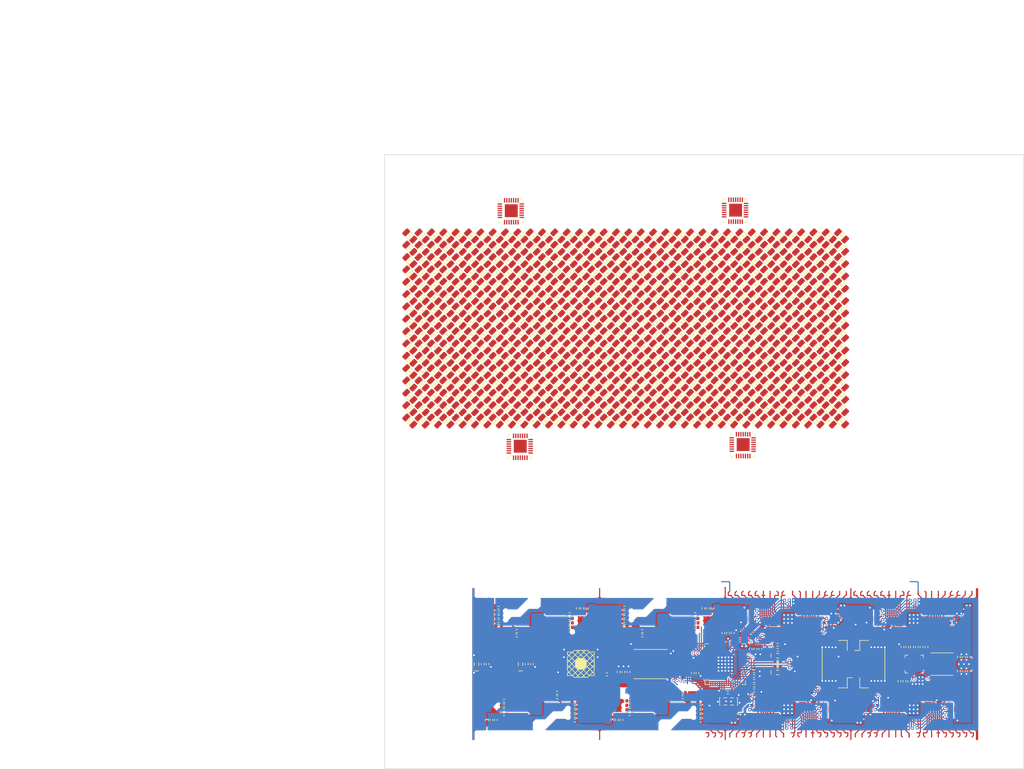
<source format=kicad_pcb>
(kicad_pcb (version 20211014) (generator pcbnew)
  (layers (0 "F.Cu" signal) (31 "B.Cu" signal) (34 "B.Paste" user) (35 "F.Paste" user) (36 "B.SilkS" user "B.Silkscreen") (37 "F.SilkS" user "F.Silkscreen") (38 "B.Mask" user) (39 "F.Mask" user) (44 "Edge.Cuts" user))
  (net 0 "")
  (net 1 "+3V3")
  (net 2 "GND")
  (net 3 "Net-(BTN1-Pad3)")
  (net 4 "PVIN")
  (net 5 "Net-(C17-Pad2)")
  (net 6 "+1V1")
  (net 7 "/LightSense1")
  (net 8 "/LightSense2")
  (net 9 "Net-(C29-Pad1)")
  (net 10 "Net-(C33-Pad1)")
  (net 11 "Net-(C37-Pad1)")
  (net 12 "Net-(C41-Pad1)")
  (net 13 "Net-(J1-Pad1)")
  (net 14 "/region1/LED Driver/CA1")
  (net 15 "/region1/LED Driver/CA2")
  (net 16 "/region1/LED Driver/CA3")
  (net 17 "/region1/LED Driver/CA4")
  (net 18 "/region1/LED Driver/CA5")
  (net 19 "/region1/LED Driver/CA6")
  (net 20 "/region1/LED Driver/CA7")
  (net 21 "/region1/LED Driver/CA8")
  (net 22 "/region1/LED Driver/CA9")
  (net 23 "/region1/LED Driver/CB1")
  (net 24 "/region1/LED Driver/CB2")
  (net 25 "/region1/LED Driver/CB3")
  (net 26 "/region1/LED Driver/CB4")
  (net 27 "/region1/LED Driver/CB5")
  (net 28 "/region1/LED Driver/CB6")
  (net 29 "/region1/LED Driver/CB7")
  (net 30 "/region1/LED Driver/CB8")
  (net 31 "/region1/LED Driver/CB9")
  (net 32 "/region2/LED Driver/CA1")
  (net 33 "/region2/LED Driver/CA2")
  (net 34 "/region2/LED Driver/CA3")
  (net 35 "/region2/LED Driver/CA4")
  (net 36 "/region2/LED Driver/CA5")
  (net 37 "/region2/LED Driver/CA6")
  (net 38 "/region2/LED Driver/CA7")
  (net 39 "/region2/LED Driver/CA8")
  (net 40 "/region2/LED Driver/CA9")
  (net 41 "/region2/LED Driver/CB1")
  (net 42 "/region2/LED Driver/CB2")
  (net 43 "/region2/LED Driver/CB3")
  (net 44 "/region2/LED Driver/CB4")
  (net 45 "/region2/LED Driver/CB5")
  (net 46 "/region2/LED Driver/CB6")
  (net 47 "/region2/LED Driver/CB7")
  (net 48 "/region2/LED Driver/CB8")
  (net 49 "/region2/LED Driver/CB9")
  (net 50 "/region3/LED Driver/CA1")
  (net 51 "/region3/LED Driver/CA2")
  (net 52 "/region3/LED Driver/CA3")
  (net 53 "/region3/LED Driver/CA4")
  (net 54 "/region3/LED Driver/CA5")
  (net 55 "/region3/LED Driver/CA6")
  (net 56 "/region3/LED Driver/CA7")
  (net 57 "/region3/LED Driver/CA8")
  (net 58 "/region3/LED Driver/CA9")
  (net 59 "/region3/LED Driver/CB1")
  (net 60 "/region3/LED Driver/CB2")
  (net 61 "/region3/LED Driver/CB3")
  (net 62 "/region3/LED Driver/CB4")
  (net 63 "/region3/LED Driver/CB5")
  (net 64 "/region3/LED Driver/CB6")
  (net 65 "/region3/LED Driver/CB7")
  (net 66 "/region3/LED Driver/CB8")
  (net 67 "/region3/LED Driver/CB9")
  (net 68 "/region4/LED Driver/CA1")
  (net 69 "/region4/LED Driver/CA2")
  (net 70 "/region4/LED Driver/CA3")
  (net 71 "/region4/LED Driver/CA4")
  (net 72 "/region4/LED Driver/CA5")
  (net 73 "/region4/LED Driver/CA6")
  (net 74 "/region4/LED Driver/CA7")
  (net 75 "/region4/LED Driver/CA8")
  (net 76 "/region4/LED Driver/CA9")
  (net 77 "/region4/LED Driver/CB1")
  (net 78 "/region4/LED Driver/CB2")
  (net 79 "/region4/LED Driver/CB3")
  (net 80 "/region4/LED Driver/CB4")
  (net 81 "/region4/LED Driver/CB5")
  (net 82 "/region4/LED Driver/CB6")
  (net 83 "/region4/LED Driver/CB7")
  (net 84 "/region4/LED Driver/CB8")
  (net 85 "/region4/LED Driver/CB9")
  (net 86 "Net-(R1-Pad2)")
  (net 87 "Net-(R2-Pad2)")
  (net 88 "Net-(R7-Pad2)")
  (net 89 "Net-(R8-Pad2)")
  (net 90 "Net-(R9-Pad2)")
  (net 91 "Net-(R10-Pad2)")
  (net 92 "Net-(R11-Pad2)")
  (net 93 "Net-(R17-Pad2)")
  (net 94 "Net-(R18-Pad2)")
  (net 95 "Net-(R19-Pad2)")
  (net 96 "Net-(R20-Pad2)")
  (net 97 "Net-(R27-Pad2)")
  (net 98 "Net-(R28-Pad2)")
  (net 99 "Net-(R29-Pad2)")
  (net 100 "Net-(R30-Pad2)")
  (net 101 "Net-(R37-Pad2)")
  (net 102 "Net-(R38-Pad2)")
  (net 103 "Net-(R39-Pad2)")
  (net 104 "Net-(R40-Pad2)")
  (net 105 "Net-(D1-Pad2)")
  (net 106 "Net-(D2-Pad2)")
  (net 107 "Net-(J1-Pad2)")
  (net 109 "Net-(J2-Pad2)")
  (net 110 "Net-(J2-Pad3)")
  (net 111 "Net-(L1-Pad1)")
  (net 112 "Net-(R3-Pad1)")
  (net 113 "Net-(R4-Pad2)")
  (net 115 "Net-(R6-Pad2)")
  (net 118 "Net-(R9-Pad1)")
  (net 119 "Net-(J1-Pad3)")
  (net 120 "Net-(R13-Pad1)")
  (net 121 "Net-(R14-Pad1)")
  (net 122 "/I2C0-SDA")
  (net 123 "/I2C0-SCL")
  (net 124 "/region1/LED Driver/INTB")
  (net 125 "/region1/LED Driver/SDB")
  (net 126 "Net-(R25-Pad2)")
  (net 127 "Net-(R26-Pad2)")
  (net 128 "/I2C1-SDA")
  (net 129 "/I2C1-SCL")
  (net 130 "/region2/LED Driver/INTB")
  (net 131 "/region2/LED Driver/SDB")
  (net 132 "Net-(R35-Pad2)")
  (net 133 "Net-(R36-Pad2)")
  (net 134 "/region3/LED Driver/INTB")
  (net 135 "/region3/LED Driver/SDB")
  (net 136 "Net-(R45-Pad2)")
  (net 137 "Net-(R46-Pad2)")
  (net 138 "Net-(R47-Pad2)")
  (net 139 "Net-(R48-Pad2)")
  (net 140 "Net-(R49-Pad2)")
  (net 141 "Net-(R50-Pad2)")
  (net 142 "/region4/LED Driver/INTB")
  (net 143 "/region4/LED Driver/SDB")
  (net 144 "Net-(R55-Pad2)")
  (net 145 "Net-(R56-Pad2)")
  (net 155 "Net-(U2-Pad20)")
  (net 166 "Net-(U2-Pad51)")
  (net 167 "Net-(U2-Pad52)")
  (net 168 "Net-(U2-Pad53)")
  (net 169 "Net-(U2-Pad54)")
  (net 170 "Net-(U2-Pad55)")
  (footprint "CoF_Diode:LED-0805" (layer "F.Cu") (at 146.8 67.4 -45)
    (fp_text reference "D323" hide)
    (fp_text value "LED_Y_L")
  )
  (footprint "CoF_Diode:LED-0805" (layer "F.Cu") (at 94 76.2 135)
    (fp_text reference "D206" hide)
    (fp_text value "LED_Y_L")
  )
  (footprint "CoF_Resistor:R-0402" (layer "F.Cu") (at 148.6 125.8 180)
    (fp_text reference "R11" hide)
    (fp_text value "22R")
  )
  (footprint "CoF_Capacitor:C-0402" (layer "F.Cu") (at 120.75 138.3 -90)
    (fp_text reference "C35" hide)
    (fp_text value "100nF")
  )
  (footprint "CoF_Diode:LED-0805" (layer "F.Cu") (at 149 60.8 -45)
    (fp_text reference "D342" hide)
    (fp_text value "LED_Y_L")
  )
  (footprint "CoF_Diode:LED-0805" (layer "F.Cu") (at 107.2 63 -45)
    (fp_text reference "D37" hide)
    (fp_text value "LED_Y_L")
  )
  (footprint "CoF_Diode:LED-0805" (layer "F.Cu") (at 127 63 -45)
    (fp_text reference "D333" hide)
    (fp_text value "LED_Y_L")
  )
  (footprint "CoF_Diode:LED-0805" (layer "F.Cu") (at 124.8 65.2 -45)
    (fp_text reference "D316" hide)
    (fp_text value "LED_Y_L")
  )
  (footprint "CoF_Diode:LED-0805" (layer "F.Cu") (at 94 52 -45)
    (fp_text reference "D98" hide)
    (fp_text value "LED_Y_L")
  )
  (footprint "CoF_Diode:LED-0805" (layer "F.Cu") (at 140.2 85 135)
    (fp_text reference "D450" hide)
    (fp_text value "LED_Y_L")
  )
  (footprint "CoF_Diode:LED-0805" (layer "F.Cu") (at 94 56.4 -45)
    (fp_text reference "D96" hide)
    (fp_text value "LED_Y_L")
  )
  (footprint "CoF_Diode:LED-0805" (layer "F.Cu") (at 160 71.8 135)
    (fp_text reference "D436" hide)
    (fp_text value "LED_Y_L")
  )
  (footprint "CoF_Diode:LED-0805" (layer "F.Cu") (at 120.4 54.2 -45)
    (fp_text reference "D137" hide)
    (fp_text value "LED_Y_L")
  )
  (footprint "CoF_Diode:LED-0805" (layer "F.Cu") (at 87.4 67.4 -45)
    (fp_text reference "D43" hide)
    (fp_text value "LED_Y_L")
  )
  (footprint "CoF_QuadFlat:QFN-28-EP" (layer "F.Cu") (at 142.45 89.2 -90)
    (fp_text reference "U7" hide)
    (fp_text value "IS31FL3731")
  )
  (footprint "CoF_Diode:LED-0805" (layer "F.Cu") (at 160 58.6 -45)
    (fp_text reference "D423" hide)
    (fp_text value "LED_Y_L")
  )
  (footprint "CoF_Diode:LED-0805" (layer "F.Cu") (at 100.6 67.4 -45)
    (fp_text reference "D139" hide)
    (fp_text value "LED_Y_L")
  )
  (footprint "CoF_Diode:LED-0805" (layer "F.Cu") (at 96.2 78.4 135)
    (fp_text reference "D191" hide)
    (fp_text value "LED_Y_L")
  )
  (footprint "CoF_Diode:LED-0805" (layer "F.Cu") (at 111.6 52 -45)
    (fp_text reference "D74" hide)
    (fp_text value "LED_Y_L")
  )
  (footprint "CoF_Diode:LED-0805" (layer "F.Cu") (at 129.2 58.6 -45)
    (fp_text reference "D351" hide)
    (fp_text value "LED_Y_L")
  )
  (footprint "CoF_Diode:LED-0805" (layer "F.Cu") (at 96.2 74 135)
    (fp_text reference "D189" hide)
    (fp_text value "LED_Y_L")
  )
  (footprint "CoF_Resistor:R-0402" (layer "F.Cu") (at 121.25 120.7)
    (fp_text reference "R47" hide)
    (fp_text value "10K")
  )
  (footprint "CoF_Diode:LED-0805" (layer "F.Cu") (at 118.2 69.6 135)
    (fp_text reference "D163" hide)
    (fp_text value "LED_Y_L")
  )
  (footprint "CoF_Diode:LED-0805" (layer "F.Cu") (at 131.4 80.6 135)
    (fp_text reference "D512" hide)
    (fp_text value "LED_Y_L")
  )
  (footprint "CoF_Diode:LED-0805" (layer "F.Cu") (at 149 78.4 135)
    (fp_text reference "D519" hide)
    (fp_text value "LED_Y_L")
  )
  (footprint "CoF_Diode:LED-0805" (layer "F.Cu") (at 131.4 60.8 -45)
    (fp_text reference "D366" hide)
    (fp_text value "LED_Y_L")
  )
  (footprint "CoF_Diode:LED-0805" (layer "F.Cu") (at 149 76.2 135)
    (fp_text reference "D518" hide)
    (fp_text value "LED_Y_L")
  )
  (footprint "CoF_Diode:LED-0805" (layer "F.Cu") (at 155.6 69.6 135)
    (fp_text reference "D467" hide)
    (fp_text value "LED_Y_L")
  )
  (footprint "CoF_Diode:LED-0805" (layer "F.Cu") (at 160 65.2 -45)
    (fp_text reference "D420" hide)
    (fp_text value "LED_Y_L")
  )
  (footprint "CoF_Diode:LED-0805" (layer "F.Cu") (at 140.2 78.4 135)
    (fp_text reference "D447" hide)
    (fp_text value "LED_Y_L")
  )
  (footprint "CoF_Diode:LED-0805" (layer "F.Cu") (at 157.8 52 -45)
    (fp_text reference "D410" hide)
    (fp_text value "LED_Y_L")
  )
  (footprint "CoF_Diode:LED-0805" (layer "F.Cu") (at 138 65.2 -45)
    (fp_text reference "D412" hide)
    (fp_text value "LED_Y_L")
  )
  (footprint "CoF_Diode:LED-0805" (layer "F.Cu") (at 111.6 58.6 -45)
    (fp_text reference "D71" hide)
    (fp_text value "LED_Y_L")
  )
  (footprint "CoF_Diode:LED-0805" (layer "F.Cu") (at 111.6 67.4 -45)
    (fp_text reference "D67" hide)
    (fp_text value "LED_Y_L")
  )
  (footprint "CoF_Diode:LED-0805" (layer "F.Cu") (at 105 52 -45)
    (fp_text reference "D26" hide)
    (fp_text value "LED_Y_L")
  )
  (footprint "CoF_Diode:LED-0805" (layer "F.Cu") (at 138 76.2 135)
    (fp_text reference "D462" hide)
    (fp_text value "LED_Y_L")
  )
  (footprint "CoF_Resistor:R-0402" (layer "F.Cu") (at 121.25 121.5)
    (fp_text reference "R54" hide)
    (fp_text value "1R")
  )
  (footprint "CoF_Diode:LED-0805" (layer "F.Cu") (at 157.8 82.8 135)
    (fp_text reference "D457" hide)
    (fp_text value "LED_Y_L")
  )
  (footprint "CoF_Diode:LED-0805" (layer "F.Cu") (at 124.8 78.4 135)
    (fp_text reference "D559" hide)
    (fp_text value "LED_Y_L")
  )
  (footprint "CoF_Diode:LED-0805" (layer "F.Cu") (at 135.8 85 135)
    (fp_text reference "D482" hide)
    (fp_text value "LED_Y_L")
  )
  (footprint "CoF_Diode:LED-0805" (layer "F.Cu") (at 89.6 82.8 135)
    (fp_text reference "D241" hide)
    (fp_text value "LED_Y_L")
  )
  (footprint "CoF_Resistor:R-0402" (layer "F.Cu") (at 99.8 136.5)
    (fp_text reference "R22" hide)
    (fp_text value "1R")
  )
  (footprint "CoF_Diode:LED-0805" (layer "F.Cu") (at 113.8 76.2 135)
    (fp_text reference "D198" hide)
    (fp_text value "LED_Y_L")
  )
  (footprint "CoF_Resistor:R-0402" (layer "F.Cu") (at 98.85 119.1)
    (fp_text reference "R33" hide)
    (fp_text value "1R")
  )
  (footprint "CoF_Diode:LED-0805" (layer "F.Cu") (at 116 67.4 -45)
    (fp_text reference "D99" hide)
    (fp_text value "LED_Y_L")
  )
  (footprint "CoF_Diode:LED-0805" (layer "F.Cu") (at 133.6 69.6 135)
    (fp_text reference "D491" hide)
    (fp_text value "LED_Y_L")
  )
  (footprint "CoF_Diode:LED-0805" (layer "F.Cu") (at 140.2 71.8 135)
    (fp_text reference "D444" hide)
    (fp_text value "LED_Y_L")
  )
  (footprint "CoF_Diode:LED-0805" (layer "F.Cu") (at 122.6 60.8 -45)
    (fp_text reference "D302" hide)
    (fp_text value "LED_Y_L")
  )
  (footprint "CoF_Diode:LED-0805" (layer "F.Cu") (at 120.4 76.2 135)
    (fp_text reference "D150" hide)
    (fp_text value "LED_Y_L")
  )
  (footprint "CoF_Diode:LED-0603" (layer "F.Cu") (at 148.6 129.85)
    (fp_text reference "D1" hide)
    (fp_text value "LED_R")
  )
  (footprint "CoF_Diode:LED-0805" (layer "F.Cu") (at 87.4 56.4 -45)
    (fp_text reference "D48" hide)
    (fp_text value "LED_Y_L")
  )
  (footprint "CoF_Diode:LED-0805" (layer "F.Cu") (at 107.2 74 135)
    (fp_text reference "D245" hide)
    (fp_text value "LED_Y_L")
  )
  (footprint "CoF_Resistor:R-0402" (layer "F.Cu") (at 112.45 136.8 180)
    (fp_text reference "R18" hide)
    (fp_text value "10K")
  )
  (footprint "CoF_Diode:LED-0805" (layer "F.Cu") (at 138 60.8 -45)
    (fp_text reference "D414" hide)
    (fp_text value "LED_Y_L")
  )
  (footprint "CoF_Resistor:R-0402" (layer "F.Cu") (at 133.9 120.2 180)
    (fp_text reference "R52" hide)
    (fp_text value "1R")
  )
  (footprint "CoF_Diode:LED-0805" (layer "F.Cu") (at 91.8 52 -45)
    (fp_text reference "D82" hide)
    (fp_text value "LED_Y_L")
  )
  (footprint "CoF_Diode:LED-0805" (layer "F.Cu") (at 124.8 71.8 135)
    (fp_text reference "D556" hide)
    (fp_text value "LED_Y_L")
  )
  (footprint "CoF_Diode:LED-0805" (layer "F.Cu") (at 91.8 85 135)
    (fp_text reference "D226" hide)
    (fp_text value "LED_Y_L")
  )
  (footprint "CoF_Diode:LED-0805" (layer "F.Cu") (at 153.4 80.6 135)
    (fp_text reference "D488" hide)
    (fp_text value "LED_Y_L")
  )
  (footprint "CoF_Diode:LED-0805" (layer "F.Cu") (at 98.4 63 -45)
    (fp_text reference "D125" hide)
    (fp_text value "LED_Y_L")
  )
  (footprint "CoF_Diode:LED-0805" (layer "F.Cu") (at 89.6 85 135)
    (fp_text reference "D242" hide)
    (fp_text value "LED_Y_L")
  )
  (footprint "CoF_Diode:LED-0805" (layer "F.Cu") (at 153.4 52 -45)
    (fp_text reference "D378" hide)
    (fp_text value "LED_Y_L")
  )
  (footprint "CoF_Diode:LED-0805" (layer "F.Cu") (at 120.4 82.8 135)
    (fp_text reference "D153" hide)
    (fp_text value "LED_Y_L")
  )
  (footprint "CoF_Diode:LED-0805" (layer "F.Cu") (at 96.2 85 135)
    (fp_text reference "D194" hide)
    (fp_text value "LED_Y_L")
  )
  (footprint "CoF_Diode:LED-0805" (layer "F.Cu") (at 98.4 76.2 135)
    (fp_text reference "D174" hide)
    (fp_text value "LED_Y_L")
  )
  (footprint "CoF_Diode:LED-0805" (layer "F.Cu") (at 94 58.6 -45)
    (fp_text reference "D95" hide)
    (fp_text value "LED_Y_L")
  )
  (footprint "CoF_Diode:LED-0805" (layer "F.Cu") (at 140.2 67.4 -45)
    (fp_text reference "D427" hide)
    (fp_text value "LED_Y_L")
  )
  (footprint "CoF_Diode:LED-0805" (layer "F.Cu") (at 129.2 82.8 135)
    (fp_text reference "D529" hide)
    (fp_text value "LED_Y_L")
  )
  (footprint "CoF_Diode:LED-0805" (layer "F.Cu") (at 124.8 85 135)
    (fp_text reference "D562" hide)
    (fp_text value "LED_Y_L")
  )
  (footprint "CoF_Capacitor:C-0402" (layer "F.Cu") (at 136.15 118.4 90)
    (fp_text reference "C39" hide)
    (fp_text value "100nF")
  )
  (footprint "CoF_Diode:LED-0805" (layer "F.Cu") (at 113.8 85 135)
    (fp_text reference "D202" hide)
    (fp_text value "LED_Y_L")
  )
  (footprint "CoF_Diode:LED-0805" (layer "F.Cu") (at 124.8 56.4 -45)
    (fp_text reference "D320" hide)
    (fp_text value "LED_Y_L")
  )
  (footprint "CoF_Diode:LED-0805" (layer "F.Cu") (at 160 85 135)
    (fp_text reference "D442" hide)
    (fp_text value "LED_Y_L")
  )
  (footprint "CoF_Resistor:R-0402" (layer "F.Cu") (at 98.85 121.5)
    (fp_text reference "R34" hide)
    (fp_text value "1R")
  )
  (footprint "CoF_Diode:LED-0805" (layer "F.Cu") (at 105 85 135)
    (fp_text reference "D266" hide)
    (fp_text value "LED_Y_L")
  )
  (footprint "CoF_Diode:LED-0805" (layer "F.Cu") (at 96.2 65.2 -45)
    (fp_text reference "D108" hide)
    (fp_text value "LED_Y_L")
  )
  (footprint "CoF_Diode:LED-0805" (layer "F.Cu") (at 100.6 63 -45)
    (fp_text reference "D141" hide)
    (fp_text value "LED_Y_L")
  )
  (footprint "CoF_Diode:LED-0805" (layer "F.Cu") (at 109.4 74 135)
    (fp_text reference "D229" hide)
    (fp_text value "LED_Y_L")
  )
  (footprint "CoF_Diode:LED-0805" (layer "F.Cu") (at 96.2 58.6 -45)
    (fp_text reference "D111" hide)
    (fp_text value "LED_Y_L")
  )
  (footprint "CoF_Diode:LED-0805" (layer "F.Cu") (at 100.6 60.8 -45)
    (fp_text reference "D142" hide)
    (fp_text value "LED_Y_L")
  )
  (footprint "CoF_Diode:LED-0805" (layer "F.Cu") (at 85.2 80.6 135)
    (fp_text reference "D272" hide)
    (fp_text value "LED_Y_L")
  )
  (footprint "CoF_Diode:LED-0805" (layer "F.Cu") (at 140.2 76.2 135)
    (fp_text reference "D446" hide)
    (fp_text value "LED_Y_L")
  )
  (footprint "CoF_Diode:LED-0805" (layer "F.Cu") (at 142.4 74 135)
    (fp_text reference "D565" hide)
    (fp_text value "LED_Y_L")
  )
  (footprint "CoF_Diode:LED-0805" (layer "F.Cu") (at 138 85 135)
    (fp_text reference "D466" hide)
    (fp_text value "LED_Y_L")
  )
  (footprint "CoF_Diode:LED-0805" (layer "F.Cu") (at 151.2 71.8 135)
    (fp_text reference "D500" hide)
    (fp_text value "LED_Y_L")
  )
  (footprint "CoF_Diode:LED-0805" (layer "F.Cu") (at 85.2 60.8 -45)
    (fp_text reference "D30" hide)
    (fp_text value "LED_Y_L")
  )
  (footprint "CoF_Diode:LED-0805" (layer "F.Cu") (at 87.4 78.4 135)
    (fp_text reference "D255" hide)
    (fp_text value "LED_Y_L")
  )
  (footprint "CoF_Diode:LED-0805" (layer "F.Cu") (at 120.4 85 135)
    (fp_text reference "D154" hide)
    (fp_text value "LED_Y_L")
  )
  (footprint "CoF_Diode:LED-0805" (layer "F.Cu") (at 116 54.2 -45)
    (fp_text reference "D105" hide)
    (fp_text value "LED_Y_L")
  )
  (footprint "CoF_Capacitor:C-0402" (layer "F.Cu") (at 121.1 129.75 90)
    (fp_text reference "C22" hide)
    (fp_text value "100nF")
  )
  (footprint "CoF_Diode:LED-0805" (layer "F.Cu") (at 100.6 69.6 135)
    (fp_text reference "D155" hide)
    (fp_text value "LED_Y_L")
  )
  (footprint "CoF_Diode:LED-0805" (layer "F.Cu") (at 107.2 54.2 -45)
    (fp_text reference "D41" hide)
    (fp_text value "LED_Y_L")
  )
  (footprint "CoF_Diode:LED-0805" (layer "F.Cu") (at 85.2 69.6 135)
    (fp_text reference "D267" hide)
    (fp_text value "LED_Y_L")
  )
  (footprint "CoF_Diode:LED-0805" (layer "F.Cu") (at 124.8 60.8 -45)
    (fp_text reference "D318" hide)
    (fp_text value "LED_Y_L")
  )
  (footprint "CoF_Diode:LED-0805" (layer "F.Cu") (at 83 58.6 -45)
    (fp_text reference "D15" hide)
    (fp_text value "LED_Y_L")
  )
  (footprint "CoF_Diode:LED-0805" (layer "F.Cu") (at 129.2 69.6 135)
    (fp_text reference "D523" hide)
    (fp_text value "LED_Y_L")
  )
  (footprint "CoF_Diode:LED-0805" (layer "F.Cu") (at 102.8 80.6 135)
    (fp_text reference "D280" hide)
    (fp_text value "LED_Y_L")
  )
  (footprint "CoF_Resistor:R-0402" (layer "F.Cu") (at 144.4 132.2 180)
    (fp_text reference "R8" hide)
    (fp_text value "22R")
  )
  (footprint "CoF_Diode:LED-0805" (layer "F.Cu") (at 107.2 71.8 135)
    (fp_text reference "D244" hide)
    (fp_text value "LED_Y_L")
  )
  (footprint "CoF_Diode:LED-0805" (layer "F.Cu") (at 124.8 58.6 -45)
    (fp_text reference "D319" hide)
    (fp_text value "LED_Y_L")
  )
  (footprint "CoF_Diode:LED-0805" (layer "F.Cu") (at 98.4 85 135)
    (fp_text reference "D178" hide)
    (fp_text value "LED_Y_L")
  )
  (footprint "CoF_Diode:LED-0805" (layer "F.Cu") (at 116 85 135)
    (fp_text reference "D186" hide)
    (fp_text value "LED_Y_L")
  )
  (footprint "CoF_Diode:LED-0805" (layer "F.Cu") (at 129.2 52 -45)
    (fp_text reference "D354" hide)
    (fp_text value "LED_Y_L")
  )
  (footprint "CoF_Diode:LED-0805" (layer "F.Cu") (at 127 52 -45)
    (fp_text reference "D338" hide)
    (fp_text value "LED_Y_L")
  )
  (footprint "CoF_Diode:LED-0805" (layer "F.Cu") (at 124.8 69.6 135)
    (fp_text reference "D555" hide)
    (fp_text value "LED_Y_L")
  )
  (footprint "CoF_Diode:LED-0805" (layer "F.Cu") (at 153.4 74 135)
    (fp_text reference "D485" hide)
    (fp_text value "LED_Y_L")
  )
  (footprint "CoF_Diode:LED-0805" (layer "F.Cu") (at 144.6 52 -45)
    (fp_text reference "D314" hide)
    (fp_text value "LED_Y_L")
  )
  (footprint "CoF_Diode:LED-0805" (layer "F.Cu") (at 131.4 71.8 135)
    (fp_text reference "D508" hide)
    (fp_text value "LED_Y_L")
  )
  (footprint "CoF_Diode:LED-0805" (layer "F.Cu") (at 116 80.6 135)
    (fp_text reference "D184" hide)
    (fp_text value "LED_Y_L")
  )
  (footprint "CoF_Diode:LED-0805" (layer "F.Cu") (at 113.8 56.4 -45)
    (fp_text reference "D88" hide)
    (fp_text value "LED_Y_L")
  )
  (footprint "CoF_Diode:LED-0805" (layer "F.Cu") (at 144.6 80.6 135)
    (fp_text reference "D552" hide)
    (fp_text value "LED_Y_L")
  )
  (footprint "CoF_Capacitor:C-0402" (layer "F.Cu") (at 136.95 118.4 90)
    (fp_text reference "C40" hide)
    (fp_text value "100nF")
  )
  (footprint "CoF_Diode:LED-0805" (layer "F.Cu") (at 83 76.2 135)
    (fp_text reference "D286" hide)
    (fp_text value "LED_Y_L")
  )
  (footprint "CoF_Diode:LED-0805" (layer "F.Cu") (at 113.8 74 135)
    (fp_text reference "D197" hide)
    (fp_text value "LED_Y_L")
  )
  (footprint "CoF_Resistor:R-0402" (layer "F.Cu") (at 121.25 118.3)
    (fp_text reference "R56" hide)
    (fp_text value "18K")
  )
  (footprint "CoF_Diode:LED-0805" (layer "F.Cu") (at 124.8 63 -45)
    (fp_text reference "D317" hide)
    (fp_text value "LED_Y_L")
  )
  (footprint "CoF_Diode:LED-0805" (layer "F.Cu") (at 102.8 74 135)
    (fp_text reference "D277" hide)
    (fp_text value "LED_Y_L")
  )
  (footprint "CoF_Diode:LED-0805" (layer "F.Cu") (at 155.6 85 135)
    (fp_text reference "D474" hide)
    (fp_text value "LED_Y_L")
  )
  (footprint "CoF_Diode:LED-0805" (layer "F.Cu") (at 127 76.2 135)
    (fp_text reference "D542" hide)
    (fp_text value "LED_Y_L")
  )
  (footprint "CoF_Diode:LED-0805" (layer "F.Cu") (at 157.8 78.4 135)
    (fp_text reference "D455" hide)
    (fp_text value "LED_Y_L")
  )
  (footprint "CoF_Resistor:R-0402" (layer "F.Cu") (at 131.65 133.45 180)
    (fp_text reference "R45" hide)
    (fp_text value "0R")
  )
  (footprint "CoF_Resistor:R-0402" (layer "F.Cu") (at 174.25 125.3 -90)
    (fp_text reference "R2" hide)
    (fp_text value "100K")
  )
  (footprint "CoF_Diode:LED-0805" (layer "F.Cu") (at 155.6 56.4 -45)
    (fp_text reference "D392" hide)
    (fp_text value "LED_Y_L")
  )
  (footprint "CoF_Diode:LED-0805" (layer "F.Cu") (at 96.2 52 -45)
    (fp_text reference "D114" hide)
    (fp_text value "LED_Y_L")
  )
  (footprint "CoF_Diode:LED-0805" (layer "F.Cu") (at 83 74 135)
    (fp_text reference "D285" hide)
    (fp_text value "LED_Y_L")
  )
  (footprint "CoF_Diode:LED-0805" (layer "F.Cu") (at 131.4 56.4 -45)
    (fp_text reference "D368" hide)
    (fp_text value "LED_Y_L")
  )
  (footprint "CoF_Resistor:R-0402" (layer "F.Cu") (at 134.85 135.2 180)
    (fp_text reference "R44" hide)
    (fp_text value "1R")
  )
  (footprint "CoF_Diode:LED-0805" (layer "F.Cu") (at 105 82.8 135)
    (fp_text reference "D265" hide)
    (fp_text value "LED_Y_L")
  )
  (footprint "CoF_Diode:LED-0805" (layer "F.Cu") (at 151.2 60.8 -45)
    (fp_text reference "D358" hide)
    (fp_text value "LED_Y_L")
  )
  (footprint "CoF_Diode:LED-0805" (layer "F.Cu") (at 89.6 63 -45)
    (fp_text reference "D61" hide)
    (fp_text value "LED_Y_L")
  )
  (footprint "CoF_Diode:LED-0805" (layer "F.Cu") (at 98.4 65.2 -45)
    (fp_text reference "D124" hide)
    (fp_text value "LED_Y_L")
  )
  (footprint "CoF_Diode:LED-0805" (layer "F.Cu") (at 153.4 67.4 -45)
    (fp_text reference "D371" hide)
    (fp_text value "LED_Y_L")
  )
  (footprint "CoF_Capacitor:C-0402" (layer "F.Cu") (at 119.15 138.3 -90)
    (fp_text reference "C36" hide)
    (fp_text value "100nF")
  )
  (footprint "CoF_Diode:LED-0805" (layer "F.Cu") (at 113.8 80.6 135)
    (fp_text reference "D200" hide)
    (fp_text value "LED_Y_L")
  )
  (footprint "CoF_Diode:LED-0805" (layer "F.Cu") (at 109.4 76.2 135)
    (fp_text reference "D230" hide)
    (fp_text value "LED_Y_L")
  )
  (footprint "CoF_Diode:LED-0805" (layer "F.Cu") (at 85.2 71.8 135)
    (fp_text reference "D268" hide)
    (fp_text value "LED_Y_L")
  )
  (footprint "CoF_Diode:LED-0805" (layer "F.Cu") (at 94 63 -45)
    (fp_text reference "D93" hide)
    (fp_text value "LED_Y_L")
  )
  (footprint "CoF_Diode:LED-0805" (layer "F.Cu") (at 144.6 85 135)
    (fp_text reference "D554" hide)
    (fp_text value "LED_Y_L")
  )
  (footprint "CoF_Diode:LED-0805" (layer "F.Cu") (at 140.2 65.2 -45)
    (fp_text reference "D428" hide)
    (fp_text value "LED_Y_L")
  )
  (footprint "CoF_Diode:LED-0805" (layer "F.Cu") (at 133.6 74 135)
    (fp_text reference "D493" hide)
    (fp_text value "LED_Y_L")
  )
  (footprint "CoF_Resistor:R-0402" (layer "F.Cu") (at 109.25 133.45 180)
    (fp_text reference "R25" hide)
    (fp_text value "0R")
  )
  (footprint "CoF_Diode:LED-0805" (layer "F.Cu") (at 144.6 74 135)
    (fp_text reference "D549" hide)
    (fp_text value "LED_Y_L")
  )
  (footprint "CoF_Diode:LED-0805" (layer "F.Cu") (at 116 52 -45)
    (fp_text reference "D106" hide)
    (fp_text value "LED_Y_L")
  )
  (footprint "CoF_Diode:LED-0805" (layer "F.Cu") (at 116 71.8 135)
    (fp_text reference "D180" hide)
    (fp_text value "LED_Y_L")
  )
  (footprint "CoF_Diode:LED-0805" (layer "F.Cu") (at 124.8 67.4 -45)
    (fp_text reference "D315" hide)
    (fp_text value "LED_Y_L")
  )
  (footprint "CoF_Diode:LED-0805" (layer "F.Cu") (at 149 54.2 -45)
    (fp_text reference "D345" hide)
    (fp_text value "LED_Y_L")
  )
  (footprint "CoF_Diode:LED-0603" (layer "F.Cu") (at 94.9 128.35 90)
    (fp_text reference "S2" hide)
    (fp_text value "AmbLightSns")
  )
  (footprint "CoF_Diode:LED-0805" (layer "F.Cu") (at 116 63 -45)
    (fp_text reference "D101" hide)
    (fp_text value "LED_Y_L")
  )
  (footprint "CoF_Diode:LED-0805" (layer "F.Cu") (at 151.2 85 135)
    (fp_text reference "D506" hide)
    (fp_text value "LED_Y_L")
  )
  (footprint "CoF_Diode:LED-0805" (layer "F.Cu") (at 129.2 54.2 -45)
    (fp_text reference "D353" hide)
    (fp_text value "LED_Y_L")
  )
  (footprint "CoF_Diode:LED-0805" (layer "F.Cu") (at 144.6 58.6 -45)
    (fp_text reference "D311" hide)
    (fp_text value "LED_Y_L")
  )
  (footprint "CoF_Diode:LED-0805" (layer "F.Cu") (at 129.2 56.4 -45)
    (fp_text reference "D352" hide)
    (fp_text value "LED_Y_L")
  )
  (footprint "CoF_Capacitor:C-0402" (layer "F.Cu") (at 102.05 122.45 180)
    (fp_text reference "C33" hide)
    (fp_text value "100nF")
  )
  (footprint "CoF_Diode:LED-0805" (layer "F.Cu") (at 100.6 78.4 135)
    (fp_text reference "D159" hide)
    (fp_text value "LED_Y_L")
  )
  (footprint "CoF_Diode:LED-0805" (layer "F.Cu") (at 155.6 52 -45)
    (fp_text reference "D394" hide)
    (fp_text value "LED_Y_L")
  )
  (footprint "CoF_Diode:LED-0805" (layer "F.Cu") (at 91.8 63 -45)
    (fp_text reference "D77" hide)
    (fp_text value "LED_Y_L")
  )
  (footprint "CoF_Diode:LED-0805" (layer "F.Cu") (at 153.4 85 135)
    (fp_text reference "D490" hide)
    (fp_text value "LED_Y_L")
  )
  (footprint "CoF_Resistor:R-0402" (layer "F.Cu") (at 171.7 125.3 90)
    (fp_text reference "R3" hide)
    (fp_text value "12K")
  )
  (footprint "CoF_Diode:LED-0805" (layer "F.Cu") (at 149 74 135)
    (fp_text reference "D517" hide)
    (fp_text value "LED_Y_L")
  )
  (footprint "CoF_Diode:LED-0805" (layer "F.Cu") (at 105 74 135)
    (fp_text reference "D261" hide)
    (fp_text value "LED_Y_L")
  )
  (footprint "CoF_Diode:LED-0805" (layer "F.Cu") (at 111.6 63 -45)
    (fp_text reference "D69" hide)
    (fp_text value "LED_Y_L")
  )
  (footprint "CoF_Diode:LED-0805" (layer "F.Cu") (at 122.6 76.2 135)
    (fp_text reference "D574" hide)
    (fp_text value "LED_Y_L")
  )
  (footprint "CoF_Diode:LED-0805" (layer "F.Cu") (at 146.8 74 135)
    (fp_text reference "D533" hide)
    (fp_text value "LED_Y_L")
  )
  (footprint "CoF_Diode:LED-0805" (layer "F.Cu") (at 122.6 58.6 -45)
    (fp_text reference "D303" hide)
    (fp_text value "LED_Y_L")
  )
  (footprint "CoF_Diode:LED-0805" (layer "F.Cu") (at 124.8 54.2 -45)
    (fp_text reference "D321" hide)
    (fp_text value "LED_Y_L")
  )
  (footprint "CoF_Resistor:R-0402" (layer "F.Cu") (at 111.5 121.8 180)
    (fp_text reference "R31" hide)
    (fp_text value "1R")
  )
  (footprint "CoF_Diode:LED-0805" (layer "F.Cu") (at 87.4 60.8 -45)
    (fp_text reference "D46" hide)
    (fp_text value "LED_Y_L")
  )
  (footprint "CoF_Diode:LED-0805" (layer "F.Cu") (at 142.4 54.2 -45)
    (fp_text reference "D297" hide)
    (fp_text value "LED_Y_L")
  )
  (footprint "CoF_Diode:LED-0805" (layer "F.Cu") (at 155.6 63 -45)
    (fp_text reference "D389" hide)
    (fp_text value "LED_Y_L")
  )
  (footprint "CoF_Diode:LED-0805" (layer "F.Cu") (at 87.4 58.6 -45)
    (fp_text reference "D47" hide)
    (fp_text value "LED_Y_L")
  )
  (footprint "CoF_Diode:LED-0805" (layer "F.Cu") (at 149 63 -45)
    (fp_text reference "D341" hide)
    (fp_text value "LED_Y_L")
  )
  (footprint "CoF_Diode:LED-0805" (layer "F.Cu") (at 118.2 85 135)
    (fp_text reference "D170" hide)
    (fp_text value "LED_Y_L")
  )
  (footprint "CoF_Resistor:R-0402" (layer "F.Cu") (at 148.6 124.9 180)
    (fp_text reference "R10" hide)
    (fp_text value "22R")
  )
  (footprint "CoF_Capacitor:C-0402" (layer "F.Cu") (at 171.2 131.4 -90)
    (fp_text reference "C2" hide)
    (fp_text value "4.7uF")
  )
  (footprint "CoF_Diode:LED-0805" (layer "F.Cu") (at 89.6 54.2 -45)
    (fp_text reference "D65" hide)
    (fp_text value "LED_Y_L")
  )
  (footprint "CoF_Diode:LED-0805" (layer "F.Cu") (at 100.6 82.8 135)
    (fp_text reference "D161" hide)
    (fp_text value "LED_Y_L")
  )
  (footprint "CoF_Diode:LED-0805" (layer "F.Cu") (at 160 78.4 135)
    (fp_text reference "D439" hide)
    (fp_text value "LED_Y_L")
  )
  (footprint "CoF_Diode:LED-0805" (layer "F.Cu") (at 98.4 71.8 135)
    (fp_text reference "D172" hide)
    (fp_text value "LED_Y_L")
  )
  (footprint "CoF_Diode:LED-0805" (layer "F.Cu") (at 140.2 69.6 135)
    (fp_text reference "D443" hide)
    (fp_text value "LED_Y_L")
  )
  (footprint "CoF_Diode:LED-0805" (layer "F.Cu") (at 129.2 71.8 135)
    (fp_text reference "D524" hide)
    (fp_text value "LED_Y_L")
  )
  (footprint "CoF_Diode:LED-0805" (layer "F.Cu") (at 135.8 65.2 -45)
    (fp_text reference "D396" hide)
    (fp_text value "LED_Y_L")
  )
  (footprint "CoF_Diode:LED-0805" (layer "F.Cu") (at 142.4 85 135)
    (fp_text reference "D570" hide)
    (fp_text value "LED_Y_L")
  )
  (footprint "CoF_Diode:LED-0805" (layer "F.Cu") (at 149 85 135)
    (fp_text reference "D522" hide)
    (fp_text value "LED_Y_L")
  )
  (footprint "CoF_Diode:LED-0805" (layer "F.Cu") (at 142.4 52 -45)
    (fp_text reference "D298" hide)
    (fp_text value "LED_Y_L")
  )
  (footprint "CoF_Diode:LED-0805" (layer "F.Cu") (at 146.8 85 135)
    (fp_text reference "D538" hide)
    (fp_text value "LED_Y_L")
  )
  (footprint "CoF_Diode:LED-0805" (layer "F.Cu") (at 153.4 78.4 135)
    (fp_text reference "D487" hide)
    (fp_text value "LED_Y_L")
  )
  (footprint "CoF_Diode:LED-0805" (layer "F.Cu") (at 94 65.2 -45)
    (fp_text reference "D92" hide)
    (fp_text value "LED_Y_L")
  )
  (footprint "CoF_Diode:LED-0805" (layer "F.Cu") (at 91.8 71.8 135)
    (fp_text reference "D220" hide)
    (fp_text value "LED_Y_L")
  )
  (footprint "CoF_Diode:LED-0805" (layer "F.Cu") (at 91.8 58.6 -45)
    (fp_text reference "D79" hide)
    (fp_text value "LED_Y_L")
  )
  (footprint "CoF_Diode:LED-0805" (layer "F.Cu") (at 131.4 58.6 -45)
    (fp_text reference "D367" hide)
    (fp_text value "LED_Y_L")
  )
  (footprint "CoF_Capacitor:C-0402" (layer "F.Cu") (at 96.75 138.3 -90)
    (fp_text reference "C28" hide)
    (fp_text value "100nF")
  )
  (footprint "CoF_Resistor:R-0402" (layer "F.Cu") (at 175.15 125.3 -90)
    (fp_text reference "R1" hide)
    (fp_text value "100K")
  )
  (footprint "CoF_Diode:LED-0805" (layer "F.Cu") (at 87.4 65.2 -45)
    (fp_text reference "D44" hide)
    (fp_text value "LED_Y_L")
  )
  (footprint "CoF_Diode:LED-0805" (layer "F.Cu") (at 91.8 56.4 -45)
    (fp_text reference "D80" hide)
    (fp_text value "LED_Y_L")
  )
  (footprint "CoF_Diode:LED-0805" (layer "F.Cu") (at 133.6 52 -45)
    (fp_text reference "D386" hide)
    (fp_text value "LED_Y_L")
  )
  (footprint "CoF_Capacitor:C-0402" (layer "F.Cu") (at 131.65 134.25)
    (fp_text reference "C37" hide)
    (fp_text value "100nF")
  )
  (footprint "CoF_Diode:LED-0805" (layer "F.Cu") (at 127 69.6 135)
    (fp_text reference "D539" hide)
    (fp_text value "LED_Y_L")
  )
  (footprint "CoF_Diode:LED-0805" (layer "F.Cu") (at 124.8 52 -45)
    (fp_text reference "D322" hide)
    (fp_text value "LED_Y_L")
  )
  (footprint "CoF_Diode:LED-0805" (layer "F.Cu") (at 138 67.4 -45)
    (fp_text reference "D411" hide)
    (fp_text value "LED_Y_L")
  )
  (footprint "CoF_Diode:LED-0805" (layer "F.Cu") (at 151.2 74 135)
    (fp_text reference "D501" hide)
    (fp_text value "LED_Y_L")
  )
  (footprint "CoF_Diode:LED-0805" (layer "F.Cu") (at 129.2 80.6 135)
    (fp_text reference "D528" hide)
    (fp_text value "LED_Y_L")
  )
  (footprint "CoF_SmallOutline:WSON-8-EP_6x5mm" (layer "F.Cu") (at 125.95 128.35 180)
    (fp_text reference "U3" hide)
    (fp_text value "W25Q128JVP")
  )
  (footprint "CoF_Diode:LED-0805" (layer "F.Cu") (at 83 80.6 135)
    (fp_text reference "D288" hide)
    (fp_text value "LED_Y_L")
  )
  (footprint "CoF_Diode:LED-0805" (layer "F.Cu") (at 142.4 82.8 135)
    (fp_text reference "D569" hide)
    (fp_text value "LED_Y_L")
  )
  (footprint "CoF_Diode:LED-0805" (layer "F.Cu") (at 144.6 60.8 -45)
    (fp_text reference "D310" hide)
    (fp_text value "LED_Y_L")
  )
  (footprint "CoF_Diode:LED-0805" (layer "F.Cu") (at 129.2 78.4 135)
    (fp_text reference "D527" hide)
    (fp_text value "LED_Y_L")
  )
  (footprint "CoF_Diode:LED-0805" (layer "F.Cu") (at 83 56.4 -45)
    (fp_text reference "D16" hide)
    (fp_text value "LED_Y_L")
  )
  (footprint "CoF_Diode:LED-0805" (layer "F.Cu") (at 100.6 58.6 -45)
    (fp_text reference "D143" hide)
    (fp_text value "LED_Y_L")
  )
  (footprint "CoF_Resistor:R-0402" (layer "F.Cu") (at 144.4 131.35 180)
    (fp_text reference "R6" hide)
    (fp_text value "22R")
  )
  (footprint "CoF_Diode:LED-0805" (layer "F.Cu") (at 144.6 67.4 -45)
    (fp_text reference "D307" hide)
    (fp_text value "LED_Y_L")
  )
  (footprint "CoF_Diode:LED-0805" (layer "F.Cu") (at 96.2 76.2 135)
    (fp_text reference "D190" hide)
    (fp_text value "LED_Y_L")
  )
  (footprint "CoF_Diode:LED-0805" (layer "F.Cu") (at 124.8 82.8 135)
    (fp_text reference "D561" hide)
    (fp_text value "LED_Y_L")
  )
  (footprint "CoF_Resistor:R-0402" (layer "F.Cu") (at 124.45 123.25)
    (fp_text reference "R55" hide)
    (fp_text value "0R")
  )
  (footprint "CoF_Capacitor:C-0402" (layer "F.Cu") (at 96.85 128.35 -90)
    (fp_text reference "C25" hide)
    (fp_text value "1uF")
  )
  (footprint "CoF_Diode:LED-0805" (layer "F.Cu") (at 87.4 69.6 135)
    (fp_text reference "D251" hide)
    (fp_text value "LED_Y_L")
  )
  (footprint "CoF_Diode:LED-0805" (layer "F.Cu") (at 142.4 60.8 -45)
    (fp_text reference "D294" hide)
    (fp_text value "LED_Y_L")
  )
  (footprint "CoF_Diode:LED-0805" (layer "F.Cu") (at 91.8 60.8 -45)
    (fp_text reference "D78" hide)
    (fp_text value "LED_Y_L")
  )
  (footprint "CoF_QuadFlat:QFN-28-EP" (layer "F.Cu") (at 102.7 89.5 -90)
    (fp_text reference "U5" hide)
    (fp_text value "IS31FL3731")
  )
  (footprint "CoF_Diode:LED-0805" (layer "F.Cu") (at 151.2 56.4 -45)
    (fp_text reference "D360" hide)
    (fp_text value "LED_Y_L")
  )
  (footprint "CoF_Diode:LED-0805" (layer "F.Cu") (at 100.6 52 -45)
    (fp_text reference "D146" hide)
    (fp_text value "LED_Y_L")
  )
  (footprint "CoF_Diode:LED-0805" (layer "F.Cu") (at 96.2 82.8 135)
    (fp_text reference "D193" hide)
    (fp_text value "LED_Y_L")
  )
  (footprint "CoF_Diode:LED-0805" (layer "F.Cu") (at 133.6 56.4 -45)
    (fp_text reference "D384" hide)
    (fp_text value "LED_Y_L")
  )
  (footprint "CoF_Diode:LED-0805" (layer "F.Cu") (at 142.4 80.6 135)
    (fp_text reference "D568" hide)
    (fp_text value "LED_Y_L")
  )
  (footprint "CoF_Diode:LED-0805" (layer "F.Cu") (at 85.2 76.2 135)
    (fp_text reference "D270" hide)
    (fp_text value "LED_Y_L")
  )
  (footprint "CoF_Diode:LED-0805" (layer "F.Cu") (at 149 67.4 -45)
    (fp_text reference "D339" hide)
    (fp_text value "LED_Y_L")
  )
  (footprint "CoF_Diode:LED-0805" (layer "F.Cu") (at 85.2 58.6 -45)
    (fp_text reference "D31" hide)
    (fp_text value "LED_Y_L")
  )
  (footprint "CoF_Diode:LED-0805" (layer "F.Cu") (at 142.4 69.6 135)
    (fp_text reference "D563" hide)
    (fp_text value "LED_Y_L")
  )
  (footprint "CoF_Resistor:R-0402" (layer "F.Cu") (at 118.15 130.2 180)
    (fp_text reference "R14" hide)
    (fp_text value "1K")
  )
  (footprint "CoF_Diode:LED-0805" (layer "F.Cu") (at 151.2 63 -45)
    (fp_text reference "D357" hide)
    (fp_text value "LED_Y_L")
  )
  (footprint "CoF_Diode:LED-0805" (layer "F.Cu") (at 151.2 65.2 -45)
    (fp_text reference "D356" hide)
    (fp_text value "LED_Y_L")
  )
  (footprint "CoF_Diode:LED-0805" (layer "F.Cu") (at 94 69.6 135)
    (fp_text reference "D203" hide)
    (fp_text value "LED_Y_L")
  )
  (footprint "CoF_Diode:LED-0805" (layer "F.Cu") (at 122.6 56.4 -45)
    (fp_text reference "D304" hide)
    (fp_text value "LED_Y_L")
  )
  (footprint "CoF_Diode:LED-0805" (layer "F.Cu") (at 107.2 78.4 135)
    (fp_text reference "D247" hide)
    (fp_text value "LED_Y_L")
  )
  (footprint "CoF_Diode:LED-0805" (layer "F.Cu") (at 149 82.8 135)
    (fp_text reference "D521" hide)
    (fp_text value "LED_Y_L")
  )
  (footprint "CoF_Connector:BM04B-GHS-TBT" (layer "F.Cu") (at 165.1 128.35 -90)
    (fp_text reference "J2" hide)
    (fp_text value "BM04B-GHS-TBT" hide)
  )
  (footprint "CoF_Diode:LED-0805" (layer "F.Cu") (at 87.4 54.2 -45)
    (fp_text reference "D49" hide)
    (fp_text value "LED_Y_L")
  )
  (footprint "CoF_Diode:LED-0805" (layer "F.Cu") (at 116 69.6 135)
    (fp_text reference "D179" hide)
    (fp_text value "LED_Y_L")
  )
  (footprint "CoF_Diode:LED-0805" (layer "F.Cu") (at 98.4 56.4 -45)
    (fp_text reference "D128" hide)
    (fp_text value "LED_Y_L")
  )
  (footprint "CoF_Diode:LED-0805" (layer "F.Cu") (at 146.8 54.2 -45)
    (fp_text reference "D329" hide)
    (fp_text value "LED_Y_L")
  )
  (footprint "CoF_Diode:LED-0805" (layer "F.Cu") (at 96.2 60.8 -45)
    (fp_text reference "D110" hide)
    (fp_text value "LED_Y_L")
  )
  (footprint "CoF_Diode:LED-0805" (layer "F.Cu") (at 109.4 69.6 135)
    (fp_text reference "D227" hide)
    (fp_text value "LED_Y_L")
  )
  (footprint "CoF_Resistor:R-0402" (layer "F.Cu") (at 148.6 128.8)
    (fp_text reference "R12" hide)
    (fp_text value "470R")
  )
  (footprint "CoF_Diode:LED-0805" (layer "F.Cu") (at 91.8 76.2 135)
    (fp_text reference "D222" hide)
    (fp_text value "LED_Y_L")
  )
  (footprint "CoF_Resistor:R-0402" (layer "F.Cu") (at 112.45 136 180)
    (fp_text reference "R17" hide)
    (fp_text value "10K")
  )
  (footprint "CoF_Resistor:R-0402" (layer "F.Cu") (at 98.85 118.3)
    (fp_text reference "R36" hide)
    (fp_text value "18K")
  )
  (footprint "CoF_Diode:LED-0805" (layer "F.Cu") (at 100.6 80.6 135)
    (fp_text reference "D160" hide)
    (fp_text value "LED_Y_L")
  )
  (footprint "CoF_Diode:LED-0805" (layer "F.Cu") (at 131.4 78.4 135)
    (fp_text reference "D511" hide)
    (fp_text value "LED_Y_L")
  )
  (footprint "CoF_Diode:LED-0805" (layer "F.Cu") (at 94 80.6 135)
    (fp_text reference "D208" hide)
    (fp_text value "LED_Y_L")
  )
  (footprint "CoF_Diode:LED-0805" (layer "F.Cu") (at 120.4 80.6 135)
    (fp_text reference "D152" hide)
    (fp_text value "LED_Y_L")
  )
  (footprint "CoF_Diode:LED-0805" (layer "F.Cu") (at 122.6 67.4 -45)
    (fp_text reference "D299" hide)
    (fp_text value "LED_Y_L")
  )
  (footprint "CoF_Diode:LED-0805" (layer "F.Cu") (at 146.8 52 -45)
    (fp_text reference "D330" hide)
    (fp_text value "LED_Y_L")
  )
  (footprint "CoF_Diode:LED-0805" (layer "F.Cu") (at 94 82.8 135)
    (fp_text reference "D209" hide)
    (fp_text value "LED_Y_L")
  )
  (footprint "CoF_Diode:LED-0805" (layer "F.Cu") (at 129.2 85 135)
    (fp_text reference "D530" hide)
    (fp_text value "LED_Y_L")
  )
  (footprint "CoF_Capacitor:C-0402" (layer "F.Cu") (at 143.8 125.65 -90)
    (fp_text reference "C14" hide)
    (fp_text value "100nF")
  )
  (footprint "CoF_Diode:LED-0805" (layer "F.Cu") (at 160 80.6 135)
    (fp_text reference "D440" hide)
    (fp_text value "LED_Y_L")
  )
  (footprint "CoF_Diode:LED-0805" (layer "F.Cu") (at 111.6 56.4 -45)
    (fp_text reference "D72" hide)
    (fp_text value "LED_Y_L")
  )
  (footprint "CoF_Resistor:R-0402" (layer "F.Cu") (at 133.9 121 180)
    (fp_text reference "R50" hide)
    (fp_text value "10K")
  )
  (footprint "CoF_Diode:LED-0805" (layer "F.Cu") (at 157.8 76.2 135)
    (fp_text reference "D454" hide)
    (fp_text value "LED_Y_L")
  )
  (footprint "CoF_Diode:LED-0805" (layer "F.Cu") (at 118.2 60.8 -45)
    (fp_text reference "D118" hide)
    (fp_text value "LED_Y_L")
  )
  (footprint "CoF_Diode:LED-0805" (layer "F.Cu") (at 91.8 65.2 -45)
    (fp_text reference "D76" hide)
    (fp_text value "LED_Y_L")
  )
  (footprint "CoF_Diode:LED-0805" (layer "F.Cu") (at 151.2 67.4 -45)
    (fp_text reference "D355" hide)
    (fp_text value "LED_Y_L")
  )
  (footprint "CoF_Diode:LED-0805" (layer "F.Cu") (at 131.4 85 135)
    (fp_text reference "D514" hide)
    (fp_text value "LED_Y_L")
  )
  (footprint "CoF_Diode:LED-0805" (layer "F.Cu") (at 155.6 78.4 135)
    (fp_text reference "D471" hide)
    (fp_text value "LED_Y_L")
  )
  (footprint "CoF_Diode:LED-0805" (layer "F.Cu") (at 85.2 65.2 -45)
    (fp_text reference "D28" hide)
    (fp_text value "LED_Y_L")
  )
  (footprint "CoF_Diode:LED-0805" (layer "F.Cu") (at 140.2 58.6 -45)
    (fp_text reference "D431" hide)
    (fp_text value "LED_Y_L")
  )
  (footprint "CoF_Resistor:R-0402" (layer "F.Cu") (at 134.85 136.8 180)
    (fp_text reference "R38" hide)
    (fp_text value "10K")
  )
  (footprint "CoF_Diode:LED-0805" (layer "F.Cu") (at 89.6 60.8 -45)
    (fp_text reference "D62" hide)
    (fp_text value "LED_Y_L")
  )
  (footprint "CoF_Diode:LED-0805" (layer "F.Cu") (at 109.4 78.4 135)
    (fp_text reference "D231" hide)
    (fp_text value "LED_Y_L")
  )
  (footprint "CoF_Diode:LED-0805" (layer "F.Cu") (at 105 67.4 -45)
    (fp_text reference "D19" hide)
    (fp_text value "LED_Y_L")
  )
  (footprint "CoF_Diode:LED-0805" (layer "F.Cu") (at 113.8 67.4 -45)
    (fp_text reference "D83" hide)
    (fp_text value "LED_Y_L")
  )
  (footprint "CoF_Diode:LED-0805" (layer "F.Cu") (at 138 58.6 -45)
    (fp_text reference "D415" hide)
    (fp_text value "LED_Y_L")
  )
  (footprint "CoF_Diode:LED-0805" (layer "F.Cu") (at 131.4 82.8 135)
    (fp_text reference "D513" hide)
    (fp_text value "LED_Y_L")
  )
  (footprint "CoF_Diode:LED-0805" (layer "F.Cu") (at 102.8 85 135)
    (fp_text reference "D282" hide)
    (fp_text value "LED_Y_L")
  )
  (footprint "CoF_Diode:LED-0805" (layer "F.Cu") (at 91.8 67.4 -45)
    (fp_text reference "D75" hide)
    (fp_text value "LED_Y_L")
  )
  (footprint "CoF_Diode:LED-0805" (layer "F.Cu") (at 142.4 78.4 135)
    (fp_text reference "D567" hide)
    (fp_text value "LED_Y_L")
  )
  (footprint "CoF_Diode:LED-0805" (layer "F.Cu") (at 109.4 85 135)
    (fp_text reference "D234" hide)
    (fp_text value "LED_Y_L")
  )
  (footprint "CoF_Diode:LED-0603" (layer "F.Cu") (at 148.6 126.85)
    (fp_text reference "D2" hide)
    (fp_text value "LED_R")
  )
  (footprint "CoF_Diode:LED-0805" (layer "F.Cu") (at 113.8 63 -45)
    (fp_text reference "D85" hide)
    (fp_text value "LED_Y_L")
  )
  (footprint "CoF_Diode:LED-0805" (layer "F.Cu") (at 109.4 58.6 -45)
    (fp_text reference "D55" hide)
    (fp_text value "LED_Y_L")
  )
  (footprint "CoF_Diode:LED-0805" (layer "F.Cu") (at 149 58.6 -45)
    (fp_text reference "D343" hide)
    (fp_text value "LED_Y_L")
  )
  (footprint "CoF_Diode:LED-0805" (layer "F.Cu") (at 131.4 54.2 -45)
    (fp_text reference "D369" hide)
    (fp_text value "LED_Y_L")
  )
  (footprint "CoF_Diode:LED-0603" (layer "F.Cu") (at 102.75 128.35 90)
    (fp_text reference "S1" hide)
    (fp_text value "AmbLightSns")
  )
  (footprint "CoF_Diode:LED-0805" (layer "F.Cu") (at 155.6 65.2 -45)
    (fp_text reference "D388" hide)
    (fp_text value "LED_Y_L")
  )
  (footprint "CoF_Diode:LED-0805" (layer "F.Cu") (at 155.6 60.8 -45)
    (fp_text reference "D390" hide)
    (fp_text value "LED_Y_L")
  )
  (footprint "CoF_Diode:LED-0805" (layer "F.Cu") (at 122.6 63 -45)
    (fp_text reference "D301" hide)
    (fp_text value "LED_Y_L")
  )
  (footprint "CoF_Resistor:R-0402" (layer "F.Cu") (at 148.6 127.9)
    (fp_text reference "R13" hide)
    (fp_text value "470R")
  )
  (footprint "CoF_Diode:LED-0805" (layer "F.Cu") (at 153.4 54.2 -45)
    (fp_text reference "D377" hide)
    (fp_text value "LED_Y_L")
  )
  (footprint "CoF_Diode:LED-0805" (layer "F.Cu") (at 157.8 67.4 -45)
    (fp_text reference "D403" hide)
    (fp_text value "LED_Y_L")
  )
  (footprint "CoF_Diode:LED-0805" (layer "F.Cu") (at 157.8 56.4 -45)
    (fp_text reference "D408" hide)
    (fp_text value "LED_Y_L")
  )
  (footprint "CoF_Resistor:R-0402" (layer "F.Cu") (at 133.9 119.4 180)
    (fp_text reference "R49" hide)
    (fp_text value "10K")
  )
  (footprint "CoF_Diode:LED-0805" (layer "F.Cu") (at 118.2 65.2 -45)
    (fp_text reference "D116" hide)
    (fp_text value "LED_Y_L")
  )
  (footprint "CoF_Diode:LED-0805" (layer "F.Cu") (at 85.2 54.2 -45)
    (fp_text reference "D33" hide)
    (fp_text value "LED_Y_L")
  )
  (footprint "CoF_Diode:LED-0805" (layer "F.Cu") (at 129.2 76.2 135)
    (fp_text reference "D526" hide)
    (fp_text value "LED_Y_L")
  )
  (footprint "CoF_Diode:LED-0805" (layer "F.Cu") (at 127 71.8 135)
    (fp_text reference "D540" hide)
    (fp_text value "LED_Y_L")
  )
  (footprint "CoF_Capacitor:C-0402" (layer "F.Cu") (at 182.7 127.1 90)
    (fp_text reference "C10" hide)
    (fp_text value "100nF")
  )
  (footprint "CoF_Diode:LED-0805" (layer "F.Cu") (at 122.6 54.2 -45)
    (fp_text reference "D305" hide)
    (fp_text value "LED_Y_L")
  )
  (footprint "CoF_Resistor:R-0402" (layer "F.Cu") (at 111.5 120.2 180)
    (fp_text reference "R32" hide)
    (fp_text value "1R")
  )
  (footprint "CoF_Diode:LED-0805" (layer "F.Cu") (at 142.4 56.4 -45)
    (fp_text reference "D296" hide)
    (fp_text value "LED_Y_L")
  )
  (footprint "CoF_Resistor:R-0402" (layer "F.Cu") (at 139.7 133.4 180)
    (fp_text reference "R9" hide)
    (fp_text value "1K")
  )
  (footprint "CoF_Diode:LED-0805" (layer "F.Cu") (at 160 54.2 -45)
    (fp_text reference "D425" hide)
    (fp_text value "LED_Y_L")
  )
  (footprint "CoF_Capacitor:C-0402" (layer "F.Cu") (at 181.8 127.1 90)
    (fp_text reference "C7" hide)
    (fp_text value "4.7uF")
  )
  (footprint "CoF_Diode:LED-0805" (layer "F.Cu") (at 105 69.6 135)
    (fp_text reference "D259" hide)
    (fp_text value "LED_Y_L")
  )
  (footprint "CoF_Diode:LED-0805" (layer "F.Cu") (at 109.4 71.8 135)
    (fp_text reference "D228" hide)
    (fp_text value "LED_Y_L")
  )
  (footprint "CoF_Capacitor:C-0402" (layer "F.Cu") (at 172.05 131.4 -90)
    (fp_text reference "C1" hide)
    (fp_text value "100nF")
  )
  (footprint "CoF_Diode:LED-0805" (layer "F.Cu") (at 107.2 80.6 135)
    (fp_text reference "D248" hide)
    (fp_text value "LED_Y_L")
  )
  (footprint "CoF_Diode:LED-0805" (layer "F.Cu") (at 133.6 65.2 -45)
    (fp_text reference "D380" hide)
    (fp_text value "LED_Y_L")
  )
  (footprint "CoF_Diode:LED-0805" (layer "F.Cu") (at 155.6 80.6 135)
    (fp_text reference "D472" hide)
    (fp_text value "LED_Y_L")
  )
  (footprint "CoF_Diode:LED-0805" (layer "F.Cu") (at 135.8 71.8 135)
    (fp_text reference "D476" hide)
    (fp_text value "LED_Y_L")
  )
  (footprint "CoF_Diode:LED-0805" (layer "F.Cu") (at 96.2 56.4 -45)
    (fp_text reference "D112" hide)
    (fp_text value "LED_Y_L")
  )
  (footprint "CoF_Diode:LED-0805" (layer "F.Cu") (at 155.6 71.8 135)
    (fp_text reference "D468" hide)
    (fp_text value "LED_Y_L")
  )
  (footprint "CoF_Diode:LED-0805" (layer "F.Cu") (at 102.8 78.4 135)
    (fp_text reference "D279" hide)
    (fp_text value "LED_Y_L")
  )
  (footprint "CoF_Diode:LED-0805" (layer "F.Cu") (at 109.4 56.4 -45)
    (fp_text reference "D56" hide)
    (fp_text value "LED_Y_L")
  )
  (footprint "CoF_Diode:LED-0805" (layer "F.Cu") (at 102.8 60.8 -45)
    (fp_text reference "D6" hide)
    (fp_text value "LED_Y_L")
  )
  (footprint "CoF_Diode:LED-0805" (layer "F.Cu") (at 157.8 58.6 -45)
    (fp_text reference "D407" hide)
    (fp_text value "LED_Y_L")
  )
  (footprint "CoF_Diode:LED-0805" (layer "F.Cu") (at 122.6 80.6 135)
    (fp_text reference "D576" hide)
    (fp_text value "LED_Y_L")
  )
  (footprint "CoF_Diode:LED-0805" (layer "F.Cu") (at 144.6 63 -45)
    (fp_text reference "D309" hide)
    (fp_text value "LED_Y_L")
  )
  (footprint "CoF_Diode:LED-0805" (layer "F.Cu") (at 102.8 54.2 -45)
    (fp_text reference "D9" hide)
    (fp_text value "LED_Y_L")
  )
  (footprint "CoF_Capacitor:C-0402" (layer "F.Cu") (at 180.9 127.1 90)
    (fp_text reference "C5" hide)
    (fp_text value "4.7uF")
  )
  (footprint "CoF_Diode:LED-0805" (layer "F.Cu") (at 111.6 71.8 135)
    (fp_text reference "D212" hide)
    (fp_text value "LED_Y_L")
  )
  (footprint "CoF_Diode:LED-0805" (layer "F.Cu") (at 140.2 56.4 -45)
    (fp_text reference "D432" hide)
    (fp_text value "LED_Y_L")
  )
  (footprint "CoF_Diode:LED-0805" (layer "F.Cu") (at 142.4 76.2 135)
    (fp_text reference "D566" hide)
    (fp_text value "LED_Y_L")
  )
  (footprint "CoF_Diode:LED-0805" (layer "F.Cu") (at 98.4 82.8 135)
    (fp_text reference "D177" hide)
    (fp_text value "LED_Y_L")
  )
  (footprint "CoF_Diode:LED-0805" (layer "F.Cu") (at 122.6 71.8 135)
    (fp_text reference "D572" hide)
    (fp_text value "LED_Y_L")
  )
  (footprint "CoF_Diode:LED-0805" (layer "F.Cu") (at 153.4 82.8 135)
    (fp_text reference "D489" hide)
    (fp_text value "LED_Y_L")
  )
  (footprint "CoF_Diode:LED-0805" (layer "F.Cu") (at 98.4 58.6 -45)
    (fp_text reference "D127" hide)
    (fp_text value "LED_Y_L")
  )
  (footprint "CoF_Diode:LED-0805" (layer "F.Cu") (at 118.2 80.6 135)
    (fp_text reference "D168" hide)
    (fp_text value "LED_Y_L")
  )
  (footprint "CoF_Diode:LED-0805" (layer "F.Cu") (at 85.2 63 -45)
    (fp_text reference "D29" hide)
    (fp_text value "LED_Y_L")
  )
  (footprint "CoF_Diode:LED-0805" (layer "F.Cu") (at 85.2 85 135)
    (fp_text reference "D274" hide)
    (fp_text value "LED_Y_L")
  )
  (footprint "CoF_Diode:LED-0805" (layer "F.Cu") (at 122.6 85 135)
    (fp_text reference "D578" hide)
    (fp_text value "LED_Y_L")
  )
  (footprint "CoF_Diode:LED-0805" (layer "F.Cu") (at 109.4 67.4 -45)
    (fp_text reference "D51" hide)
    (fp_text value "LED_Y_L")
  )
  (footprint "CoF_Resistor:R-0402" (layer "F.Cu") (at 112.45 135.2 180)
    (fp_text reference "R24" hide)
    (fp_text value "1R")
  )
  (footprint "CoF_Diode:LED-0805" (layer "F.Cu") (at 96.2 67.4 -45)
    (fp_text reference "D107" hide)
    (fp_text value "LED_Y_L")
  )
  (footprint "CoF_Diode:LED-0805" (layer "F.Cu") (at 127 80.6 135)
    (fp_text reference "D544" hide)
    (fp_text value "LED_Y_L")
  )
  (footprint "CoF_Diode:LED-0805" (layer "F.Cu") (at 118.2 52 -45)
    (fp_text reference "D122" hide)
    (fp_text value "LED_Y_L")
  )
  (footprint "CoF_Diode:LED-0805" (layer "F.Cu") (at 135.8 58.6 -45)
    (fp_text reference "D399" hide)
    (fp_text value "LED_Y_L")
  )
  (footprint "CoF_Diode:LED-0805" (layer "F.Cu") (at 113.8 54.2 -45)
    (fp_text reference "D89" hide)
    (fp_text value "LED_Y_L")
  )
  (footprint "CoF_Diode:LED-0805" (layer "F.Cu") (at 107.2 76.2 135)
    (fp_text reference "D246" hide)
    (fp_text value "LED_Y_L")
  )
  (footprint "CoF_Diode:LED-0805" (layer "F.Cu") (at 98.4 78.4 135)
    (fp_text reference "D175" hide)
    (fp_text value "LED_Y_L")
  )
  (footprint "CoF_Diode:LED-0805" (layer "F.Cu") (at 160 52 -45)
    (fp_text reference "D426" hide)
    (fp_text value "LED_Y_L")
  )
  (footprint "CoF_Capacitor:C-0402" (layer "F.Cu") (at 140.6 122.8 90)
    (fp_text reference "C19" hide)
    (fp_text value "100nF")
  )
  (footprint "CoF_Diode:LED-0805" (layer "F.Cu") (at 133.6 67.4 -45)
    (fp_text reference "D379" hide)
    (fp_text value "LED_Y_L")
  )
  (footprint "CoF_Diode:LED-0805" (layer "F.Cu") (at 160 82.8 135)
    (fp_text reference "D441" hide)
    (fp_text value "LED_Y_L")
  )
  (footprint "CoF_Capacitor:C-0402" (layer "F.Cu") (at 144.4 130.5)
    (fp_text reference "C11" hide)
    (fp_text value "100nF")
  )
  (footprint "CoF_Diode:LED-0805" (layer "F.Cu") (at 111.6 82.8 135)
    (fp_text reference "D217" hide)
    (fp_text value "LED_Y_L")
  )
  (footprint "CoF_Diode:LED-0805" (layer "F.Cu") (at 155.6 76.2 135)
    (fp_text reference "D470" hide)
    (fp_text value "LED_Y_L")
  )
  (footprint "CoF_Diode:LED-0805" (layer "F.Cu") (at 107.2 52 -45)
    (fp_text reference "D42" hide)
    (fp_text value "LED_Y_L")
  )
  (footprint "CoF_Diode:LED-0805" (layer "F.Cu") (at 113.8 82.8 135)
    (fp_text reference "D201" hide)
    (fp_text value "LED_Y_L")
  )
  (footprint "CoF_Diode:LED-0805" (layer "F.Cu") (at 131.4 69.6 135)
    (fp_text reference "D507" hide)
    (fp_text value "LED_Y_L")
  )
  (footprint "CoF_Diode:LED-0805" (layer "F.Cu") (at 94 74 135)
    (fp_text reference "D205" hide)
    (fp_text value "LED_Y_L")
  )
  (footprint "CoF_Diode:LED-0805" (layer "F.Cu") (at 102.8 52 -45)
    (fp_text reference "D10" hide)
    (fp_text value "LED_Y_L")
  )
  (footprint "CoF_Diode:LED-0805" (layer "F.Cu") (at 87.4 52 -45)
    (fp_text reference "D50" hide)
    (fp_text value "LED_Y_L")
  )
  (footprint "CoF_Diode:LED-0805" (layer "F.Cu") (at 138 52 -45)
    (fp_text reference "D418" hide)
    (fp_text value "LED_Y_L")
  )
  (footprint "CoF_Diode:LED-0805" (layer "F.Cu") (at 107.2 60.8 -45)
    (fp_text reference "D38" hide)
    (fp_text value "LED_Y_L")
  )
  (footprint "CoF_Diode:LED-0805" (layer "F.Cu") (at 140.2 82.8 135)
    (fp_text reference "D449" hide)
    (fp_text value "LED_Y_L")
  )
  (footprint "CoF_Diode:LED-0805" (layer "F.Cu") (at 113.8 58.6 -45)
    (fp_text reference "D87" hide)
    (fp_text value "LED_Y_L")
  )
  (footprint "CoF_Resistor:R-0402" (layer "F.Cu") (at 96 128.35 -90)
    (fp_text reference "R16" hide)
    (fp_text value "2K")
  )
  (footprint "CoF_Diode:LED-0805" (layer "F.Cu") (at 102.8 69.6 135)
    (fp_text reference "D275" hide)
    (fp_text value "LED_Y_L")
  )
  (footprint "CoF_Resistor:R-0402" (layer "F.Cu") (at 121.25 119.1)
    (fp_text reference "R53" hide)
    (fp_text value "1R")
  )
  (footprint "CoF_Diode:LED-0805" (layer "F.Cu") (at 157.8 85 135)
    (fp_text reference "D458" hide)
    (fp_text value "LED_Y_L")
  )
  (footprint "CoF_Diode:LED-0805" (layer "F.Cu") (at 85.2 74 135)
    (fp_text reference "D269" hide)
    (fp_text value "LED_Y_L")
  )
  (footprint "CoF_Diode:LED-0805" (layer "F.Cu") (at 151.2 78.4 135)
    (fp_text reference "D503" hide)
    (fp_text value "LED_Y_L")
  )
  (footprint "CoF_Diode:LED-0805" (layer "F.Cu") (at 127 56.4 -45)
    (fp_text reference "D336" hide)
    (fp_text value "LED_Y_L")
  )
  (footprint "CoF_Diode:LED-0805" (layer "F.Cu") (at 133.6 76.2 135)
    (fp_text reference "D494" hide)
    (fp_text value "LED_Y_L")
  )
  (footprint "CoF_Diode:LED-0805" (layer "F.Cu") (at 155.6 54.2 -45)
    (fp_text reference "D393" hide)
    (fp_text value "LED_Y_L")
  )
  (footprint "CoF_Capacitor:C-0402" (layer "F.Cu") (at 97.55 138.3 -90)
    (fp_text reference "C26" hide)
    (fp_text value "1uF")
  )
  (footprint "CoF_Diode:LED-0805" (layer "F.Cu") (at 102.8 76.2 135)
    (fp_text reference "D278" hide)
    (fp_text value "LED_Y_L")
  )
  (footprint "CoF_Diode:LED-0805" (layer "F.Cu") (at 87.4 82.8 135)
    (fp_text reference "D257" hide)
    (fp_text value "LED_Y_L")
  )
  (footprint "CoF_Diode:LED-0805" (layer "F.Cu") (at 83 82.8 135)
    (fp_text reference "D289" hide)
    (fp_text value "LED_Y_L")
  )
  (footprint "CoF_Diode:LED-0805" (layer "F.Cu") (at 138 56.4 -45)
    (fp_text reference "D416" hide)
    (fp_text value "LED_Y_L")
  )
  (footprint "CoF_Diode:LED-0805" (layer "F.Cu") (at 89.6 71.8 135)
    (fp_text reference "D236" hide)
    (fp_text value "LED_Y_L")
  )
  (footprint "CoF_Diode:LED-0805" (layer "F.Cu") (at 89.6 67.4 -45)
    (fp_text reference "D59" hide)
    (fp_text value "LED_Y_L")
  )
  (footprint "CoF_Diode:LED-0805" (layer "F.Cu") (at 124.8 74 135)
    (fp_text reference "D557" hide)
    (fp_text value "LED_Y_L")
  )
  (footprint "CoF_Diode:LED-0805" (layer "F.Cu") (at 118.2 63 -45)
    (fp_text reference "D117" hide)
    (fp_text value "LED_Y_L")
  )
  (footprint "CoF_Diode:LED-0805" (layer "F.Cu") (at 120.4 56.4 -45)
    (fp_text reference "D136" hide)
    (fp_text value "LED_Y_L")
  )
  (footprint "CoF_Diode:LED-0805" (layer "F.Cu") (at 127 60.8 -45)
    (fp_text reference "D334" hide)
    (fp_text value "LED_Y_L")
  )
  (footprint "CoF_Diode:LED-0805" (layer "F.Cu") (at 142.4 63 -45)
    (fp_text reference "D293" hide)
    (fp_text value "LED_Y_L")
  )
  (footprint "CoF_QuadFlat:QFN-28-EP" (layer "F.Cu") (at 141.1 47.4 -90)
    (fp_text reference "U6" hide)
    (fp_text value "IS31FL3731")
  )
  (footprint "CoF_Diode:LED-0805" (layer "F.Cu") (at 160 60.8 -45)
    (fp_text reference "D422" hide)
    (fp_text value "LED_Y_L")
  )
  (footprint "CoF_Diode:LED-0805" (layer "F.Cu") (at 113.8 52 -45)
    (fp_text reference "D90" hide)
    (fp_text value "LED_Y_L")
  )
  (footprint "CoF_Diode:LED-0805" (layer "F.Cu") (at 160 63 -45)
    (fp_text reference "D421" hide)
    (fp_text value "LED_Y_L")
  )
  (footprint "CoF_Diode:LED-0805" (layer "F.Cu") (at 116 76.2 135)
    (fp_text reference "D182" hide)
    (fp_text value "LED_Y_L")
  )
  (footprint "CoF_Diode:LED-0805" (layer "F.Cu") (at 122.6 65.2 -45)
    (fp_text reference "D300" hide)
    (fp_text value "LED_Y_L")
  )
  (footprint "CoF_Diode:LED-0805" (layer "F.Cu") (at 89.6 65.2 -45)
    (fp_text reference "D60" hide)
    (fp_text value "LED_Y_L")
  )
  (footprint "CoF_Diode:LED-0805" (layer "F.Cu") (at 120.4 58.6 -45)
    (fp_text reference "D135" hide)
    (fp_text value "LED_Y_L")
  )
  (footprint "CoF_Capacitor:C-0402" (layer "F.Cu") (at 182.7 129.6 -90)
    (fp_text reference "C8" hide)
    (fp_text value "4.7uF")
  )
  (footprint "CoF_Diode:LED-0805" (layer "F.Cu") (at 105 63 -45)
    (fp_text reference "D21" hide)
    (fp_text value "LED_Y_L")
  )
  (footprint "CoF_Diode:LED-0805" (layer "F.Cu") (at 144.6 65.2 -45)
    (fp_text reference "D308" hide)
    (fp_text value "LED_Y_L")
  )
  (footprint "CoF_Diode:LED-0805" (layer "F.Cu") (at 113.8 78.4 135)
    (fp_text reference "D199" hide)
    (fp_text value "LED_Y_L")
  )
  (footprint "CoF_Diode:LED-0805" (layer "F.Cu") (at 146.8 82.8 135)
    (fp_text reference "D537" hide)
    (fp_text value "LED_Y_L")
  )
  (footprint "CoF_Diode:LED-0805" (layer "F.Cu") (at 83 65.2 -45)
    (fp_text reference "D12" hide)
    (fp_text value "LED_Y_L")
  )
  (footprint "CoF_Capacitor:C-0402" (layer "F.Cu") (at 170.35 131.4 -90)
    (fp_text reference "C3" hide)
    (fp_text value "4.7uF")
  )
  (footprint "CoF_Diode:LED-0805" (layer "F.Cu") (at 96.2 71.8 135)
    (fp_text reference "D188" hide)
    (fp_text value "LED_Y_L")
  )
  (footprint "CoF_Diode:LED-0805" (layer "F.Cu") (at 89.6 74 135)
    (fp_text reference "D237" hide)
    (fp_text value "LED_Y_L")
  )
  (footprint "CoF_Inductor:L-4-4" (layer "F.Cu") (at 177.9 128.35)
    (fp_text reference "L1" hide)
    (fp_text value "2.2uH")
  )
  (footprint "CoF_Diode:LED-0805" (layer "F.Cu") (at 87.4 80.6 135)
    (fp_text reference "D256" hide)
    (fp_text value "LED_Y_L")
  )
  (footprint "CoF_Diode:LED-0805" (layer "F.Cu") (at 98.4 80.6 135)
    (fp_text reference "D176" hide)
    (fp_text value "LED_Y_L")
  )
  (footprint "CoF_Diode:LED-0805" (layer "F.Cu") (at 133.6 82.8 135)
    (fp_text reference "D497" hide)
    (fp_text value "LED_Y_L")
  )
  (footprint "CoF_Diode:LED-0805" (layer "F.Cu") (at 83 60.8 -45)
    (fp_text reference "D14" hide)
    (fp_text value "LED_Y_L")
  )
  (footprint "CoF_Diode:LED-0805" (layer "F.Cu") (at 113.8 71.8 135)
    (fp_text reference "D196" hide)
    (fp_text value "LED_Y_L")
  )
  (footprint "CoF_Diode:LED-0805" (layer "F.Cu") (at 116 78.4 135)
    (fp_text reference "D183" hide)
    (fp_text value "LED_Y_L")
  )
  (footprint "CoF_Diode:LED-0805" (layer "F.Cu") (at 96.2 80.6 135)
    (fp_text reference "D192" hide)
    (fp_text value "LED_Y_L")
  )
  (footprint "CoF_Diode:LED-0805" (layer "F.Cu") (at 153.4 65.2 -45)
    (fp_text reference "D372" hide)
    (fp_text value "LED_Y_L")
  )
  (footprint "CoF_Diode:LED-0805" (layer "F.Cu") (at 105 65.2 -45)
    (fp_text reference "D20" hide)
    (fp_text value "LED_Y_L")
  )
  (footprint "CoF_Diode:LED-0805" (layer "F.Cu") (at 107.2 85 135)
    (fp_text reference "D250" hide)
    (fp_text value "LED_Y_L")
  )
  (footprint "CoF_QuadFlat:QFN-16-EP" (layer "F.Cu") (at 172.95 128.35 180)
    (fp_text reference "U1" hide)
    (fp_text value "TLV62130")
  )
  (footprint "CoF_Resistor:R-0402" (layer "F.Cu") (at 134.85 138.4 180)
    (fp_text reference "R46" hide)
    (fp_text value "18K")
  )
  (footprint "CoF_Diode:LED-0805" (layer "F.Cu") (at 144.6 54.2 -45)
    (fp_text reference "D313" hide)
    (fp_text value "LED_Y_L")
  )
  (footprint "CoF_Diode:LED-0805" (layer "F.Cu") (at 89.6 80.6 135)
    (fp_text reference "D240" hide)
    (fp_text value "LED_Y_L")
  )
  (footprint "CoF_Capacitor:C-0402" (layer "F.Cu") (at 113.75 118.4 90)
    (fp_text reference "C32" hide)
    (fp_text value "100nF")
  )
  (footprint "CoF_Diode:LED-0805" (layer "F.Cu") (at 118.2 76.2 135)
    (fp_text reference "D166" hide)
    (fp_text value "LED_Y_L")
  )
  (footprint "CoF_Diode:LED-0805" (layer "F.Cu") (at 129.2 67.4 -45)
    (fp_text reference "D347" hide)
    (fp_text value "LED_Y_L")
  )
  (footprint "CoF_Diode:LED-0805" (layer "F.Cu") (at 153.4 60.8 -45)
    (fp_text reference "D374" hide)
    (fp_text value "LED_Y_L")
  )
  (footprint "CoF_Diode:LED-0805" (layer "F.Cu") (at 105 56.4 -45)
    (fp_text reference "D24" hide)
    (fp_text value "LED_Y_L")
  )
  (footprint "CoF_Diode:LED-0805" (layer "F.Cu") (at 120.4 65.2 -45)
    (fp_text reference "D132" hide)
    (fp_text value "LED_Y_L")
  )
  (footprint "CoF_Diode:LED-0805" (layer "F.Cu") (at 151.2 58.6 -45)
    (fp_text reference "D359" hide)
    (fp_text value "LED_Y_L")
  )
  (footprint "CoF_Capacitor:C-0402" (layer "F.Cu") (at 114.55 118.4 90)
    (fp_text reference "C31" hide)
    (fp_text value "100nF")
  )
  (footprint "CoF_Resistor:R-0402" (layer "F.Cu") (at 103.85 128.35 -90)
    (fp_text reference "R15" hide)
    (fp_text value "2K")
  )
  (footprint "CoF_Resistor:R-0402" (layer "F.Cu") (at 144.4 133.05 180)
    (fp_text reference "R7" hide)
    (fp_text value "22R")
  )
  (footprint "CoF_Diode:LED-0805" (layer "F.Cu") (at 135.8 67.4 -45)
    (fp_text reference "D395" hide)
    (fp_text value "LED_Y_L")
  )
  (footprint "CoF_Diode:LED-0805" (layer "F.Cu") (at 135.8 80.6 135)
    (fp_text reference "D480" hide)
    (fp_text value "LED_Y_L")
  )
  (footprint "CoF_Diode:LED-0805" (layer "F.Cu") (at 149 69.6 135)
    (fp_text reference "D515" hide)
    (fp_text value "LED_Y_L")
  )
  (footprint "CoF_Capacitor:C-0402" (layer "F.Cu") (at 139.75 122.8 90)
    (fp_text reference "C20" hide)
    (fp_text value "100nF")
  )
  (footprint "CoF_Diode:LED-0805" (layer "F.Cu") (at 102.8 82.8 135)
    (fp_text reference "D281" hide)
    (fp_text value "LED_Y_L")
  )
  (footprint "CoF_Diode:LED-0805" (layer "F.Cu") (at 102.8 63 -45)
    (fp_text reference "D5" hide)
    (fp_text value "LED_Y_L")
  )
  (footprint "CoF_Diode:LED-0805" (layer "F.Cu") (at 118.2 78.4 135)
    (fp_text reference "D167" hide)
    (fp_text value "LED_Y_L")
  )
  (footprint "CoF_Diode:LED-0805" (layer "F.Cu") (at 102.8 67.4 -45)
    (fp_text reference "D3" hide)
    (fp_text value "LED_Y_L")
  )
  (footprint "CoF_Diode:LED-0805" (layer "F.Cu") (at 120.4 52 -45)
    (fp_text reference "D138" hide)
    (fp_text value "LED_Y_L")
  )
  (footprint "CoF_Diode:LED-0805" (layer "F.Cu") (at 118.2 58.6 -45)
    (fp_text reference "D119" hide)
    (fp_text value "LED_Y_L")
  )
  (footprint "CoF_Diode:LED-0805" (layer "F.Cu") (at 135.8 76.2 135)
    (fp_text reference "D478" hide)
    (fp_text value "LED_Y_L")
  )
  (footprint "CoF_Diode:LED-0805" (layer "F.Cu") (at 111.6 74 135)
    (fp_text reference "D213" hide)
    (fp_text value "LED_Y_L")
  )
  (footprint "CoF_Diode:LED-0805" (layer "F.Cu") (at 94 60.8 -45)
    (fp_text reference "D94" hide)
    (fp_text value "LED_Y_L")
  )
  (footprint "CoF_Diode:LED-0805" (layer "F.Cu") (at 142.4 65.2 -45)
    (fp_text reference "D292" hide)
    (fp_text value "LED_Y_L")
  )
  (footprint "CoF_Diode:LED-0805" (layer "F.Cu") (at 85.2 52 -45)
    (fp_text reference "D34" hide)
    (fp_text value "LED_Y_L")
  )
  (footprint "CoF_Diode:LED-0805" (layer "F.Cu") (at 107.2 58.6 -45)
    (fp_text reference "D39" hide)
    (fp_text value "LED_Y_L")
  )
  (footprint "CoF_Diode:LED-0805" (layer "F.Cu") (at 109.4 54.2 -45)
    (fp_text reference "D57" hide)
    (fp_text value "LED_Y_L")
  )
  (footprint "CoF_Diode:LED-0805" (layer "F.Cu") (at 111.6 65.2 -45)
    (fp_text reference "D68" hide)
    (fp_text value "LED_Y_L")
  )
  (footprint "CoF_Diode:LED-0805" (layer "F.Cu") (at 127 78.4 135)
    (fp_text reference "D543" hide)
    (fp_text value "LED_Y_L")
  )
  (footprint "CoF_Capacitor:C-0402" (layer "F.Cu") (at 144.65 125.65 -90)
    (fp_text reference "C15" hide)
    (fp_text value "100nF")
  )
  (footprint "CoF_Diode:LED-0805" (layer "F.Cu") (at 98.4 74 135)
    (fp_text reference "D173" hide)
    (fp_text value "LED_Y_L")
  )
  (footprint "CoF_Diode:LED-0805" (layer "F.Cu") (at 105 54.2 -45)
    (fp_text reference "D25" hide)
    (fp_text value "LED_Y_L")
  )
  (footprint "CoF_Diode:LED-0805" (layer "F.Cu") (at 98.4 52 -45)
    (fp_text reference "D130" hide)
    (fp_text value "LED_Y_L")
  )
  (footprint "CoF_Diode:LED-0805" (layer "F.Cu") (at 83 63 -45)
    (fp_text reference "D13" hide)
    (fp_text value "LED_Y_L")
  )
  (footprint "CoF_Diode:LED-0805" (layer "F.Cu") (at 120.4 67.4 -45)
    (fp_text reference "D131" hide)
    (fp_text value "LED_Y_L")
  )
  (footprint "CoF_Diode:LED-0805" (layer "F.Cu") (at 116 82.8 135)
    (fp_text reference "D185" hide)
    (fp_text value "LED_Y_L")
  )
  (footprint "CoF_Resistor:R-0402" (layer "F.Cu") (at 134.85 136 180)
    (fp_text reference "R37" hide)
    (fp_text value "10K")
  )
  (footprint "CoF_Diode:LED-0805" (layer "F.Cu") (at 109.4 82.8 135)
    (fp_text reference "D233" hide)
    (fp_text value "LED_Y_L")
  )
  (footprint "CoF_Capacitor:C-0402" (layer "F.Cu") (at 122 129.75 90)
    (fp_text reference "C23" hide)
    (fp_text value "1uF")
  )
  (footprint "CoF_Diode:LED-0805" (layer "F.Cu") (at 98.4 54.2 -45)
    (fp_text reference "D129" hide)
    (fp_text value "LED_Y_L")
  )
  (footprint "CoF_Diode:LED-0805" (layer "F.Cu") (at 138 74 135)
    (fp_text reference "D461" hide)
    (fp_text value "LED_Y_L")
  )
  (footprint "CoF_Capacitor:C-0402" (layer "F.Cu") (at 144.4 129.65)
    (fp_text reference "C9" hide)
    (fp_text value "1uF")
  )
  (footprint "CoF_Diode:LED-0805" (layer "F.Cu") (at 133.6 71.8 135)
    (fp_text reference "D492" hide)
    (fp_text value "LED_Y_L")
  )
  (footprint "CoF_Diode:LED-0805" (layer "F.Cu") (at 153.4 56.4 -45)
    (fp_text reference "D376" hide)
    (fp_text value "LED_Y_L")
  )
  (footprint "CoF_Diode:LED-0805" (layer "F.Cu") (at 131.4 74 135)
    (fp_text reference "D509" hide)
    (fp_text value "LED_Y_L")
  )
  (footprint "CoF_Diode:LED-0805" (layer "F.Cu") (at 144.6 76.2 135)
    (fp_text reference "D550" hide)
    (fp_text value "LED_Y_L")
  )
  (footprint "CoF_Diode:LED-0805" (layer "F.Cu") (at 124.8 76.2 135)
    (fp_text reference "D558" hide)
    (fp_text value "LED_Y_L")
  )
  (footprint "CoF_Diode:LED-0805" (layer "F.Cu") (at 94 85 135)
    (fp_text reference "D210" hide)
    (fp_text value "LED_Y_L")
  )
  (footprint "CoF_Diode:LED-0805" (layer "F.Cu") (at 111.6 80.6 135)
    (fp_text reference "D216" hide)
    (fp_text value "LED_Y_L")
  )
  (footprint "CoF_Capacitor:C-0402" (layer "F.Cu") (at 145.5 125.65 -90)
    (fp_text reference "C16" hide)
    (fp_text value "100nF")
  )
  (footprint "CoF_Diode:LED-0805" (layer "F.Cu") (at 157.8 80.6 135)
    (fp_text reference "D456" hide)
    (fp_text value "LED_Y_L")
  )
  (footprint "CoF_Diode:LED-0805" (layer "F.Cu") (at 87.4 74 135)
    (fp_text reference "D253" hide)
    (fp_text value "LED_Y_L")
  )
  (footprint "CoF_Diode:LED-0805" (layer "F.Cu") (at 89.6 76.2 135)
    (fp_text reference "D238" hide)
    (fp_text value "LED_Y_L")
  )
  (footprint "CoF_Diode:LED-0805" (layer "F.Cu") (at 135.8 69.6 135)
    (fp_text reference "D475" hide)
    (fp_text value "LED_Y_L")
  )
  (footprint "CoF_Capacitor:C-0402" (layer "F.Cu") (at 120.25 129.75 90)
    (fp_text reference "C21" hide)
    (fp_text value "10nF")
  )
  (footprint "CoF_Diode:LED-0805" (layer "F.Cu") (at 135.8 74 135)
    (fp_text reference "D477" hide)
    (fp_text value "LED_Y_L")
  )
  (footprint "CoF_Diode:LED-0805" (layer "F.Cu") (at 135.8 78.4 135)
    (fp_text reference "D479" hide)
    (fp_text value "LED_Y_L")
  )
  (footprint "CoF_Connector:BM04B-GHS-TBT" (layer "F.Cu") (at 159.15 128.35 90)
    (fp_text reference "J1" hide)
    (fp_text value "BM04B-GHS-TBT" hide)
  )
  (footprint "CoF_Diode:LED-0805" (layer "F.Cu") (at 83 69.6 135)
    (fp_text reference "D283" hide)
    (fp_text value "LED_Y_L")
  )
  (footprint "CoF_Diode:LED-0805" (layer "F.Cu") (at 122.6 82.8 135)
    (fp_text reference "D577" hide)
    (fp_text value "LED_Y_L")
  )
  (footprint "CoF_Diode:LED-0805" (layer "F.Cu") (at 118.2 82.8 135)
    (fp_text reference "D169" hide)
    (fp_text value "LED_Y_L")
  )
  (footprint "CoF_Diode:LED-0805" (layer "F.Cu") (at 127 54.2 -45)
    (fp_text reference "D337" hide)
    (fp_text value "LED_Y_L")
  )
  (footprint "CoF_Resistor:R-0402" (layer "F.Cu") (at 122.2 136.5)
    (fp_text reference "R42" hide)
    (fp_text value "1R")
  )
  (footprint "CoF_Diode:LED-0805" (layer "F.Cu") (at 83 85 135)
    (fp_text reference "D290" hide)
    (fp_text value "LED_Y_L")
  )
  (footprint "CoF_Diode:LED-0805" (layer "F.Cu") (at 87.4 71.8 135)
    (fp_text reference "D252" hide)
    (fp_text value "LED_Y_L")
  )
  (footprint "CoF_Resistor:R-0402" (layer "F.Cu") (at 111.5 119.4 180)
    (fp_text reference "R29" hide)
    (fp_text value "10K")
  )
  (footprint "CoF_Diode:LED-0805" (layer "F.Cu") (at 131.4 76.2 135)
    (fp_text reference "D510" hide)
    (fp_text value "LED_Y_L")
  )
  (footprint "CoF_Diode:LED-0805" (layer "F.Cu") (at 149 56.4 -45)
    (fp_text reference "D344" hide)
    (fp_text value "LED_Y_L")
  )
  (footprint "CoF_Resistor:R-0402" (layer "F.Cu") (at 98.85 120.7)
    (fp_text reference "R27" hide)
    (fp_text value "10K")
  )
  (footprint "CoF_Diode:LED-0805" (layer "F.Cu") (at 85.2 56.4 -45)
    (fp_text reference "D32" hide)
    (fp_text value "LED_Y_L")
  )
  (footprint "CoF_Diode:LED-0805" (layer "F.Cu") (at 151.2 52 -45)
    (fp_text reference "D362" hide)
    (fp_text value "LED_Y_L")
  )
  (footprint "CoF_Diode:LED-0805" (layer "F.Cu") (at 105 80.6 135)
    (fp_text reference "D264" hide)
    (fp_text value "LED_Y_L")
  )
  (footprint "CoF_Diode:LED-0805" (layer "F.Cu") (at 129.2 74 135)
    (fp_text reference "D525" hide)
    (fp_text value "LED_Y_L")
  )
  (footprint "CoF_Diode:LED-0805" (layer "F.Cu") (at 140.2 60.8 -45)
    (fp_text reference "D430" hide)
    (fp_text value "LED_Y_L")
  )
  (footprint "CoF_Diode:LED-0805" (layer "F.Cu") (at 120.4 63 -45)
    (fp_text reference "D133" hide)
    (fp_text value "LED_Y_L")
  )
  (footprint "CoF_Diode:LED-0805" (layer "F.Cu") (at 127 74 135)
    (fp_text reference "D541" hide)
    (fp_text value "LED_Y_L")
  )
  (footprint "CoF_Diode:LED-0805" (layer "F.Cu") (at 157.8 74 135)
    (fp_text reference "D453" hide)
    (fp_text value "LED_Y_L")
  )
  (footprint "CoF_Diode:LED-0805" (layer "F.Cu") (at 87.4 76.2 135)
    (fp_text reference "D254" hide)
    (fp_text value "LED_Y_L")
  )
  (footprint "CoF_Diode:LED-0805" (layer "F.Cu") (at 140.2 74 135)
    (fp_text reference "D445" hide)
    (fp_text value "LED_Y_L")
  )
  (footprint "CoF_Diode:LED-0805" (layer "F.Cu") (at 129.2 65.2 -45)
    (fp_text reference "D348" hide)
    (fp_text value "LED_Y_L")
  )
  (footprint "CoF_Capacitor:C-0402" (layer "F.Cu") (at 180.9 129.6 -90)
    (fp_text reference "C4" hide)
    (fp_text value "4.7uF")
  )
  (footprint "CoF_Diode:LED-0805" (layer "F.Cu") (at 111.6 54.2 -45)
    (fp_text reference "D73" hide)
    (fp_text value "LED_Y_L")
  )
  (footprint "CoF_Resistor:R-0402" (layer "F.Cu") (at 134.85 137.6 180)
    (fp_text reference "R43" hide)
    (fp_text value "1R")
  )
  (footprint "CoF_Diode:LED-0805" (layer "F.Cu") (at 91.8 78.4 135)
    (fp_text reference "D223" hide)
    (fp_text value "LED_Y_L")
  )
  (footprint "CoF_Electromechanic:Tactile-5-5" (layer "F.Cu") (at 113.5 128.3)
    (fp_text reference "BTN1" hide)
    (fp_text value "Tactile Button")
  )
  (footprint "CoF_Diode:LED-0805" (layer "F.Cu") (at 146.8 69.6 135)
    (fp_text reference "D531" hide)
    (fp_text value "LED_Y_L")
  )
  (footprint "CoF_Diode:LED-0805" (layer "F.Cu") (at 107.2 69.6 135)
    (fp_text reference "D243" hide)
    (fp_text value "LED_Y_L")
  )
  (footprint "CoF_Diode:LED-0805" (layer "F.Cu") (at 135.8 60.8 -45)
    (fp_text reference "D398" hide)
    (fp_text value "LED_Y_L")
  )
  (footprint "CoF_Diode:LED-0805" (layer "F.Cu") (at 146.8 76.2 135)
    (fp_text reference "D534" hide)
    (fp_text value "LED_Y_L")
  )
  (footprint "CoF_QuadFlat:QFN-28-EP" (layer "F.Cu") (at 101.1 47.5 -90)
    (fp_text reference "U4" hide)
    (fp_text value "IS31FL3731")
  )
  (footprint "CoF_Diode:LED-0805" (layer "F.Cu") (at 122.6 69.6 135)
    (fp_text reference "D571" hide)
    (fp_text value "LED_Y_L")
  )
  (footprint "CoF_Diode:LED-0805" (layer "F.Cu") (at 120.4 74 135)
    (fp_text reference "D149" hide)
    (fp_text value "LED_Y_L")
  )
  (footprint "CoF_Diode:LED-0805" (layer "F.Cu") (at 100.6 74 135)
    (fp_text reference "D157" hide)
    (fp_text value "LED_Y_L")
  )
  (footprint "CoF_Capacitor:C-0402" (layer "F.Cu") (at 98.35 138.3 -90)
    (fp_text reference "C27" hide)
    (fp_text value "100nF")
  )
  (footprint "CoF_Diode:LED-0805" (layer "F.Cu") (at 151.2 69.6 135)
    (fp_text reference "D499" hide)
    (fp_text value "LED_Y_L")
  )
  (footprint "CoF_Diode:LED-0805" (layer "F.Cu") (at 118.2 74 135)
    (fp_text reference "D165" hide)
    (fp_text value "LED_Y_L")
  )
  (footprint "CoF_Diode:LED-0805" (layer "F.Cu") (at 155.6 67.4 -45)
    (fp_text reference "D387" hide)
    (fp_text value "LED_Y_L")
  )
  (footprint "CoF_Diode:LED-0805" (layer "F.Cu") (at 127 85 135)
    (fp_text reference "D546" hide)
    (fp_text value "LED_Y_L")
  )
  (footprint "CoF_Diode:LED-0805" (layer "F.Cu") (at 118.2 67.4 -45)
    (fp_text reference "D115" hide)
    (fp_text value "LED_Y_L")
  )
  (footprint "CoF_Diode:LED-0805" (layer "F.Cu") (at 96.2 69.6 135)
    (fp_text reference "D187" hide)
    (fp_text value "LED_Y_L")
  )
  (footprint "CoF_Diode:LED-0805" (layer "F.Cu") (at 153.4 58.6 -45)
    (fp_text reference "D375" hide)
    (fp_text value "LED_Y_L")
  )
  (footprint "CoF_Diode:LED-0805" (layer "F.Cu") (at 133.6 54.2 -45)
    (fp_text reference "D385" hide)
    (fp_text value "LED_Y_L")
  )
  (footprint "CoF_Diode:LED-0805" (layer "F.Cu") (at 109.4 65.2 -45)
    (fp_text reference "D52" hide)
    (fp_text value "LED_Y_L")
  )
  (footprint "CoF_Diode:LED-0805" (layer "F.Cu") (at 146.8 63 -45)
    (fp_text reference "D325" hide)
    (fp_text value "LED_Y_L")
  )
  (footprint "CoF_Diode:LED-0805" (layer "F.Cu") (at 83 54.2 -45)
    (fp_text reference "D17" hide)
    (fp_text value "LED_Y_L")
  )
  (footprint "CoF_Diode:LED-0805" (layer "F.Cu") (at 140.2 52 -45)
    (fp_text reference "D434" hide)
    (fp_text value "LED_Y_L")
  )
  (footprint "CoF_Diode:LED-0805" (layer "F.Cu") (at 102.8 58.6 -45)
    (fp_text reference "D7" hide)
    (fp_text value "LED_Y_L")
  )
  (footprint "CoF_Diode:LED-0805" (layer "F.Cu") (at 111.6 85 135)
    (fp_text reference "D218" hide)
    (fp_text value "LED_Y_L")
  )
  (footprint "CoF_Diode:LED-0805" (layer "F.Cu") (at 111.6 60.8 -45)
    (fp_text reference "D70" hide)
    (fp_text value "LED_Y_L")
  )
  (footprint "CoF_Diode:LED-0805" (layer "F.Cu") (at 157.8 65.2 -45)
    (fp_text reference "D404" hide)
    (fp_text value "LED_Y_L")
  )
  (footprint "CoF_Diode:LED-0805" (layer "F.Cu") (at 102.8 71.8 135)
    (fp_text reference "D276" hide)
    (fp_text value "LED_Y_L")
  )
  (footprint "CoF_Diode:LED-0805" (layer "F.Cu") (at 138 80.6 135)
    (fp_text reference "D464" hide)
    (fp_text value "LED_Y_L")
  )
  (footprint "CoF_Diode:LED-0805" (layer "F.Cu") (at 89.6 56.4 -45)
    (fp_text reference "D64" hide)
    (fp_text value "LED_Y_L")
  )
  (footprint "CoF_Capacitor:C-0402" (layer "F.Cu") (at 112.95 118.4 90)
    (fp_text reference "C30" hide)
    (fp_text value "1uF")
  )
  (footprint "CoF_Diode:LED-0805" (layer "F.Cu") (at 102.8 65.2 -45)
    (fp_text reference "D4" hide)
    (fp_text value "LED_Y_L")
  )
  (footprint "CoF_Diode:LED-0805" (layer "F.Cu") (at 138 69.6 135)
    (fp_text reference "D459" hide)
    (fp_text value "LED_Y_L")
  )
  (footprint "CoF_Diode:LED-0805" (layer "F.Cu") (at 94 71.8 135)
    (fp_text reference "D204" hide)
    (fp_text value "LED_Y_L")
  )
  (footprint "CoF_Diode:LED-0805" (layer "F.Cu") (at 94 78.4 135)
    (fp_text reference "D207" hide)
    (fp_text value "LED_Y_L")
  )
  (footprint "CoF_Diode:LED-0805" (layer "F.Cu") (at 153.4 63 -45)
    (fp_text reference "D373" hide)
    (fp_text value "LED_Y_L")
  )
  (footprint "CoF_Diode:LED-0805" (layer "F.Cu") (at 111.6 78.4 135)
    (fp_text reference "D215" hide)
    (fp_text value "LED_Y_L")
  )
  (footprint "CoF_Diode:LED-0805" (layer "F.Cu") (at 109.4 52 -45)
    (fp_text reference "D58" hide)
    (fp_text value "LED_Y_L")
  )
  (footprint "CoF_Diode:LED-0805" (layer "F.Cu") (at 142.4 71.8 135)
    (fp_text reference "D564" hide)
    (fp_text value "LED_Y_L")
  )
  (footprint "CoF_Diode:LED-0805" (layer "F.Cu") (at 85.2 78.4 135)
    (fp_text reference "D271" hide)
    (fp_text value "LED_Y_L")
  )
  (footprint "CoF_Diode:LED-0805" (layer "F.Cu") (at 135.8 82.8 135)
    (fp_text reference "D481" hide)
    (fp_text value "LED_Y_L")
  )
  (footprint "CoF_Diode:LED-0805" (layer "F.Cu") (at 160 69.6 135)
    (fp_text reference "D435" hide)
    (fp_text value "LED_Y_L")
  )
  (footprint "CoF_Resistor:R-0402" (layer "F.Cu") (at 122.2 137.3)
    (fp_text reference "R39" hide)
    (fp_text value "10K")
  )
  (footprint "CoF_Diode:LED-0805" (layer "F.Cu") (at 107.2 56.4 -45)
    (fp_text reference "D40" hide)
    (fp_text value "LED_Y_L")
  )
  (footprint "CoF_Diode:LED-0805" (layer "F.Cu") (at 89.6 58.6 -45)
    (fp_text reference "D63" hide)
    (fp_text value "LED_Y_L")
  )
  (footprint "CoF_Diode:LED-0805" (layer "F.Cu") (at 87.4 63 -45)
    (fp_text reference "D45" hide)
    (fp_text value "LED_Y_L")
  )
  (footprint "CoF_Diode:LED-0805" (layer "F.Cu") (at 133.6 63 -45)
    (fp_text reference "D381" hide)
    (fp_text value "LED_Y_L")
  )
  (footprint "CoF_Diode:LED-0805" (layer "F.Cu") (at 146.8 80.6 135)
    (fp_text reference "D536" hide)
    (fp_text value "LED_Y_L")
  )
  (footprint "CoF_Capacitor:C-0402" (layer "F.Cu") (at 124.45 122.45 180)
    (fp_text reference "C41" hide)
    (fp_text value "100nF")
  )
  (footprint "CoF_Diode:LED-0805" (layer "F.Cu") (at 98.4 67.4 -45)
    (fp_text reference "D123" hide)
    (fp_text value "LED_Y_L")
  )
  (footprint "CoF_Diode:LED-0805" (layer "F.Cu") (at 160 67.4 -45)
    (fp_text reference "D419" hide)
    (fp_text value "LED_Y_L")
  )
  (footprint "CoF_Diode:LED-0805" (layer "F.Cu") (at 83 52 -45)
    (fp_text reference "D18" hide)
    (fp_text value "LED_Y_L")
  )
  (footprint "CoF_Resistor:R-0402" (layer "F.Cu") (at 99.8 134.9)
    (fp_text reference "R21" hide)
    (fp_text value "1R")
  )
  (footprint "CoF_Resistor:R-0402" (layer "F.Cu") (at 99.8 137.3)
    (fp_text reference "R19" hide)
    (fp_text value "10K")
  )
  (footprint "CoF_Capacitor:C-0402" (layer "F.Cu") (at 135.35 118.4 90)
    (fp_text reference "C38" hide)
    (fp_text value "1uF")
  )
  (footprint "CoF_Diode:LED-0805" (layer "F.Cu") (at 105 60.8 -45)
    (fp_text reference "D22" hide)
    (fp_text value "LED_Y_L")
  )
  (footprint "CoF_Diode:LED-0805" (layer "F.Cu") (at 144.6 56.4 -45)
    (fp_text reference "D312" hide)
    (fp_text value "LED_Y_L")
  )
  (footprint "CoF_Diode:LED-0805" (layer "F.Cu") (at 127 82.8 135)
    (fp_text reference "D545" hide)
    (fp_text value "LED_Y_L")
  )
  (footprint "CoF_Diode:LED-0805" (layer "F.Cu") (at 131.4 65.2 -45)
    (fp_text reference "D364" hide)
    (fp_text value "LED_Y_L")
  )
  (footprint "CoF_Resistor:R-0402" (layer "F.Cu") (at 133.9 121.8 180)
    (fp_text reference "R51" hide)
    (fp_text value "1R")
  )
  (footprint "CoF_Diode:LED-0805" (layer "F.Cu") (at 91.8 80.6 135)
    (fp_text reference "D224" hide)
    (fp_text value "LED_Y_L")
  )
  (footprint "CoF_Diode:LED-0805" (layer "F.Cu") (at 111.6 69.6 135)
    (fp_text reference "D211" hide)
    (fp_text value "LED_Y_L")
  )
  (footprint "CoF_Diode:LED-0805" (layer "F.Cu") (at 135.8 54.2 -45)
    (fp_text reference "D401" hide)
    (fp_text value "LED_Y_L")
  )
  (footprint "CoF_Diode:LED-0805" (layer "F.Cu") (at 89.6 69.6 135)
    (fp_text reference "D235" hide)
    (fp_text value "LED_Y_L")
  )
  (footprint "CoF_Diode:LED-0805" (layer "F.Cu") (at 133.6 85 135)
    (fp_text reference "D498" hide)
    (fp_text value "LED_Y_L")
  )
  (footprint "CoF_Diode:LED-0805" (layer "F.Cu") (at 160 74 135)
    (fp_text reference "D437" hide)
    (fp_text value "LED_Y_L")
  )
  (footprint "CoF_Diode:LED-0805" (layer "F.Cu") (at 87.4 85 135)
    (fp_text reference "D258" hide)
    (fp_text value "LED_Y_L")
  )
  (footprint "CoF_Diode:LED-0805" (layer "F.Cu") (at 120.4 71.8 135)
    (fp_text reference "D148" hide)
    (fp_text value "LED_Y_L")
  )
  (footprint "CoF_Diode:LED-0805" (layer "F.Cu") (at 151.2 76.2 135)
    (fp_text reference "D502" hide)
    (fp_text value "LED_Y_L")
  )
  (footprint "CoF_Diode:LED-0805" (layer "F.Cu") (at 122.6 78.4 135)
    (fp_text reference "D575" hide)
    (fp_text value "LED_Y_L")
  )
  (footprint "CoF_Diode:LED-0805" (layer "F.Cu") (at 116 58.6 -45)
    (fp_text reference "D103" hide)
    (fp_text value "LED_Y_L")
  )
  (footprint "CoF_Diode:LED-0805" (layer "F.Cu") (at 157.8 71.8 135)
    (fp_text reference "D452" hide)
    (fp_text value "LED_Y_L")
  )
  (footprint "CoF_Diode:LED-0805" (layer "F.Cu") (at 85.2 82.8 135)
    (fp_text reference "D273" hide)
    (fp_text value "LED_Y_L")
  )
  (footprint "CoF_Diode:LED-0805" (layer "F.Cu") (at 155.6 82.8 135)
    (fp_text reference "D473" hide)
    (fp_text value "LED_Y_L")
  )
  (footprint "CoF_Diode:LED-0805" (layer "F.Cu") (at 160 56.4 -45)
    (fp_text reference "D424" hide)
    (fp_text value "LED_Y_L")
  )
  (footprint "CoF_Diode:LED-0805" (layer "F.Cu") (at 138 82.8 135)
    (fp_text reference "D465" hide)
    (fp_text value "LED_Y_L")
  )
  (footprint "CoF_Diode:LED-0805" (layer "F.Cu") (at 116 65.2 -45)
    (fp_text reference "D100" hide)
    (fp_text value "LED_Y_L")
  )
  (footprint "CoF_Diode:LED-0805" (layer "F.Cu") (at 116 56.4 -45)
    (fp_text reference "D104" hide)
    (fp_text value "LED_Y_L")
  )
  (footprint "CoF_Diode:LED-0805" (layer "F.Cu") (at 140.2 54.2 -45)
    (fp_text reference "D433" hide)
    (fp_text value "LED_Y_L")
  )
  (footprint "CoF_Diode:LED-0805" (layer "F.Cu") (at 100.6 76.2 135)
    (fp_text reference "D158" hide)
    (fp_text value "LED_Y_L")
  )
  (footprint "CoF_Diode:LED-0805" (layer "F.Cu") (at 144.6 69.6 135)
    (fp_text reference "D547" hide)
    (fp_text value "LED_Y_L")
  )
  (footprint "CoF_Diode:LED-0805" (layer "F.Cu") (at 98.4 69.6 135)
    (fp_text reference "D171" hide)
    (fp_text value "LED_Y_L")
  )
  (footprint "CoF_Diode:LED-0805" (layer "F.Cu") (at 149 52 -45)
    (fp_text reference "D346" hide)
    (fp_text value "LED_Y_L")
  )
  (footprint "CoF_Diode:LED-0805" (layer "F.Cu") (at 113.8 69.6 135)
    (fp_text reference "D195" hide)
    (fp_text value "LED_Y_L")
  )
  (footprint "CoF_Diode:LED-0805" (layer "F.Cu") (at 111.6 76.2 135)
    (fp_text reference "D214" hide)
    (fp_text value "LED_Y_L")
  )
  (footprint "CoF_Diode:LED-0805" (layer "F.Cu") (at 135.8 52 -45)
    (fp_text reference "D402" hide)
    (fp_text value "LED_Y_L")
  )
  (footprint "CoF_Diode:LED-0805" (layer "F.Cu") (at 118.2 54.2 -45)
    (fp_text reference "D121" hide)
    (fp_text value "LED_Y_L")
  )
  (footprint "CoF_Diode:LED-0805" (layer "F.Cu") (at 146.8 65.2 -45)
    (fp_text reference "D324" hide)
    (fp_text value "LED_Y_L")
  )
  (footprint "CoF_Diode:LED-0805" (layer "F.Cu") (at 133.6 80.6 135)
    (fp_text reference "D496" hide)
    (fp_text value "LED_Y_L")
  )
  (footprint "CoF_Diode:LED-0805" (layer "F.Cu") (at 146.8 78.4 135)
    (fp_text reference "D535" hide)
    (fp_text value "LED_Y_L")
  )
  (footprint "CoF_Diode:LED-0805" (layer "F.Cu") (at 144.6 71.8 135)
    (fp_text reference "D548" hide)
    (fp_text value "LED_Y_L")
  )
  (footprint "CoF_Resistor:R-0402" (layer "F.Cu") (at 99.8 135.7)
    (fp_text reference "R20" hide)
    (fp_text value "10K")
  )
  (footprint "CoF_Diode:LED-0805" (layer "F.Cu") (at 138 78.4 135)
    (fp_text reference "D463" hide)
    (fp_text value "LED_Y_L")
  )
  (footprint "CoF_Diode:LED-0805" (layer "F.Cu") (at 151.2 82.8 135)
    (fp_text reference "D505" hide)
    (fp_text value "LED_Y_L")
  )
  (footprint "CoF_Diode:LED-0805" (layer "F.Cu") (at 146.8 56.4 -45)
    (fp_text reference "D328" hide)
    (fp_text value "LED_Y_L")
  )
  (footprint "CoF_Diode:LED-0805" (layer "F.Cu") (at 105 78.4 135)
    (fp_text reference "D263" hide)
    (fp_text value "LED_Y_L")
  )
  (footprint "CoF_Diode:LED-0805" (layer "F.Cu") (at 131.4 67.4 -45)
    (fp_text reference "D363" hide)
    (fp_text value "LED_Y_L")
  )
  (footprint "CoF_Resistor:R-0402" (layer "F.Cu") (at 112.45 138.4 180)
    (fp_text reference "R26" hide)
    (fp_text value "18K")
  )
  (footprint "CoF_Diode:LED-0805" (layer "F.Cu") (at 100.6 56.4 -45)
    (fp_text reference "D144" hide)
    (fp_text value "LED_Y_L")
  )
  (footprint "CoF_Diode:LED-0805" (layer "F.Cu") (at 157.8 63 -45)
    (fp_text reference "D405" hide)
    (fp_text value "LED_Y_L")
  )
  (footprint "CoF_Diode:LED-0805" (layer "F.Cu") (at 118.2 71.8 135)
    (fp_text reference "D164" hide)
    (fp_text value "LED_Y_L")
  )
  (footprint "CoF_Capacitor:C-0402" (layer "F.Cu") (at 104.75 128.35 -90)
    (fp_text reference "C24" hide)
    (fp_text value "1uF")
  )
  (footprint "CoF_Diode:LED-0805" (layer "F.Cu") (at 124.8 80.6 135)
    (fp_text reference "D560" hide)
    (fp_text value "LED_Y_L")
  )
  (footprint "CoF_Resistor:R-0402" (layer "F.Cu") (at 122.2 135.7)
    (fp_text reference "R40" hide)
    (fp_text value "10K")
  )
  (footprint "CoF_Diode:LED-0805" (layer "F.Cu") (at 96.2 54.2 -45)
    (fp_text reference "D113" hide)
    (fp_text value "LED_Y_L")
  )
  (footprint "CoF_Capacitor:C-0402" (layer "F.Cu") (at 109.25 134.25)
    (fp_text reference "C29" hide)
    (fp_text value "100nF")
  )
  (footprint "CoF_Diode:LED-0805" (layer "F.Cu") (at 144.6 78.4 135)
    (fp_text reference "D551" hide)
    (fp_text value "LED_Y_L")
  )
  (footprint "CoF_Diode:LED-0805" (layer "F.Cu") (at 149 65.2 -45)
    (fp_text reference "D340" hide)
    (fp_text value "LED_Y_L")
  )
  (footprint "CoF_Diode:LED-0805" (layer "F.Cu") (at 149 80.6 135)
    (fp_text reference "D520" hide)
    (fp_text value "LED_Y_L")
  )
  (footprint "CoF_Diode:LED-0805" (layer "F.Cu") (at 149 71.8 135)
    (fp_text reference "D516" hide)
    (fp_text value "LED_Y_L")
  )
  (footprint "CoF_QuadFlat:QFN-56-EP" (layer "F.Cu") (at 139.25 128.35)
    (fp_text reference "U2" hide)
    (fp_text value "RP2040")
  )
  (footprint "CoF_Diode:LED-0805" (layer "F.Cu") (at 120.4 69.6 135)
    (fp_text reference "D147" hide)
    (fp_text value "LED_Y_L")
  )
  (footprint "CoF_Diode:LED-0805" (layer "F.Cu") (at 142.4 58.6 -45)
    (fp_text reference "D295" hide)
    (fp_text value "LED_Y_L")
  )
  (footprint "CoF_Diode:LED-0805" (layer "F.Cu") (at 157.8 69.6 135)
    (fp_text reference "D451" hide)
    (fp_text value "LED_Y_L")
  )
  (footprint "CoF_Diode:LED-0805" (layer "F.Cu") (at 127 65.2 -45)
    (fp_text reference "D332" hide)
    (fp_text value "LED_Y_L")
  )
  (footprint "CoF_Diode:LED-0805" (layer "F.Cu") (at 146.8 71.8 135)
    (fp_text reference "D532" hide)
    (fp_text value "LED_Y_L")
  )
  (footprint "CoF_Diode:LED-0805" (layer "F.Cu") (at 138 63 -45)
    (fp_text reference "D413" hide)
    (fp_text value "LED_Y_L")
  )
  (footprint "CoF_Diode:LED-0805" (layer "F.Cu") (at 113.8 60.8 -45)
    (fp_text reference "D86" hide)
    (fp_text value "LED_Y_L")
  )
  (footprint "CoF_Diode:LED-0805" (layer "F.Cu") (at 109.4 60.8 -45)
    (fp_text reference "D54" hide)
    (fp_text value "LED_Y_L")
  )
  (footprint "CoF_Diode:LED-0805" (layer "F.Cu") (at 100.6 54.2 -45)
    (fp_text reference "D145" hide)
    (fp_text value "LED_Y_L")
  )
  (footprint "CoF_Diode:LED-0805" (layer "F.Cu") (at 116 74 135)
    (fp_text reference "D181" hide)
    (fp_text value "LED_Y_L")
  )
  (footprint "CoF_Diode:LED-0805" (layer "F.Cu") (at 91.8 82.8 135)
    (fp_text reference "D225" hide)
    (fp_text value "LED_Y_L")
  )
  (footprint "CoF_Diode:LED-0805" (layer "F.Cu") (at 83 71.8 135)
    (fp_text reference "D284" hide)
    (fp_text value "LED_Y_L")
  )
  (footprint "CoF_Diode:LED-0805" (layer "F.Cu") (at 155.6 74 135)
    (fp_text reference "D469" hide)
    (fp_text value "LED_Y_L")
  )
  (footprint "CoF_Diode:LED-0805" (layer "F.Cu") (at 120.4 78.4 135)
    (fp_text reference "D151" hide)
    (fp_text value "LED_Y_L")
  )
  (footprint "CoF_Diode:LED-0805" (layer "F.Cu") (at 105 76.2 135)
    (fp_text reference "D262" hide)
    (fp_text value "LED_Y_L")
  )
  (footprint "CoF_Diode:LED-0805" (layer "F.Cu") (at 100.6 71.8 135)
    (fp_text reference "D156" hide)
    (fp_text value "LED_Y_L")
  )
  (footprint "CoF_Crystal:CSTNE" (layer "F.Cu") (at 139.85 135)
    (fp_text reference "Y1" hide)
    (fp_text value "CSTCE12M0")
  )
  (footprint "CoF_Diode:LED-0805" (layer "F.Cu") (at 155.6 58.6 -45)
    (fp_text reference "D391" hide)
    (fp_text value "LED_Y_L")
  )
  (footprint "CoF_Capacitor:C-0402" (layer "F.Cu") (at 134.3 129.95 -90)
    (fp_text reference "C13" hide)
    (fp_text value "100nF")
  )
  (footprint "CoF_Diode:LED-0805" (layer "F.Cu") (at 122.6 74 135)
    (fp_text reference "D573" hide)
    (fp_text value "LED_Y_L")
  )
  (footprint "CoF_Diode:LED-0805" (layer "F.Cu") (at 83 78.4 135)
    (fp_text reference "D287" hide)
    (fp_text value "LED_Y_L")
  )
  (footprint "CoF_Diode:LED-0805" (layer "F.Cu") (at 135.8 56.4 -45)
    (fp_text reference "D400" hide)
    (fp_text value "LED_Y_L")
  )
  (footprint "CoF_Diode:LED-0805" (layer "F.Cu") (at 133.6 58.6 -45)
    (fp_text reference "D383" hide)
    (fp_text value "LED_Y_L")
  )
  (footprint "CoF_Diode:LED-0805" (layer "F.Cu") (at 146.8 60.8 -45)
    (fp_text reference "D326" hide)
    (fp_text value "LED_Y_L")
  )
  (footprint "CoF_Diode:LED-0805" (layer "F.Cu") (at 127 58.6 -45)
    (fp_text reference "D335" hide)
    (fp_text value "LED_Y_L")
  )
  (footprint "CoF_Diode:LED-0805" (layer "F.Cu") (at 122.6 52 -45)
    (fp_text reference "D306" hide)
    (fp_text value "LED_Y_L")
  )
  (footprint "CoF_Diode:LED-0805" (layer "F.Cu") (at 89.6 52 -45)
    (fp_text reference "D66" hide)
    (fp_text value "LED_Y_L")
  )
  (footprint "CoF_Diode:LED-0805" (layer "F.Cu") (at 118.2 56.4 -45)
    (fp_text reference "D120" hide)
    (fp_text value "LED_Y_L")
  )
  (footprint "CoF_Diode:LED-0805" (layer "F.Cu") (at 85.2 67.4 -45)
    (fp_text reference "D27" hide)
    (fp_text value "LED_Y_L")
  )
  (footprint "CoF_Diode:LED-0805" (layer "F.Cu") (at 113.8 65.2 -45)
    (fp_text reference "D84" hide)
    (fp_text value "LED_Y_L")
  )
  (footprint "CoF_Diode:LED-0805" (layer "F.Cu") (at 105 71.8 135)
    (fp_text reference "D260" hide)
    (fp_text value "LED_Y_L")
  )
  (footprint "CoF_Diode:LED-0805" (layer "F.Cu") (at 109.4 80.6 135)
    (fp_text reference "D232" hide)
    (fp_text value "LED_Y_L")
  )
  (footprint "CoF_Diode:LED-0805" (layer "F.Cu") (at 146.8 58.6 -45)
    (fp_text reference "D327" hide)
    (fp_text value "LED_Y_L")
  )
  (footprint "CoF_Resistor:R-0402" (layer "F.Cu") (at 173.4 125.3 90)
    (fp_text reference "R5" hide)
    (fp_text value "10K")
  )
  (footprint "CoF_Diode:LED-0805" (layer "F.Cu") (at 120.4 60.8 -45)
    (fp_text reference "D134" hide)
    (fp_text value "LED_Y_L")
  )
  (footprint "CoF_Diode:LED-0805" (layer "F.Cu") (at 153.4 69.6 135)
    (fp_text reference "D483" hide)
    (fp_text value "LED_Y_L")
  )
  (footprint "CoF_Diode:LED-0805" (layer "F.Cu") (at 135.8 63 -45)
    (fp_text reference "D397" hide)
    (fp_text value "LED_Y_L")
  )
  (footprint "CoF_Diode:LED-0805" (layer "F.Cu") (at 116 60.8 -45)
    (fp_text reference "D102" hide)
    (fp_text value "LED_Y_L")
  )
  (footprint "CoF_Diode:LED-0805" (layer "F.Cu") (at 157.8 54.2 -45)
    (fp_text reference "D409" hide)
    (fp_text value "LED_Y_L")
  )
  (footprint "CoF_Resistor:R-0402" (layer "F.Cu") (at 102.05 123.25)
    (fp_text reference "R35" hide)
    (fp_text value "0R")
  )
  (footprint "CoF_Diode:LED-0805" (layer "F.Cu") (at 91.8 54.2 -45)
    (fp_text reference "D81" hide)
    (fp_text value "LED_Y_L")
  )
  (footprint "CoF_Diode:LED-0805" (layer "F.Cu") (at 91.8 69.6 135)
    (fp_text reference "D219" hide)
    (fp_text value "LED_Y_L")
  )
  (footprint "CoF_Resistor:R-0402" (layer "F.Cu") (at 111.5 121 180)
    (fp_text reference "R30" hide)
    (fp_text value "10K")
  )
  (footprint "CoF_Diode:LED-0805" (layer "F.Cu") (at 133.6 78.4 135)
    (fp_text reference "D495" hide)
    (fp_text value "LED_Y_L")
  )
  (footprint "CoF_Diode:LED-0805" (layer "F.Cu") (at 127 67.4 -45)
    (fp_text reference "D331" hide)
    (fp_text value "LED_Y_L")
  )
  (footprint "CoF_Diode:LED-0805" (layer "F.Cu") (at 138 54.2 -45)
    (fp_text reference "D417" hide)
    (fp_text value "LED_Y_L")
  )
  (footprint "CoF_Diode:LED-0805" (layer "F.Cu") (at 107.2 82.8 135)
    (fp_text reference "D249" hide)
    (fp_text value "LED_Y_L")
  )
  (footprint "CoF_Resistor:R-0402" (layer "F.Cu") (at 122.2 134.9)
    (fp_text reference "R41" hide)
    (fp_text value "1R")
  )
  (footprint "CoF_Diode:LED-0805" (layer "F.Cu") (at 100.6 65.2 -45)
    (fp_text reference "D140" hide)
    (fp_text value "LED_Y_L")
  )
  (footprint "CoF_Resistor:R-0402" (layer "F.Cu") (at 121.25 119.9)
    (fp_text reference "R48" hide)
    (fp_text value "10K")
  )
  (footprint "CoF_Diode:LED-0805" (layer "F.Cu") (at 105 58.6 -45)
    (fp_text reference "D23" hide)
    (fp_text value "LED_Y_L")
  )
  (footprint "CoF_Diode:LED-0805" (layer "F.Cu") (at 89.6 78.4 135)
    (fp_text reference "D239" hide)
    (fp_text value "LED_Y_L")
  )
  (footprint "CoF_Diode:LED-0805" (layer "F.Cu") (at 140.2 63 -45)
    (fp_text reference "D429" hide)
    (fp_text value "LED_Y_L")
  )
  (footprint "CoF_Diode:LED-0805" (layer "F.Cu") (at 142.4 67.4 -45)
    (fp_text reference "D291" hide)
    (fp_text value "LED_Y_L")
  )
  (footprint "CoF_Diode:LED-0805" (layer "F.Cu") (at 91.8 74 135)
    (fp_text reference "D221" hide)
    (fp_text value "LED_Y_L")
  )
  (footprint "CoF_Resistor:R-0402" (layer "F.Cu") (at 172.55 125.3 90)
    (fp_text reference "R4" hide)
    (fp_text value "10K")
  )
  (footprint "CoF_Diode:LED-0805" (layer "F.Cu") (at 140.2 80.6 135)
    (fp_text reference "D448" hide)
    (fp_text value "LED_Y_L")
  )
  (footprint "CoF_Diode:LED-0805" (layer "F.Cu") (at 109.4 63 -45)
    (fp_text reference "D53" hide)
    (fp_text value "LED_Y_L")
  )
  (footprint "CoF_Diode:LED-0805" (layer "F.Cu") (at 129.2 63 -45)
    (fp_text reference "D349" hide)
    (fp_text value "LED_Y_L")
  )
  (footprint "CoF_Capacitor:C-0402" (layer "F.Cu") (at 170.85 125.3 -90)
    (fp_text reference "C17" hide)
    (fp_text value "4.7nF")
  )
  (footprint "CoF_Diode:LED-0805" (layer "F.Cu") (at 83 67.4 -45)
    (fp_text reference "D11" hide)
    (fp_text value "LED_Y_L")
  )
  (footprint "CoF_Capacitor:C-0402" (layer "F.Cu") (at 138.9 122.8 90)
    (fp_text reference "C18" hide)
    (fp_text value "1uF")
  )
  (footprint "CoF_Diode:LED-0805" (layer "F.Cu") (at 107.2 65.2 -45)
    (fp_text reference "D36" hide)
    (fp_text value "LED_Y_L")
  )
  (footprint "CoF_Diode:LED-0805" (layer "F.Cu") (at 157.8 60.8 -45)
    (fp_text reference "D406" hide)
    (fp_text value "LED_Y_L")
  )
  (footprint "CoF_Capacitor:C-0402" (layer "F.Cu") (at 181.8 129.6 -90)
    (fp_text reference "C6" hide)
    (fp_text value "4.7uF")
  )
  (footprint "CoF_Diode:LED-0805" (layer "F.Cu") (at 160 76.2 135)
    (fp_text reference "D438" hide)
    (fp_text value "LED_Y_L")
  )
  (footprint "CoF_Diode:LED-0805" (layer "F.Cu") (at 102.8 56.4 -45)
    (fp_text reference "D8" hide)
    (fp_text value "LED_Y_L")
  )
  (footprint "CoF_Resistor:R-0402" (layer "F.Cu") (at 98.85 119.9)
    (fp_text reference "R28" hide)
    (fp_text value "10K")
  )
  (footprint "CoF_Diode:LED-0805" (layer "F.Cu") (at 133.6 60.8 -45)
    (fp_text reference "D382" hide)
    (fp_text value "LED_Y_L")
  )
  (footprint "CoF_Diode:LED-0805" (layer "F.Cu") (at 131.4 63 -45)
    (fp_text reference "D365" hide)
    (fp_text value "LED_Y_L")
  )
  (footprint "CoF_Diode:LED-0805" (layer "F.Cu") (at 98.4 60.8 -45)
    (fp_text reference "D126" hide)
    (fp_text value "LED_Y_L")
  )
  (footprint "CoF_Diode:LED-0805" (layer "F.Cu") (at 153.4 76.2 135)
    (fp_text reference "D486" hide)
    (fp_text value "LED_Y_L")
  )
  (footprint "CoF_Capacitor:C-0402" (layer "F.Cu") (at 133.45 129.95 -90)
    (fp_text reference "C12" hide)
    (fp_text value "100nF")
  )
  (footprint "CoF_Diode:LED-0805" (layer "F.Cu") (at 151.2 80.6 135)
    (fp_text reference "D504" hide)
    (fp_text value "LED_Y_L")
  )
  (footprint "CoF_Diode:LED-0805" (layer "F.Cu") (at 129.2 60.8 -45)
    (fp_text reference "D350" hide)
    (fp_text value "LED_Y_L")
  )
  (footprint "CoF_Diode:LED-0805" (layer "F.Cu") (at 96.2 63 -45)
    (fp_text reference "D109" hide)
    (fp_text value "LED_Y_L")
  )
  (footprint "CoF_Diode:LED-0805" (layer "F.Cu") (at 94 54.2 -45)
    (fp_text reference "D97" hide)
    (fp_text value "LED_Y_L")
  )
  (footprint "CoF_Diode:LED-0805" (layer "F.Cu") (at 151.2 54.2 -45)
    (fp_text reference "D361" hide)
    (fp_text value "LED_Y_L")
  )
  (footprint "CoF_Diode:LED-0805" (layer "F.Cu") (at 131.4 52 -45)
    (fp_text reference "D370" hide)
    (fp_text value "LED_Y_L")
  )
  (footprint "CoF_Diode:LED-0805" (layer "F.Cu") (at 107.2 67.4 -45)
    (fp_text reference "D35" hide)
    (fp_text value "LED_Y_L")
  )
  (footprint "CoF_Diode:LED-0805" (layer "F.Cu") (at 153.4 71.8 135)
    (fp_text reference "D484" hide)
    (fp_text value "LED_Y_L")
  )
  (footprint "CoF_Diode:LED-0805" (layer "F.Cu") (at 144.6 82.8 135)
    (fp_text reference "D553" hide)
    (fp_text value "LED_Y_L")
  )
  (footprint "CoF_Resistor:R-0402" (layer "F.Cu") (at 112.45 137.6 180)
    (fp_text reference "R23" hide)
    (fp_text value "1R")
  )
  (footprint "CoF_Diode:LED-0805" (layer "F.Cu") (at 94 67.4 -45)
    (fp_text reference "D91" hide)
    (fp_text value "LED_Y_L")
  )
  (footprint "CoF_Diode:LED-0805" (layer "F.Cu") (at 100.6 85 135)
    (fp_text reference "D162" hide)
    (fp_text value "LED_Y_L")
  )
  (footprint "CoF_Diode:LED-0805" (layer "F.Cu") (at 138 71.8 135)
    (fp_text reference "D460" hide)
    (fp_text value "LED_Y_L")
  )
  (footprint "CoF_Capacitor:C-0402" (layer "F.Cu") (at 119.95 138.3 -90)
    (fp_text reference "C34" hide)
    (fp_text value "1uF")
  )
  (gr_rect (start 78.5 37.5) (end 192.5 147) (layer "Edge.Cuts") (width 0.1) (fill none))
  (segment (start 159.13354 116.98904) (end 159.50306 116.61952) (width 0.2) (layer "F.Cu") (net 0))
  (segment (start 153.2166 136.4) (end 153.95856 137.14196) (width 0.2) (layer "F.Cu") (net 0))
  (segment (start 146.3 116.1) (end 145.8 116.1) (width 0.2) (layer "F.Cu") (net 0))
  (segment (start 143.8555 138.97192) (end 143.48871 139.33871) (width 0.2) (layer "F.Cu") (net 0))
  (segment (start 153.33918 136) (end 154.32808 136.9889) (width 0.2) (layer "F.Cu") (net 0))
  (segment (start 175.53918 120.7) (end 176.52808 119.7111) (width 0.2) (layer "F.Cu") (net 0))
  (segment (start 173.65 115.95) (end 173.65 115.35) (width 0.2) (layer "F.Cu") (net 0))
  (segment (start 152.72258 133.45) (end 153.55 133.45) (width 0.2) (layer "F.Cu") (net 0))
  (segment (start 164.84388 116.98904) (end 164.16646 116.98904) (width 0.2) (layer "F.Cu") (net 0))
  (segment (start 153.38434 121.5) (end 154.86712 120.01722) (width 0.2) (layer "F.Cu") (net 0))
  (segment (start 174.81798 133.66798) (end 175.4 134.25) (width 0.2) (layer "F.Cu") (net 0))
  (segment (start 174.7 120.3) (end 175.4166 120.3) (width 0.2) (layer "F.Cu") (net 0))
  (segment (start 146.94144 119.55804) (end 146.94144 118.04144) (width 0.2) (layer "F.Cu") (net 0))
  (segment (start 153.95856 137.14196) (end 153.95856 138.65856) (width 0.2) (layer "F.Cu") (net 0))
  (segment (start 143.9 140.5) (end 143.9 140.6) (width 0.2) (layer "F.Cu") (net 0))
  (segment (start 169.83824 121.1) (end 168.6024 119.86416) (width 0.2) (layer "F.Cu") (net 0))
  (segment (start 152.7 137.6) (end 152.85 137.75) (width 0.2) (layer "F.Cu") (net 0))
  (segment (start 170.8 119.5) (end 170.32856 119.5) (width 0.2) (layer "F.Cu") (net 0))
  (segment (start 156.58048 140.08048) (end 157 140.5) (width 0.2) (layer "F.Cu") (net 0))
  (segment (start 155.43664 136.52972) (end 155.43664 138.04632) (width 0.2) (layer "F.Cu") (net 0))
  (segment (start 175.78904 119.40498) (end 175.78904 118.08838) (width 0.2) (layer "F.Cu") (net 0))
  (segment (start 152.3 119.1) (end 152.5 119.1) (width 0.2) (layer "F.Cu") (net 0))
  (segment (start 170.52856 137.2) (end 170.28048 137.44808) (width 0.2) (layer "F.Cu") (net 0))
  (segment (start 154.12808 119.7111) (end 154.12808 118.3945) (width 0.2) (layer "F.Cu") (net 0))
  (segment (start 141 115.6) (end 141.25 115.35) (width 0.2) (layer "F.Cu") (net 0))
  (segment (start 143.79694 116.61952) (end 143.11952 116.61952) (width 0.2) (layer "F.Cu") (net 0))
  (segment (start 157.0445 117.72808) (end 157.41129 117.36129) (width 0.2) (layer "F.Cu") (net 0))
  (segment (start 151.65 118.45) (end 151.65 118.142911) (width 0.2) (layer "F.Cu") (net 0))
  (segment (start 174.7 119.1) (end 174.9 119.1) (width 0.2) (layer "F.Cu") (net 0))
  (segment (start 155.43664 138.04632) (end 156.36224 138.97192) (width 0.2) (layer "F.Cu") (net 0))
  (segment (start 148.6 136) (end 147.76082 136) (width 0.2) (layer "F.Cu") (net 0))
  (segment (start 147.68048 119.25192) (end 147.68048 117.73532) (width 0.2) (layer "F.Cu") (net 0))
  (segment (start 146.05 116.62742) (end 146.05 115.35) (width 0.2) (layer "F.Cu") (net 0))
  (segment (start 179.4 116.1) (end 179.9 116.1) (width 0.2) (layer "F.Cu") (net 0))
  (segment (start 155.8 120.15) (end 155.8 119.35) (width 0.2) (layer "F.Cu") (net 0))
  (segment (start 178.7 140.6) (end 178.7 141.1) (width 0.2) (layer "F.Cu") (net 0))
  (segment (start 181.1 141.1) (end 180.85 141.35) (width 0.2) (layer "F.Cu") (net 0))
  (segment (start 163.11952 116.61952) (end 162.7 116.2) (width 0.2) (layer "F.Cu") (net 0))
  (segment (start 166.55 119.9) (end 166.55 119.1) (width 0.2) (layer "F.Cu") (net 0))
  (segment (start 152.85 140.45) (end 152.7 140.6) (width 0.2) (layer "F.Cu") (net 0))
  (segment (start 174.8875 135.2) (end 175.98434 135.2) (width 0.2) (layer "F.Cu") (net 0))
  (segment (start 150.05 133.75598) (end 149.5745 133.28048) (width 0.2) (layer "F.Cu") (net 0))
  (segment (start 163.9 116.2) (end 163.9 116.1) (width 0.2) (layer "F.Cu") (net 0))
  (segment (start 169.54144 137.14196) (end 169.54144 138.45856) (width 0.2) (layer "F.Cu") (net 0))
  (segment (start 152.5 137.6) (end 152.7 137.6) (width 0.2) (layer "F.Cu") (net 0))
  (segment (start 155.06712 138.19938) (end 156.20918 139.34144) (width 0.2) (layer "F.Cu") (net 0))
  (segment (start 166.55 119.9) (end 167.061221 119.9) (width 0.2) (layer "F.Cu") (net 0))
  (segment (start 177.26712 118.70062) (end 178.60918 117.35856) (width 0.2) (layer "F.Cu") (net 0))
  (segment (start 144.85 140.75) (end 144.85 141.35) (width 0.2) (layer "F.Cu") (net 0))
  (segment (start 151.65 140.45) (end 151.5 140.6) (width 0.2) (layer "F.Cu") (net 0))
  (segment (start 145.46336 118.65368) (end 144.53776 117.72808) (width 0.2) (layer "F.Cu") (net 0))
  (segment (start 168.23288 118.50062) (end 167.09082 117.35856) (width 0.2) (layer "F.Cu") (net 0))
  (segment (start 141.39694 140.08048) (end 140.71952 140.08048) (width 0.2) (layer "F.Cu") (net 0))
  (segment (start 177.63664 118.85368) (end 178.76224 117.72808) (width 0.2) (layer "F.Cu") (net 0))
  (segment (start 175.25 140.45) (end 175.1 140.6) (width 0.2) (layer "F.Cu") (net 0))
  (segment (start 144.00856 139.34144) (end 143.63904 139.71096) (width 0.2) (layer "F.Cu") (net 0))
  (segment (start 154.32808 136.9889) (end 154.32808 138.5055) (width 0.2) (layer "F.Cu") (net 0))
  (segment (start 147.14144 137.14196) (end 147.14144 138.45856) (width 0.2) (layer "F.Cu") (net 0))
  (segment (start 166.26034 117.72808) (end 165.89082 117.35856) (width 0.2) (layer "F.Cu") (net 0))
  (segment (start 146.03288 136.68278) (end 146.03288 137.99938) (width 0.2) (layer "F.Cu") (net 0))
  (segment (start 152.3 119.5) (end 152.77144 119.5) (width 0.2) (layer "F.Cu") (net 0))
  (segment (start 179.9 140.6) (end 179.4 140.6) (width 0.2) (layer "F.Cu") (net 0))
  (segment (start 160.85 115.95) (end 160.85 115.35) (width 0.2) (layer "F.Cu") (net 0))
  (segment (start 171 136) (end 170.16082 136) (width 0.2) (layer "F.Cu") (net 0))
  (segment (start 178.98048 140.08048) (end 179.4 140.5) (width 0.2) (layer "F.Cu") (net 0))
  (segment (start 148.880489 139.999331) (end 149.65 140.768842) (width 0.2) (layer "F.Cu") (net 0))
  (segment (start 171 137.6) (end 170.8 137.6) (width 0.2) (layer "F.Cu") (net 0))
  (segment (start 146.2024 119.86416) (end 146.2024 118.4476) (width 0.2) (layer "F.Cu") (net 0))
  (segment (start 156.603998 138.4) (end 156.00614 137.802142) (width 0.2) (layer "F.Cu") (net 0))
  (segment (start 160.18048 140.08048) (end 160.6 140.5) (width 0.2) (layer "F.Cu") (net 0))
  (segment (start 154.86712 118.70062) (end 156.20918 117.35856) (width 0.2) (layer "F.Cu") (net 0))
  (segment (start 170.16082 136) (end 169.17192 136.9889) (width 0.2) (layer "F.Cu") (net 0))
  (segment (start 175.37144 137.2) (end 175.61952 137.44808) (width 0.2) (layer "F.Cu") (net 0))
  (segment (start 152.4875 136) (end 153.33918 136) (width 0.2) (layer "F.Cu") (net 0))
  (segment (start 149.65 122.35) (end 149.65 122.85) (width 0.2) (layer "F.Cu") (net 0))
  (segment (start 144.31952 116.61952) (end 143.9 116.2) (width 0.2) (layer "F.Cu") (net 0))
  (segment (start 178.2 140.5) (end 178.2 140.6) (width 0.2) (layer "F.Cu") (net 0))
  (segment (start 167.5 136.55) (end 167.5 137.35) (width 0.2) (layer "F.Cu") (net 0))
  (segment (start 179.50306 140.08048) (end 180.18048 140.08048) (width 0.2) (layer "F.Cu") (net 0))
  (segment (start 170.28048 137.44808) (end 170.28048 138.76468) (width 0.2) (layer "F.Cu") (net 0))
  (segment (start 139.8 116.1) (end 140.3 116.1) (width 0.2) (layer "F.Cu") (net 0))
  (segment (start 143.79694 140.08048) (end 143.11952 140.08048) (width 0.2) (layer "F.Cu") (net 0))
  (segment (start 144.15 119.9) (end 144.661221 119.9) (width 0.2) (layer "F.Cu") (net 0))
  (segment (start 175.25 137.75) (end 175.25 140.45) (width 0.2) (layer "F.Cu") (net 0))
  (segment (start 146.77192 136.9889) (end 146.77192 138.3055) (width 0.2) (layer "F.Cu") (net 0))
  (segment (start 146.57192 118.1945) (end 144.99694 116.61952) (width 0.2) (layer "F.Cu") (net 0))
  (segment (start 162.7 116.2) (end 162.7 116.1) (width 0.2) (layer "F.Cu") (net 0))
  (segment (start 173.9 141.1) (end 173.65 141.35) (width 0.2) (layer "F.Cu") (net 0))
  (segment (start 177.83664 138.04632) (end 178.76224 138.97192) (width 0.2) (layer "F.Cu") (net 0))
  (segment (start 154.6976 136.83584) (end 154.6976 138.2524) (width 0.2) (layer "F.Cu") (net 0))
  (segment (start 156.75 138.4) (end 156.603998 138.4) (width 0.2) (layer "F.Cu") (net 0))
  (segment (start 166.56646 139.71096) (end 166.19694 140.08048) (width 0.2) (layer "F.Cu") (net 0))
  (segment (start 148.4125 121.1) (end 147.43824 121.1) (width 0.2) (layer "F.Cu") (net 0))
  (segment (start 150.05 138.25) (end 150.05 139.619266) (width 0.2) (layer "F.Cu") (net 0))
  (segment (start 152.65 118.95) (end 152.65 115.55) (width 0.2) (layer "F.Cu") (net 0))
  (segment (start 174.05 118.142911) (end 174.419511 117.7734) (width 0.2) (layer "F.Cu") (net 0))
  (segment (start 168.8024 136.83584) (end 168.8024 138.15244) (width 0.2) (layer "F.Cu") (net 0))
  (segment (start 151.5 140.6) (end 151.5 141.1) (width 0.2) (layer "F.Cu") (net 0))
  (segment (start 147.3726 134.82048) (end 145.66336 136.52972) (width 0.2) (layer "F.Cu") (net 0))
  (segment (start 173.35154 133.29846) (end 174.97104 133.29846) (width 0.2) (layer "F.Cu") (net 0))
  (segment (start 178.2 121.75) (end 177.10208 121.75) (width 0.2) (layer "F.Cu") (net 0))
  (segment (start 152.77144 119.5) (end 153.01952 119.25192) (width 0.2) (layer "F.Cu") (net 0))
  (segment (start 147.80598 119.9) (end 147.31096 119.40498) (width 0.2) (layer "F.Cu") (net 0))
  (segment (start 165.36646 116.98904) (end 164.99694 116.61952) (width 0.2) (layer "F.Cu") (net 0))
  (segment (start 168.6024 118.34756) (end 168.6024 118.4476) (width 0.2) (layer "F.Cu") (net 0))
  (segment (start 170.45 116.25) (end 170.6 116.1) (width 0.2) (layer "F.Cu") (net 0))
  (segment (start 168.23288 120.01722) (end 168.23288 118.50062) (width 0.2) (layer "F.Cu") (net 0))
  (segment (start 148.2 119.1) (end 148.05 118.95) (width 0.2) (layer "F.Cu") (net 0))
  (segment (start 147.68048 117.73532) (end 147.25 117.30484) (width 0.2) (layer "F.Cu") (net 0))
  (segment (start 149.65 122.85) (end 149.46798 123.03202) (width 0.2) (layer "F.Cu") (net 0))
  (segment (start 176.15856 119.55804) (end 176.15856 118.24144) (width 0.2) (layer "F.Cu") (net 0))
  (segment (start 179.15 136.8) (end 179.15 137.6) (width 0.2) (layer "F.Cu") (net 0))
  (segment (start 153.21952 138.96468) (end 153.65 139.39516) (width 0.2) (layer "F.Cu") (net 0))
  (segment (start 142.8134 117.35856) (end 142.44388 116.98904) (width 0.2) (layer "F.Cu") (net 0))
  (segment (start 169.54144 138.45856) (end 167.25 140.75) (width 0.2) (layer "F.Cu") (net 0))
  (segment (start 167.39694 140.08048) (end 166.71952 140.08048) (width 0.2) (layer "F.Cu") (net 0))
  (segment (start 147.31096 117.88838) (end 146.05 116.62742) (width 0.2) (layer "F.Cu") (net 0))
  (segment (start 149.65 140.768842) (end 149.65 141.35) (width 0.2) (layer "F.Cu") (net 0))
  (segment (start 143.9 140.6) (end 143.9 141.1) (width 0.2) (layer "F.Cu") (net 0))
  (segment (start 172.85 138.25) (end 172.85 138.932268) (width 0.2) (layer "F.Cu") (net 0))
  (segment (start 176.35856 137.14196) (end 176.35856 138.65856) (width 0.2) (layer "F.Cu") (net 0))
  (segment (start 157.41129 117.36129) (end 158.08387 117.36129) (width 0.2) (layer "F.Cu") (net 0))
  (segment (start 174.9 137.2) (end 175.37144 137.2) (width 0.2) (layer "F.Cu") (net 0))
  (segment (start 146.2024 118.34756) (end 146.2024 118.4476) (width 0.2) (layer "F.Cu") (net 0))
  (segment (start 149.65 117.151607) (end 149.8195 116.982107) (width 0.2) (layer "F.Cu") (net 0))
  (segment (start 157 116.1) (end 157.5 116.1) (width 0.2) (layer "F.Cu") (net 0))
  (segment (start 178.45612 139.71096) (end 179.13354 139.71096) (width 0.2) (layer "F.Cu") (net 0))
  (segment (start 146.03288 137.99938) (end 144.69082 139.34144) (width 0.2) (layer "F.Cu") (net 0))
  (segment (start 173.9 140.6) (end 173.4 140.6) (width 0.2) (layer "F.Cu") (net 0))
  (segment (start 144.15 118.3) (end 144.296002 118.3) (width 0.2) (layer "F.Cu") (net 0))
  (segment (start 154.85 116.62742) (end 154.85 115.35) (width 0.2) (layer "F.Cu") (net 0))
  (segment (start 148.6 136.8) (end 148.00598 136.8) (width 0.2) (layer "F.Cu") (net 0))
  (segment (start 178.638779 136.8) (end 178.40614 137.032639) (width 0.2) (layer "F.Cu") (net 0))
  (segment (start 170.40598 136.8) (end 169.91096 137.29502) (width 0.2) (layer "F.Cu") (net 0))
  (segment (start 170.6 119.1) (end 170.45 118.95) (width 0.2) (layer "F.Cu") (net 0))
  (segment (start 155.8 121.8) (end 155.8 121) (width 0.2) (layer "F.Cu") (net 0))
  (segment (start 170.32856 119.5) (end 170.08048 119.25192) (width 0.2) (layer "F.Cu") (net 0))
  (segment (start 166.93776 117.72808) (end 166.26034 117.72808) (width 0.2) (layer "F.Cu") (net 0))
  (segment (start 179.15 138.4) (end 179.003998 138.4) (width 0.2) (layer "F.Cu") (net 0))
  (segment (start 169.96082 120.7) (end 168.97192 119.7111) (width 0.2) (layer "F.Cu") (net 0))
  (segment (start 153.01952 117.93532) (end 153.65 117.30484) (width 0.2) (layer "F.Cu") (net 0))
  (segment (start 170.0834 120.3) (end 169.34144 119.55804) (width 0.2) (layer "F.Cu") (net 0))
  (segment (start 150.820369 117.080734) (end 150.6805 116.940865) (width 0.2) (layer "F.Cu") (net 0))
  (segment (start 144.6 116.1) (end 144.6 115.6) (width 0.2) (layer "F.Cu") (net 0))
  (segment (start 171.42952 121.87952) (end 169.5726 121.87952) (width 0.2) (layer "F.Cu") (net 0))
  (segment (start 155.7795 120.15) (end 155.8 120.15) (width 0.2) (layer "F.Cu") (net 0))
  (segment (start 158.7 140.6) (end 158.7 141.1) (width 0.2) (layer "F.Cu") (net 0))
  (segment (start 151.5 141.1) (end 151.25 141.35) (width 0.2) (layer "F.Cu") (net 0))
  (segment (start 141.91952 140.08048) (end 141.25 140.75) (width 0.2) (layer "F.Cu") (net 0))
  (segment (start 171.65 134.6) (end 171.42952 134.82048) (width 0.2) (layer "F.Cu") (net 0))
  (segment (start 155.23664 120.17028) (end 155.23664 118.85368) (width 0.2) (layer "F.Cu") (net 0))
  (segment (start 171.65 138.25) (end 171.65 138.557089) (width 0.2) (layer "F.Cu") (net 0))
  (segment (start 180.33354 116.98904) (end 180.70306 116.61952) (width 0.2) (layer "F.Cu") (net 0))
  (segment (start 151.43202 133.66798) (end 152.41798 133.66798) (width 0.2) (layer "F.Cu") (net 0))
  (segment (start 182.58048 140.08048) (end 183 140.5) (width 0.2) (layer "F.Cu") (net 0))
  (segment (start 171 136.8) (end 170.40598 136.8) (width 0.2) (layer "F.Cu") (net 0))
  (segment (start 171.1 116.1) (end 171.1 115.6) (width 0.2) (layer "F.Cu") (net 0))
  (segment (start 174.9 137.6) (end 175.1 137.6) (width 0.2) (layer "F.Cu") (net 0))
  (segment (start 144.15 120.7) (end 144.630724 120.7) (width 0.2) (layer "F.Cu") (net 0))
  (segment (start 151.87048 121.87952) (end 153.5274 121.87952) (width 0.2) (layer "F.Cu") (net 0))
  (segment (start 153.95856 138.65856) (end 155.8 140.5) (width 0.2) (layer "F.Cu") (net 0))
  (segment (start 149.25 116.25) (end 149.4 116.1) (width 0.2) (layer "F.Cu") (net 0))
  (segment (start 151.5 140.6) (end 151 140.6) (width 0.2) (layer "F.Cu") (net 0))
  (segment (start 143.4 116.1) (end 143.9 116.1) (width 0.2) (layer "F.Cu") (net 0))
  (segment (start 158.30306 116.61952) (end 158.98048 116.61952) (width 0.2) (layer "F.Cu") (net 0))
  (segment (start 180.70306 116.61952) (end 181.38048 116.61952) (width 0.2) (layer "F.Cu") (net 0))
  (segment (start 179.9 141.1) (end 179.65 141.35) (width 0.2) (layer "F.Cu") (net 0))
  (segment (start 175.05 118.95) (end 175.05 115.55) (width 0.2) (layer "F.Cu") (net 0))
  (segment (start 153.26176 121.1) (end 154.4976 119.86416) (width 0.2) (layer "F.Cu") (net 0))
  (segment (start 154.70208 121.75) (end 154.62604 121.82604) (width 0.2) (layer "F.Cu") (net 0))
  (segment (start 170.26744 133.28048) (end 168.67396 134.87396) (width 0.2) (layer "F.Cu") (net 0))
  (segment (start 172.85 134.35) (end 172.85 133.8) (width 0.2) (layer "F.Cu") (net 0))
  (segment (start 141 116.1) (end 141.5 116.1) (width 0.2) (layer "F.Cu") (net 0))
  (segment (start 164.6 116.1) (end 164.6 115.6) (width 0.2) (layer "F.Cu") (net 0))
  (segment (start 157 116.1) (end 157 115.6) (width 0.2) (layer "F.Cu") (net 0))
  (segment (start 149.25 118.45) (end 149.25 116.25) (width 0.2) (layer "F.Cu") (net 0))
  (segment (start 176.72808 136.9889) (end 176.72808 138.5055) (width 0.2) (layer "F.Cu") (net 0))
  (segment (start 181.53354 139.71096) (end 181.90306 140.08048) (width 0.2) (layer "F.Cu") (net 0))
  (segment (start 147.86744 133.28048) (end 146.27396 134.87396) (width 0.2) (layer "F.Cu") (net 0))
  (segment (start 146.4024 136.83584) (end 146.4024 138.15244) (width 0.2) (layer "F.Cu") (net 0))
  (segment (start 141 116.1) (end 141 115.6) (width 0.2) (layer "F.Cu") (net 0))
  (segment (start 162.45 140.75) (end 162.45 141.35) (width 0.2) (layer "F.Cu") (net 0))
  (segment (start 139.8 115.6) (end 140.05 115.35) (width 0.2) (layer "F.Cu") (net 0))
  (segment (start 152.4875 135.2) (end 153.58434 135.2) (width 0.2) (layer "F.Cu") (net 0))
  (segment (start 152.85 137.75) (end 152.85 140.45) (width 0.2) (layer "F.Cu") (net 0))
  (segment (start 147.51096 138.61162) (end 146.05 140.07258) (width 0.2) (layer "F.Cu") (net 0))
  (segment (start 172.85 117.767732) (end 172.6805 117.598232) (width 0.2) (layer "F.Cu") (net 0))
  (segment (start 157.5 141.1) (end 157.25 141.35) (width 0.2) (layer "F.Cu") (net 0))
  (segment (start 167.09082 139.34144) (end 166.40856 139.34144) (width 0.2) (layer "F.Cu") (net 0))
  (segment (start 158.45612 116.98904) (end 159.13354 116.98904) (width 0.2) (layer "F.Cu") (net 0))
  (segment (start 150.85 122.94402) (end 151.3255 123.41952) (width 0.2) (layer "F.Cu") (net 0))
  (segment (start 164.16646 139.71096) (end 163.79694 140.08048) (width 0.2) (layer "F.Cu") (net 0))
  (segment (start 144.99694 116.61952) (end 144.31952 116.61952) (width 0.2) (layer "F.Cu") (net 0))
  (segment (start 165.1 116.2) (end 165.1 116.1) (width 0.2) (layer "F.Cu") (net 0))
  (segment (start 183.5 140.6) (end 183.5 141.1) (width 0.2) (layer "F.Cu") (net 0))
  (segment (start 174.05 122.35) (end 174.05 122.1) (width 0.2) (layer "F.Cu") (net 0))
  (segment (start 150.85 122.35) (end 150.85 122.94402) (width 0.2) (layer "F.Cu") (net 0))
  (segment (start 144.69082 139.34144) (end 144.00856 139.34144) (width 0.2) (layer "F.Cu") (net 0))
  (segment (start 165.1 140.5) (end 165.1 140.6) (width 0.2) (layer "F.Cu") (net 0))
  (segment (start 143.48871 139.33871) (end 142.81613 139.33871) (width 0.2) (layer "F.Cu") (net 0))
  (segment (start 177.25 140.07258) (end 177.25 141.35) (width 0.2) (layer "F.Cu") (net 0))
  (segment (start 151.65 138.25) (end 151.65 140.45) (width 0.2) (layer "F.Cu") (net 0))
  (segment (start 151.65 122.1) (end 151.87048 121.87952) (width 0.2) (layer "F.Cu") (net 0))
  (segment (start 148.6 137.2) (end 148.12856 137.2) (width 0.2) (layer "F.Cu") (net 0))
  (segment (start 148.17742 123.25) (end 147.35 123.25) (width 0.2) (layer "F.Cu") (net 0))
  (segment (start 151.65 134.35) (end 151.65 134.6) (width 0.2) (layer "F.Cu") (net 0))
  (segment (start 170.8125 120.7) (end 169.96082 120.7) (width 0.2) (layer "F.Cu") (net 0))
  (segment (start 144.6 116.1) (end 145.1 116.1) (width 0.2) (layer "F.Cu") (net 0))
  (segment (start 169.91566 135.2) (end 168.43288 136.68278) (width 0.2) (layer "F.Cu") (net 0))
  (segment (start 172.05 122.35) (end 172.05 122.85) (width 0.2) (layer "F.Cu") (net 0))
  (segment (start 170.28048 138.76468) (end 169.65 139.39516) (width 0.2) (layer "F.Cu") (net 0))
  (segment (start 159.4 140.5) (end 159.4 140.6) (width 0.2) (layer "F.Cu") (net 0))
  (segment (start 149.65 133.87856) (end 149.42144 133.65) (width 0.2) (layer "F.Cu") (net 0))
  (segment (start 166.71952 116.61952) (end 166.3 116.2) (width 0.2) (layer "F.Cu") (net 0))
  (segment (start 178.60918 117.35856) (end 179.29144 117.35856) (width 0.2) (layer "F.Cu") (net 0))
  (segment (start 143.9 140.6) (end 143.4 140.6) (width 0.2) (layer "F.Cu") (net 0))
  (segment (start 148.880489 138.9266) (end 148.880489 139.999331) (width 0.2) (layer "F.Cu") (net 0))
  (segment (start 149.25 134.35) (end 149.25 134.6) (width 0.2) (layer "F.Cu") (net 0))
  (segment (start 144.15 120.7) (end 144.15 121.5) (width 0.2) (layer "F.Cu") (net 0))
  (segment (start 150.45 133.8) (end 150.95154 133.29846) (width 0.2) (layer "F.Cu") (net 0))
  (segment (start 143.63904 139.71096) (end 142.96646 139.71096) (width 0.2) (layer "F.Cu") (net 0))
  (segment (start 159.13354 139.71096) (end 159.50306 140.08048) (width 0.2) (layer "F.Cu") (net 0))
  (segment (start 182.05 115.95) (end 182.05 115.35) (width 0.2) (layer "F.Cu") (net 0))
  (segment (start 169.65 139.39516) (end 169.65 141.35) (width 0.2) (layer "F.Cu") (net 0))
  (segment (start 146.4024 138.15244) (end 144.84388 139.71096) (width 0.2) (layer "F.Cu") (net 0))
  (segment (start 177 140.6) (end 177.5 140.6) (width 0.2) (layer "F.Cu") (net 0))
  (segment (start 154.86712 120.01722) (end 154.86712 118.70062) (width 0.2) (layer "F.Cu") (net 0))
  (segment (start 156.05 115.95) (end 156.05 115.35) (width 0.2) (layer "F.Cu") (net 0))
  (segment (start 150.45 138.932268) (end 150.6195 139.101768) (width 0.2) (layer "F.Cu") (net 0))
  (segment (start 169.34144 118.04144) (end 167.5 116.2) (width 0.2) (layer "F.Cu") (net 0))
  (segment (start 149.25 138.25) (end 149.25 138.557089) (width 0.2) (layer "F.Cu") (net 0))
  (segment (start 179.29144 117.35856) (end 179.66096 116.98904) (width 0.2) (layer "F.Cu") (net 0))
  (segment (start 170.65 137.75) (end 170.65 141.15) (width 0.2) (layer "F.Cu") (net 0))
  (segment (start 157.78048 140.08048) (end 158.2 140.5) (width 0.2) (layer "F.Cu") (net 0))
  (segment (start 147.63824 135.6) (end 146.4024 136.83584) (width 0.2) (layer "F.Cu") (net 0))
  (segment (start 170.8125 121.1) (end 169.83824 121.1) (width 0.2) (layer "F.Cu") (net 0))
  (segment (start 165.8 116.1) (end 166.3 116.1) (width 0.2) (layer "F.Cu") (net 0))
  (segment (start 148.05 116.25) (end 148.2 116.1) (width 0.2) (layer "F.Cu") (net 0))
  (segment (start 164.99694 116.61952) (end 164.31952 116.61952) (width 0.2) (layer "F.Cu") (net 0))
  (segment (start 157 140.5) (end 157 140.6) (width 0.2) (layer "F.Cu") (net 0))
  (segment (start 159.65 115.95) (end 159.65 115.35) (width 0.2) (layer "F.Cu") (net 0))
  (segment (start 153.03256 123.41952) (end 154.62604 121.82604) (width 0.2) (layer "F.Cu") (net 0))
  (segment (start 183 140.5) (end 183 140.6) (width 0.2) (layer "F.Cu") (net 0))
  (segment (start 150.45 134.35) (end 150.45 133.8) (width 0.2) (layer "F.Cu") (net 0))
  (segment (start 166.55 118.3) (end 166.696002 118.3) (width 0.2) (layer "F.Cu") (net 0))
  (segment (start 165.88871 139.33871) (end 165.21613 139.33871) (width 0.2) (layer "F.Cu") (net 0))
  (segment (start 178.1795 120.15) (end 178.2 120.15) (width 0.2) (layer "F.Cu") (net 0))
  (segment (start 174.97104 133.29846) (end 175.12258 133.45) (width 0.2) (layer "F.Cu") (net 0))
  (segment (start 168.6024 119.86416) (end 168.6024 118.4476) (width 0.2) (layer "F.Cu") (net 0))
  (segment (start 174.7 121.1) (end 175.66176 121.1) (width 0.2) (layer "F.Cu") (net 0))
  (segment (start 174.8875 136.4) (end 175.6166 136.4) (width 0.2) (layer "F.Cu") (net 0))
  (segment (start 142.7 140.5) (end 142.7 140.6) (width 0.2) (layer "F.Cu") (net 0))
  (segment (start 151.25 139.548393) (end 151.0805 139.717893) (width 0.2) (layer "F.Cu") (net 0))
  (segment (start 156.20918 117.35856) (end 156.89144 117.35856) (width 0.2) (layer "F.Cu") (net 0))
  (segment (start 178.0866 139.34144) (end 178.45612 139.71096) (width 0.2) (layer "F.Cu") (net 0))
  (segment (start 147.31096 119.40498) (end 147.31096 117.88838) (width 0.2) (layer "F.Cu") (net 0))
  (segment (start 153.13918 120.7) (end 154.12808 119.7111) (width 0.2) (layer "F.Cu") (net 0))
  (segment (start 174.419511 117.7734) (end 174.419511 116.700669) (width 0.2) (layer "F.Cu") (net 0))
  (segment (start 179.003998 138.4) (end 178.40614 137.802142) (width 0.2) (layer "F.Cu") (net 0))
  (segment (start 166.3 140.6) (end 165.8 140.6) (width 0.2) (layer "F.Cu") (net 0))
  (segment (start 152.3 120.7) (end 153.13918 120.7) (width 0.2) (layer "F.Cu") (net 0))
  (segment (start 169.71096 117.88838) (end 168.45 116.62742) (width 0.2) (layer "F.Cu") (net 0))
  (segment (start 171.65 116.25) (end 171.8 116.1) (width 0.2) (layer "F.Cu") (net 0))
  (segment (start 177.10208 121.75) (end 177.02604 121.82604) (width 0.2) (layer "F.Cu") (net 0))
  (segment (start 152.019511 116.700669) (end 151.25 115.931158) (width 0.2) (layer "F.Cu") (net 0))
  (segment (start 178.45 115.95) (end 178.45 115.35) (width 0.2) (layer "F.Cu") (net 0))
  (segment (start 172.85 118.45) (end 172.85 117.767732) (width 0.2) (layer "F.Cu") (net 0))
  (segment (start 174.05 118.45) (end 174.05 118.142911) (width 0.2) (layer "F.Cu") (net 0))
  (segment (start 175.66176 121.1) (end 176.8976 119.86416) (width 0.2) (layer "F.Cu") (net 0))
  (segment (start 157.5 140.6) (end 157.5 141.1) (width 0.2) (layer "F.Cu") (net 0))
  (segment (start 180.6 116.2) (end 180.6 116.1) (width 0.2) (layer "F.Cu") (net 0))
  (segment (start 150.05 139.619266) (end 150.079631 139.619266) (width 0.2) (layer "F.Cu") (net 0))
  (segment (start 147.25 139.39516) (end 147.25 141.35) (width 0.2) (layer "F.Cu") (net 0))
  (segment (start 154.4976 119.86416) (end 154.4976 118.54756) (width 0.2) (layer "F.Cu") (net 0))
  (segment (start 152.97144 137.2) (end 153.21952 137.44808) (width 0.2) (layer "F.Cu") (net 0))
  (segment (start 149.25 134.6) (end 149.02952 134.82048) (width 0.2) (layer "F.Cu") (net 0))
  (segment (start 149.5745 133.28048) (end 147.86744 133.28048) (width 0.2) (layer "F.Cu") (net 0))
  (segment (start 168.06336 137.84632) (end 166.93776 138.97192) (width 0.2) (layer "F.Cu") (net 0))
  (segment (start 172.05 140.768842) (end 172.05 141.35) (width 0.2) (layer "F.Cu") (net 0))
  (segment (start 165.8 115.6) (end 166.05 115.35) (width 0.2) (layer "F.Cu") (net 0))
  (segment (start 147.88048 137.44808) (end 147.88048 138.76468) (width 0.2) (layer "F.Cu") (net 0))
  (segment (start 179.4 115.6) (end 179.65 115.35) (width 0.2) (layer "F.Cu") (net 0))
  (segment (start 147.51096 137.29502) (end 147.51096 138.61162) (width 0.2) (layer "F.Cu") (net 0))
  (segment (start 181.90306 140.08048) (end 182.58048 140.08048) (width 0.2) (layer "F.Cu") (net 0))
  (segment (start 173.25 122.35) (end 173.25 122.94402) (width 0.2) (layer "F.Cu") (net 0))
  (segment (start 166.71952 140.08048) (end 166.3 140.5) (width 0.2) (layer "F.Cu") (net 0))
  (segment (start 172.05 134.35) (end 172.05 133.87856) (width 0.2) (layer "F.Cu") (net 0))
  (segment (start 168.06336 136.52972) (end 168.06336 137.84632) (width 0.2) (layer "F.Cu") (net 0))
  (segment (start 180.6 116.1) (end 180.6 115.6) (width 0.2) (layer "F.Cu") (net 0))
  (segment (start 164.84388 139.71096) (end 164.16646 139.71096) (width 0.2) (layer "F.Cu") (net 0))
  (segment (start 171.65 138.557089) (end 171.280489 138.9266) (width 0.2) (layer "F.Cu") (net 0))
  (segment (start 169.71566 121.5) (end 168.23288 120.01722) (width 0.2) (layer "F.Cu") (net 0))
  (segment (start 167.5 116.2) (end 167.5 116.1) (width 0.2) (layer "F.Cu") (net 0))
  (segment (start 171.65 122.35) (end 171.65 122.1) (width 0.2) (layer "F.Cu") (net 0))
  (segment (start 170.72896 123.40154) (end 170.57742 123.25) (width 0.2) (layer "F.Cu") (net 0))
  (segment (start 171.9745 133.28048) (end 170.26744 133.28048) (width 0.2) (layer "F.Cu") (net 0))
  (segment (start 169.17192 138.3055) (end 167.39694 140.08048) (width 0.2) (layer "F.Cu") (net 0))
  (segment (start 152.3 119.9) (end 152.89402 119.9) (width 0.2) (layer "F.Cu") (net 0))
  (segment (start 165.2134 117.35856) (end 164.84388 116.98904) (width 0.2) (layer "F.Cu") (net 0))
  (segment (start 174.9 136.8) (end 175.49402 136.8) (width 0.2) (layer "F.Cu") (net 0))
  (segment (start 156.75 136.8) (end 156.75 137.6) (width 0.2) (layer "F.Cu") (net 0))
  (segment (start 153.5274 121.87952) (end 155.23664 120.17028) (width 0.2) (layer "F.Cu") (net 0))
  (segment (start 156.75 136) (end 156.75 135.2) (width 0.2) (layer "F.Cu") (net 0))
  (segment (start 157.03966 138.97192) (end 157.40918 139.34144) (width 0.2) (layer "F.Cu") (net 0))
  (segment (start 181.38048 140.08048) (end 181.8 140.5) (width 0.2) (layer "F.Cu") (net 0))
  (segment (start 167.24388 116.98904) (end 166.56646 116.98904) (width 0.2) (layer "F.Cu") (net 0))
  (segment (start 165.21613 139.33871) (end 164.84388 139.71096) (width 0.2) (layer "F.Cu") (net 0))
  (segment (start 158.2 115.6) (end 158.45 115.35) (width 0.2) (layer "F.Cu") (net 0))
  (segment (start 167.6134 117.35856) (end 168.6024 118.34756) (width 0.2) (layer "F.Cu") (net 0))
  (segment (start 174.7 120.7) (end 175.53918 120.7) (width 0.2) (layer "F.Cu") (net 0))
  (segment (start 175.86176 135.6) (end 177.0976 136.83584) (width 0.2) (layer "F.Cu") (net 0))
  (segment (start 151.87048 134.82048) (end 153.7274 134.82048) (width 0.2) (layer "F.Cu") (net 0))
  (segment (start 175.9274 121.87952) (end 177.63664 120.17028) (width 0.2) (layer "F.Cu") (net 0))
  (segment (start 169.7726 134.82048) (end 168.06336 136.52972) (width 0.2) (layer "F.Cu") (net 0))
  (segment (start 174.6 140.6) (end 174.6 141.1) (width 0.2) (layer "F.Cu") (net 0))
  (segment (start 153.01952 119.25192) (end 153.01952 117.93532) (width 0.2) (layer "F.Cu") (net 0))
  (segment (start 162.2 116.1) (end 162.7 116.1) (width 0.2) (layer "F.Cu") (net 0))
  (segment (start 179.15 136) (end 179.15 135.2) (width 0.2) (layer "F.Cu") (net 0))
  (segment (start 179.2866 139.34144) (end 179.65612 139.71096) (width 0.2) (layer "F.Cu") (net 0))
  (segment (start 157.10306 116.61952) (end 157.78048 116.61952) (width 0.2) (layer "F.Cu") (net 0))
  (segment (start 148.6 135.6) (end 147.63824 135.6) (width 0.2) (layer "F.Cu") (net 0))
  (segment (start 149.02952 134.82048) (end 147.3726 134.82048) (width 0.2) (layer "F.Cu") (net 0))
  (segment (start 180.85612 139.71096) (end 181.53354 139.71096) (width 0.2) (layer "F.Cu") (net 0))
  (segment (start 155.6866 139.34144) (end 156.05612 139.71096) (width 0.2) (layer "F.Cu") (net 0))
  (segment (start 156.05612 139.71096) (end 156.73354 139.71096) (width 0.2) (layer "F.Cu") (net 0))
  (segment (start 142.7 140.6) (end 142.2 140.6) (width 0.2) (layer "F.Cu") (net 0))
  (segment (start 152.57104 133.29846) (end 152.72258 133.45) (width 0.2) (layer "F.Cu") (net 0))
  (segment (start 153.0166 120.3) (end 153.75856 119.55804) (width 0.2) (layer "F.Cu") (net 0))
  (segment (start 156.3 141.1) (end 156.05 141.35) (width 0.2) (layer "F.Cu") (net 0))
  (segment (start 146.05 140.07258) (end 146.05 141.35) (width 0.2) (layer "F.Cu") (net 0))
  (segment (start 144.53776 138.97192) (end 143.8555 138.97192) (width 0.2) (layer "F.Cu") (net 0))
  (segment (start 153.46176 135.6) (end 154.6976 136.83584) (width 0.2) (layer "F.Cu") (net 0))
  (segment (start 144.84388 116.98904) (end 144.16646 116.98904) (width 0.2) (layer "F.Cu") (net 0))
  (segment (start 172.05 133.87856) (end 171.82144 133.65) (width 0.2) (layer "F.Cu") (net 0))
  (segment (start 171.82144 133.65) (end 170.4205 133.65) (width 0.2) (layer "F.Cu") (net 0))
  (segment (start 165.36646 139.71096) (end 164.99694 140.08048) (width 0.2) (layer "F.Cu") (net 0))
  (segment (start 163.79694 116.61952) (end 163.11952 116.61952) (width 0.2) (layer "F.Cu") (net 0))
  (segment (start 153.58904 138.81162) (end 154.85 140.07258) (width 0.2) (layer "F.Cu") (net 0))
  (segment (start 173.65 122.35) (end 173.65 122.82144) (width 0.2) (layer "F.Cu") (net 0))
  (segment (start 147.51566 135.2) (end 146.03288 136.68278) (width 0.2) (layer "F.Cu") (net 0))
  (segment (start 167.39694 116.61952) (end 166.71952 116.61952) (width 0.2) (layer "F.Cu") (net 0))
  (segment (start 148.4 119.9) (end 147.80598 119.9) (width 0.2) (layer "F.Cu") (net 0))
  (segment (start 175.43256 123.41952) (end 177.02604 121.82604) (width 0.2) (layer "F.Cu") (net 0))
  (segment (start 164.31952 116.61952) (end 163.9 116.2) (width 0.2) (layer "F.Cu") (net 0))
  (segment (start 175.05 115.55) (end 174.85 115.35) (width 0.2) (layer "F.Cu") (net 0))
  (segment (start 158.2 116.2) (end 158.2 116.1) (width 0.2) (layer "F.Cu") (net 0))
  (segment (start 174.8875 136) (end 175.73918 136) (width 0.2) (layer "F.Cu") (net 0))
  (segment (start 174.7 119.9) (end 175.29402 119.9) (width 0.2) (layer "F.Cu") (net 0))
  (segment (start 141.76646 139.71096) (end 141.39694 140.08048) (width 0.2) (layer "F.Cu") (net 0))
  (segment (start 144.31952 140.08048) (end 143.9 140.5) (width 0.2) (layer "F.Cu") (net 0))
  (segment (start 156.89144 117.35856) (end 157.26096 116.98904) (width 0.2) (layer "F.Cu") (net 0))
  (segment (start 178.30306 116.61952) (end 178.98048 116.61952) (width 0.2) (layer "F.Cu") (net 0))
  (segment (start 150.079631 139.619266) (end 150.2195 139.759135) (width 0.2) (layer "F.Cu") (net 0))
  (segment (start 179.4445 117.72808) (end 179.81129 117.36129) (width 0.2) (layer "F.Cu") (net 0))
  (segment (start 145.1 136.55) (end 145.1 137.35) (width 0.2) (layer "F.Cu") (net 0))
  (segment (start 168.59792 134.95) (end 168.67396 134.87396) (width 0.2) (layer "F.Cu") (net 0))
  (segment (start 149.65 118.45) (end 149.65 117.151607) (width 0.2) (layer "F.Cu") (net 0))
  (segment (start 167.09082 117.35856) (end 166.4134 117.35856) (width 0.2) (layer "F.Cu") (net 0))
  (segment (start 175.4 134.25) (end 175.95 134.25) (width 0.2) (layer "F.Cu") (net 0))
  (segment (start 148.12856 137.2) (end 147.88048 137.44808) (width 0.2) (layer "F.Cu") (net 0))
  (segment (start 172.479631 139.619266) (end 172.6195 139.759135) (width 0.2) (layer "F.Cu") (net 0))
  (segment (start 178.669276 136) (end 178.40614 136.263136) (width 0.2) (layer "F.Cu") (net 0))
  (segment (start 166.19694 140.08048) (end 165.51952 140.08048) (width 0.2) (layer "F.Cu") (net 0))
  (segment (start 182.3 140.6) (end 181.8 140.6) (width 0.2) (layer "F.Cu") (net 0))
  (segment (start 152.3 121.1) (end 153.26176 121.1) (width 0.2) (layer "F.Cu") (net 0))
  (segment (start 178.0866 139.34144) (end 177.0976 138.35244) (width 0.2) (layer "F.Cu") (net 0))
  (segment (start 179.4 140.5) (end 179.4 140.6) (width 0.2) (layer "F.Cu") (net 0))
  (segment (start 174.9 119.1) (end 175.05 118.95) (width 0.2) (layer "F.Cu") (net 0))
  (segment (start 166.3 116.2) (end 166.3 116.1) (width 0.2) (layer "F.Cu") (net 0))
  (segment (start 150.85 117.080734) (end 150.820369 117.080734) (width 0.2) (layer "F.Cu") (net 0))
  (segment (start 173.25 122.94402) (end 173.7255 123.41952) (width 0.2) (layer "F.Cu") (net 0))
  (segment (start 145.2134 117.35856) (end 144.84388 116.98904) (width 0.2) (layer "F.Cu") (net 0))
  (segment (start 180.18048 116.61952) (end 180.6 116.2) (width 0.2) (layer "F.Cu") (net 0))
  (segment (start 154.85 140.07258) (end 154.85 141.35) (width 0.2) (layer "F.Cu") (net 0))
  (segment (start 158.98048 116.61952) (end 159.65 115.95) (width 0.2) (layer "F.Cu") (net 0))
  (segment (start 147.56082 120.7) (end 146.57192 119.7111) (width 0.2) (layer "F.Cu") (net 0))
  (segment (start 176.8976 118.54756) (end 178.45612 116.98904) (width 0.2) (layer "F.Cu") (net 0))
  (segment (start 151.47856 123.05) (end 152.8795 123.05) (width 0.2) (layer "F.Cu") (net 0))
  (segment (start 164.6 115.6) (end 164.85 115.35) (width 0.2) (layer "F.Cu") (net 0))
  (segment (start 140.05 140.75) (end 140.05 141.35) (width 0.2) (layer "F.Cu") (net 0))
  (segment (start 173.65 139.548393) (end 173.4805 139.717893) (width 0.2) (layer "F.Cu") (net 0))
  (segment (start 175.17144 119.5) (end 175.41952 119.25192) (width 0.2) (layer "F.Cu") (net 0))
  (segment (start 163.4 116.1) (end 163.9 116.1) (width 0.2) (layer "F.Cu") (net 0))
  (segment (start 148.4125 120.3) (end 147.6834 120.3) (width 0.2) (layer "F.Cu") (net 0))
  (segment (start 151.25 122.35) (end 151.25 122.82144) (width 0.2) (layer "F.Cu") (net 0))
  (segment (start 179.9 140.6) (end 179.9 141.1) (width 0.2) (layer "F.Cu") (net 0))
  (segment (start 168.43288 136.68278) (end 168.43288 137.99938) (width 0.2) (layer "F.Cu") (net 0))
  (segment (start 175.61952 137.44808) (end 175.61952 138.96468) (width 0.2) (layer "F.Cu") (net 0))
  (segment (start 173.65 122.82144) (end 173.87856 123.05) (width 0.2) (layer "F.Cu") (net 0))
  (segment (start 142.2 116.1) (end 142.2 115.6) (width 0.2) (layer "F.Cu") (net 0))
  (segment (start 155.8 140.5) (end 155.8 140.6) (width 0.2) (layer "F.Cu") (net 0))
  (segment (start 172.85 133.8) (end 173.35154 133.29846) (width 0.2) (layer "F.Cu") (net 0))
  (segment (start 148.32896 123.40154) (end 148.17742 123.25) (width 0.2) (layer "F.Cu") (net 0))
  (segment (start 152.3 121.5) (end 153.38434 121.5) (width 0.2) (layer "F.Cu") (net 0))
  (segment (start 180.70306 140.08048) (end 181.38048 140.08048) (width 0.2) (layer "F.Cu") (net 0))
  (segment (start 156.3 140.6) (end 156.3 141.1) (width 0.2) (layer "F.Cu") (net 0))
  (segment (start 145.1 134.9) (end 145.1 135.7) (width 0.2) (layer "F.Cu") (net 0))
  (segment (start 180.4866 139.34144) (end 180.85612 139.71096) (width 0.2) (layer "F.Cu") (net 0))
  (segment (start 143.49082 117.35856) (end 142.8134 117.35856) (width 0.2) (layer "F.Cu") (net 0))
  (segment (start 156.05612 116.98904) (end 156.73354 116.98904) (width 0.2) (layer "F.Cu") (net 0))
  (segment (start 173.83202 133.66798) (end 174.81798 133.66798) (width 0.2) (layer "F.Cu") (net 0))
  (segment (start 165.51952 116.61952) (end 165.1 116.2) (width 0.2) (layer "F.Cu") (net 0))
  (segment (start 153.75856 118.24144) (end 156.05 115.95) (width 0.2) (layer "F.Cu") (net 0))
  (segment (start 160.6 140.5) (end 160.6 140.6) (width 0.2) (layer "F.Cu") (net 0))
  (segment (start 144.53776 117.72808) (end 143.86034 117.72808) (width 0.2) (layer "F.Cu") (net 0))
  (segment (start 145.66336 136.52972) (end 145.66336 137.84632) (width 0.2) (layer "F.Cu") (net 0))
  (segment (start 174.7 121.5) (end 175.78434 121.5) (width 0.2) (layer "F.Cu") (net 0))
  (segment (start 166.3 141.1) (end 166.05 141.35) (width 0.2) (layer "F.Cu") (net 0))
  (segment (start 166.696002 118.3) (end 167.29386 118.897858) (width 0.2) (layer "F.Cu") (net 0))
  (segment (start 176.52808 119.7111) (end 176.52808 118.3945) (width 0.2) (layer "F.Cu") (net 0))
  (segment (start 170.20598 119.9) (end 169.71096 119.40498) (width 0.2) (layer "F.Cu") (net 0))
  (segment (start 168.8024 138.15244) (end 167.24388 139.71096) (width 0.2) (layer "F.Cu") (net 0))
  (segment (start 167.25 140.75) (end 167.25 141.35) (width 0.2) (layer "F.Cu") (net 0))
  (segment (start 167.86336 118.65368) (end 166.93776 117.72808) (width 0.2) (layer "F.Cu") (net 0))
  (segment (start 152.8795 123.05) (end 155.7795 120.15) (width 0.2) (layer "F.Cu") (net 0))
  (segment (start 141.39694 116.61952) (end 140.71952 116.61952) (width 0.2) (layer "F.Cu") (net 0))
  (segment (start 174.6 140.6) (end 175.1 140.6) (width 0.2) (layer "F.Cu") (net 0))
  (segment (start 143.11952 140.08048) (end 142.7 140.5) (width 0.2) (layer "F.Cu") (net 0))
  (segment (start 173.87856 123.05) (end 175.2795 123.05) (width 0.2) (layer "F.Cu") (net 0))
  (segment (start 143.4 116.1) (end 143.4 115.6) (width 0.2) (layer "F.Cu") (net 0))
  (segment (start 179.65612 139.71096) (end 180.33354 139.71096) (width 0.2) (layer "F.Cu") (net 0))
  (segment (start 167.5 134.95) (end 168.59792 134.95) (width 0.2) (layer "F.Cu") (net 0))
  (segment (start 171.86798 123.03202) (end 170.88202 123.03202) (width 0.2) (layer "F.Cu") (net 0))
  (segment (start 181.90306 116.61952) (end 182.58048 116.61952) (width 0.2) (layer "F.Cu") (net 0))
  (segment (start 165.1 140.6) (end 165.1 141.1) (width 0.2) (layer "F.Cu") (net 0))
  (segment (start 170.65 141.15) (end 170.85 141.35) (width 0.2) (layer "F.Cu") (net 0))
  (segment (start 172.05 122.85) (end 171.86798 123.03202) (width 0.2) (layer "F.Cu") (net 0))
  (segment (start 155.90306 140.08048) (end 156.58048 140.08048) (width 0.2) (layer "F.Cu") (net 0))
  (segment (start 163.4 115.6) (end 163.65 115.35) (width 0.2) (layer "F.Cu") (net 0))
  (segment (start 171.65 122.1) (end 171.42952 121.87952) (width 0.2) (layer "F.Cu") (net 0))
  (segment (start 183.5 141.1) (end 183.25 141.35) (width 0.2) (layer "F.Cu") (net 0))
  (segment (start 180.85612 116.98904) (end 181.53354 116.98904) (width 0.2) (layer "F.Cu") (net 0))
  (segment (start 176.52808 118.3945) (end 178.30306 116.61952) (width 0.2) (layer "F.Cu") (net 0))
  (segment (start 156.58048 116.61952) (end 157 116.2) (width 0.2) (layer "F.Cu") (net 0))
  (segment (start 156.73354 116.98904) (end 157.10306 116.61952) (width 0.2) (layer "F.Cu") (net 0))
  (segment (start 178.7 141.1) (end 178.45 141.35) (width 0.2) (layer "F.Cu") (net 0))
  (segment (start 174.27048 134.82048) (end 176.1274 134.82048) (width 0.2) (layer "F.Cu") (net 0))
  (segment (start 178.7 140.6) (end 178.2 140.6) (width 0.2) (layer "F.Cu") (net 0))
  (segment (start 176.05 117.30484) (end 176.05 115.35) (width 0.2) (layer "F.Cu") (net 0))
  (segment (start 170.03824 135.6) (end 168.8024 136.83584) (width 0.2) (layer "F.Cu") (net 0))
  (segment (start 170.8 137.6) (end 170.65 137.75) (width 0.2) (layer "F.Cu") (net 0))
  (segment (start 175.29402 119.9) (end 175.78904 119.40498) (width 0.2) (layer "F.Cu") (net 0))
  (segment (start 171.8 116.1) (end 172.3 116.1) (width 0.2) (layer "F.Cu") (net 0))
  (segment (start 147.8834 136.4) (end 147.14144 137.14196) (width 0.2) (layer "F.Cu") (net 0))
  (segment (start 174.05 134.35) (end 174.05 134.6) (width 0.2) (layer "F.Cu") (net 0))
  (segment (start 145.2134 117.35856) (end 146.2024 118.34756) (width 0.2) (layer "F.Cu") (net 0))
  (segment (start 175.4166 120.3) (end 176.15856 119.55804) (width 0.2) (layer "F.Cu") (net 0))
  (segment (start 170.08048 119.25192) (end 170.08048 117.73532) (width 0.2) (layer "F.Cu") (net 0))
  (segment (start 164.99694 140.08048) (end 164.31952 140.08048) (width 0.2) (layer "F.Cu") (net 0))
  (segment (start 175.98434 135.2) (end 177.46712 136.68278) (width 0.2) (layer "F.Cu") (net 0))
  (segment (start 142.7 141.1) (end 142.45 141.35) (width 0.2) (layer "F.Cu") (net 0))
  (segment (start 168.43288 137.99938) (end 167.09082 139.34144) (width 0.2) (layer "F.Cu") (net 0))
  (segment (start 171.65 134.35) (end 171.65 134.6) (width 0.2) (layer "F.Cu") (net 0))
  (segment (start 140.71952 116.61952) (end 140.3 116.2) (width 0.2) (layer "F.Cu") (net 0))
  (segment (start 180.6 115.6) (end 180.85 115.35) (width 0.2) (layer "F.Cu") (net 0))
  (segment (start 142.96646 139.71096) (end 142.59694 140.08048) (width 0.2) (layer "F.Cu") (net 0))
  (segment (start 152.2 140.6) (end 152.2 141.1) (width 0.2) (layer "F.Cu") (net 0))
  (segment (start 156.8866 139.34144) (end 157.25612 139.71096) (width 0.2) (layer "F.Cu") (net 0))
  (segment (start 163.11952 140.08048) (end 162.45 140.75) (width 0.2) (layer "F.Cu") (net 0))
  (segment (start 140.3 116.2) (end 140.3 116.1) (width 0.2) (layer "F.Cu") (net 0))
  (segment (start 148.4 119.5) (end 147.92856 119.5) (width 0.2) (layer "F.Cu") (net 0))
  (segment (start 182.3 141.1) (end 182.05 141.35) (width 0.2) (layer "F.Cu") (net 0))
  (segment (start 167.030724 120.7) (end 167.29386 120.436864) (width 0.2) (layer "F.Cu") (net 0))
  (segment (start 170.08048 117.73532) (end 169.65 117.30484) (width 0.2) (layer "F.Cu") (net 0))
  (segment (start 172.85 138.932268) (end 173.0195 139.101768) (width 0.2) (layer "F.Cu") (net 0))
  (segment (start 145.1 116.2) (end 145.1 116.1) (width 0.2) (layer "F.Cu") (net 0))
  (segment (start 170.8125 121.5) (end 169.71566 121.5) (width 0.2) (layer "F.Cu") (net 0))
  (segment (start 158.45612 139.71096) (end 159.13354 139.71096) (width 0.2) (layer "F.Cu") (net 0))
  (segment (start 179.4 116.2) (end 179.4 116.1) (width 0.2) (layer "F.Cu") (net 0))
  (segment (start 148.7 115.6) (end 148.45 115.35) (width 0.2) (layer "F.Cu") (net 0))
  (segment (start 177.46712 136.68278) (end 177.46712 138.19938) (width 0.2) (layer "F.Cu") (net 0))
  (segment (start 165.8 116.1) (end 165.8 115.6) (width 0.2) (layer "F.Cu") (net 0))
  (segment (start 174.8875 135.6) (end 175.86176 135.6) (width 0.2) (layer "F.Cu") (net 0))
  (segment (start 156.75 136) (end 156.269276 136) (width 0.2) (layer "F.Cu") (net 0))
  (segment (start 158.2 140.5) (end 158.2 140.6) (width 0.2) (layer "F.Cu") (net 0))
  (segment (start 170.3 122.45) (end 169.75 122.45) (width 0.2) (layer "F.Cu") (net 0))
  (segment (start 144.16646 116.98904) (end 143.79694 116.61952) (width 0.2) (layer "F.Cu") (net 0))
  (segment (start 170.57742 123.25) (end 169.75 123.25) (width 0.2) (layer "F.Cu") (net 0))
  (segment (start 174.419511 116.700669) (end 173.65 115.931158) (width 0.2) (layer "F.Cu") (net 0))
  (segment (start 158.0866 139.34144) (end 158.45612 139.71096) (width 0.2) (layer "F.Cu") (net 0))
  (segment (start 167.86336 120.17028) (end 167.86336 118.65368) (width 0.2) (layer "F.Cu") (net 0))
  (segment (start 149.25 138.557089) (end 148.880489 138.9266) (width 0.2) (layer "F.Cu") (net 0))
  (segment (start 147.92856 119.5) (end 147.68048 119.25192) (width 0.2) (layer "F.Cu") (net 0))
  (segment (start 161.1 141.1) (end 160.85 141.35) (width 0.2) (layer "F.Cu") (net 0))
  (segment (start 156.3 140.6) (end 155.8 140.6) (width 0.2) (layer "F.Cu") (net 0))
  (segment (start 157.78048 116.61952) (end 158.2 116.2) (width 0.2) (layer "F.Cu") (net 0))
  (segment (start 147.25 117.30484) (end 147.25 115.35) (width 0.2) (layer "F.Cu") (net 0))
  (segment (start 155.8 121.75) (end 154.70208 121.75) (width 0.2) (layer "F.Cu") (net 0))
  (segment (start 173.65 115.931158) (end 173.65 115.35) (width 0.2) (layer "F.Cu") (net 0))
  (segment (start 157.5 140.6) (end 157 140.6) (width 0.2) (layer "F.Cu") (net 0))
  (segment (start 148.6 135.2) (end 147.51566 135.2) (width 0.2) (layer "F.Cu") (net 0))
  (segment (start 167 115.6) (end 167.25 115.35) (width 0.2) (layer "F.Cu") (net 0))
  (segment (start 178.2 120.15) (end 178.2 119.35) (width 0.2) (layer "F.Cu") (net 0))
  (segment (start 145.1 134.95) (end 146.19792 134.95) (width 0.2) (layer "F.Cu") (net 0))
  (segment (start 175.41952 119.25192) (end 175.41952 117.93532) (width 0.2) (layer "F.Cu") (net 0))
  (segment (start 173.25 118.45) (end 173.25 117.080734) (width 0.2) (layer "F.Cu") (net 0))
  (segment (start 167 116.1) (end 167 115.6) (width 0.2) (layer "F.Cu") (net 0))
  (segment (start 176.05 139.39516) (end 176.05 141.35) (width 0.2) (layer "F.Cu") (net 0))
  (segment (start 168.97192 119.7111) (end 168.97192 118.1945) (width 0.2) (layer "F.Cu") (net 0))
  (segment (start 157.25612 139.71096) (end 157.93354 139.71096) (width 0.2) (layer "F.Cu") (net 0))
  (segment (start 151.25 138.25) (end 151.25 139.548393) (width 0.2) (layer "F.Cu") (net 0))
  (segment (start 141.25 140.75) (end 141.25 141.35) (width 0.2) (layer "F.Cu") (net 0))
  (segment (start 169.71096 119.40498) (end 169.71096 117.88838) (width 0.2) (layer "F.Cu") (net 0))
  (segment (start 167.061221 119.9) (end 167.29386 119.667361) (width 0.2) (layer "F.Cu") (net 0))
  (segment (start 166.40856 139.34144) (end 166.03904 139.71096) (width 0.2) (layer "F.Cu") (net 0))
  (segment (start 179.43966 138.97192) (end 179.80918 139.34144) (width 0.2) (layer "F.Cu") (net 0))
  (segment (start 171.1 116.1) (end 170.6 116.1) (width 0.2) (layer "F.Cu") (net 0))
  (segment (start 154.6976 138.35244) (end 154.6976 138.2524) (width 0.2) (layer "F.Cu") (net 0))
  (segment (start 145.83288 118.50062) (end 144.69082 117.35856) (width 0.2) (layer "F.Cu") (net 0))
  (segment (start 180.6 116.1) (end 181.1 116.1) (width 0.2) (layer "F.Cu") (net 0))
  (segment (start 169.17192 136.9889) (end 169.17192 138.3055) (width 0.2) (layer "F.Cu") (net 0))
  (segment (start 148.4125 121.5) (end 147.31566 121.5) (width 0.2) (layer "F.Cu") (net 0))
  (segment (start 179.4 116.1) (end 179.4 115.6) (width 0.2) (layer "F.Cu") (net 0))
  (segment (start 155.6866 139.34144) (end 154.6976 138.35244) (width 0.2) (layer "F.Cu") (net 0))
  (segment (start 156.20918 139.34144) (end 156.8866 139.34144) (width 0.2) (layer "F.Cu") (net 0))
  (segment (start 161.1 140.6) (end 160.6 140.6) (width 0.2) (layer "F.Cu") (net 0))
  (segment (start 150.45 117.767732) (end 150.2805 117.598232) (width 0.2) (layer "F.Cu") (net 0))
  (segment (start 144.661221 119.9) (end 144.89386 119.667361) (width 0.2) (layer "F.Cu") (net 0))
  (segment (start 152.65 115.55) (end 152.45 115.35) (width 0.2) (layer "F.Cu") (net 0))
  (segment (start 183.25 115.95) (end 183.25 115.35) (width 0.2) (layer "F.Cu") (net 0))
  (segment (start 171 135.6) (end 170.03824 135.6) (width 0.2) (layer "F.Cu") (net 0))
  (segment (start 177.83664 136.52972) (end 177.83664 138.04632) (width 0.2) (layer "F.Cu") (net 0))
  (segment (start 157 115.6) (end 157.25 115.35) (width 0.2) (layer "F.Cu") (net 0))
  (segment (start 167.6134 117.35856) (end 167.24388 116.98904) (width 0.2) (layer "F.Cu") (net 0))
  (segment (start 158.7 141.1) (end 158.45 141.35) (width 0.2) (layer "F.Cu") (net 0))
  (segment (start 165.89082 117.35856) (end 165.2134 117.35856) (width 0.2) (layer "F.Cu") (net 0))
  (segment (start 179.50306 116.61952) (end 180.18048 116.61952) (width 0.2) (layer "F.Cu") (net 0))
  (segment (start 179.13354 116.98904) (end 179.50306 116.61952) (width 0.2) (layer "F.Cu") (net 0))
  (segment (start 150.95154 133.29846) (end 152.57104 133.29846) (width 0.2) (layer "F.Cu") (net 0))
  (segment (start 149.46798 123.03202) (end 148.48202 123.03202) (width 0.2) (layer "F.Cu") (net 0))
  (segment (start 167 116.1) (end 167.5 116.1) (width 0.2) (layer "F.Cu") (net 0))
  (segment (start 153 134.25) (end 153.55 134.25) (width 0.2) (layer "F.Cu") (net 0))
  (segment (start 145.83288 120.01722) (end 145.83288 118.50062) (width 0.2) (layer "F.Cu") (net 0))
  (segment (start 153.58434 135.2) (end 155.06712 136.68278) (width 0.2) (layer "F.Cu") (net 0))
  (segment (start 175.6166 136.4) (end 176.35856 137.14196) (width 0.2) (layer "F.Cu") (net 0))
  (segment (start 162.2 115.6) (end 162.45 115.35) (width 0.2) (layer "F.Cu") (net 0))
  (segment (start 153.21952 137.44808) (end 153.21952 138.96468) (width 0.2) (layer "F.Cu") (net 0))
  (segment (start 179.81129 117.36129) (end 180.48387 117.36129) (width 0.2) (layer "F.Cu") (net 0))
  (segment (start 178.76224 117.72808) (end 179.4445 117.72808) (width 0.2) (layer "F.Cu") (net 0))
  (segment (start 177.25 116.62742) (end 177.25 115.35) (width 0.2) (layer "F.Cu") (net 0))
  (segment (start 171.280489 139.999331) (end 172.05 140.768842) (width 0.2) (layer "F.Cu") (net 0))
  (segment (start 175.12258 133.45) (end 175.95 133.45) (width 0.2) (layer "F.Cu") (net 0))
  (segment (start 153.7274 134.82048) (end 155.43664 136.52972) (width 0.2) (layer "F.Cu") (net 0))
  (segment (start 150.45 118.45) (end 150.45 117.767732) (width 0.2) (layer "F.Cu") (net 0))
  (segment (start 149.25 122.35) (end 149.25 122.1) (width 0.2) (layer "F.Cu") (net 0))
  (segment (start 159.9 140.6) (end 159.4 140.6) (width 0.2) (layer "F.Cu") (net 0))
  (segment (start 178.30306 140.08048) (end 178.98048 140.08048) (width 0.2) (layer "F.Cu") (net 0))
  (segment (start 148.0205 133.65) (end 145.1205 136.55) (width 0.2) (layer "F.Cu") (net 0))
  (segment (start 158.2 116.1) (end 158.7 116.1) (width 0.2) (layer "F.Cu") (net 0))
  (segment (start 152.019511 117.7734) (end 152.019511 116.700669) (width 0.2) (layer "F.Cu") (net 0))
  (segment (start 143.9 141.1) (end 143.65 141.35) (width 0.2) (layer "F.Cu") (net 0))
  (segment (start 172.05 140.75) (end 172.05 141.35) (width 0.2) (layer "F.Cu") (net 0))
  (segment (start 168.45 116.62742) (end 168.45 115.35) (width 0.2) (layer "F.Cu") (net 0))
  (segment (start 175.73918 136) (end 176.72808 136.9889) (width 0.2) (layer "F.Cu") (net 0))
  (segment (start 170.4205 133.65) (end 167.5205 136.55) (width 0.2) (layer "F.Cu") (net 0))
  (segment (start 177.0976 136.83584) (end 177.0976 138.2524) (width 0.2) (layer "F.Cu") (net 0))
  (segment (start 166.3 140.6) (end 166.3 141.1) (width 0.2) (layer "F.Cu") (net 0))
  (segment (start 169.91096 137.29502) (end 169.91096 138.61162) (width 0.2) (layer "F.Cu") (net 0))
  (segment (start 152.5 136.8) (end 153.09402 136.8) (width 0.2) (layer "F.Cu") (net 0))
  (segment (start 141.5 116.2) (end 141.5 116.1) (width 0.2) (layer "F.Cu") (net 0))
  (segment (start 157.26096 116.98904) (end 157.93354 116.98904) (width 0.2) (layer "F.Cu") (net 0))
  (segment (start 157.10306 140.08048) (end 157.78048 140.08048) (width 0.2) (layer "F.Cu") (net 0))
  (segment (start 147.9 122.45) (end 147.35 122.45) (width 0.2) (layer "F.Cu") (net 0))
  (segment (start 166.04388 116.98904) (end 165.36646 116.98904) (width 0.2) (layer "F.Cu") (net 0))
  (segment (start 183.5 140.6) (end 183 140.6) (width 0.2) (layer "F.Cu") (net 0))
  (segment (start 153.38904 118.08838) (end 154.85 116.62742) (width 0.2) (layer "F.Cu") (net 0))
  (segment (start 178.45612 116.98904) (end 179.13354 116.98904) (width 0.2) (layer "F.Cu") (net 0))
  (segment (start 149.4 116.1) (end 149.4 115.6) (width 0.2) (layer "F.Cu") (net 0))
  (segment (start 148.4 119.1) (end 148.2 119.1) (width 0.2) (layer "F.Cu") (net 0))
  (segment (start 145.66336 137.84632) (end 144.53776 138.97192) (width 0.2) (layer "F.Cu") (net 0))
  (segment (start 145.1205 136.55) (end 145.1 136.55) (width 0.2) (layer "F.Cu") (net 0))
  (segment (start 181.38048 116.61952) (end 182.05 115.95) (width 0.2) (layer "F.Cu") (net 0))
  (segment (start 152.3 120.3) (end 153.0166 120.3) (width 0.2) (layer "F.Cu") (net 0))
  (segment (start 150.05 134.35) (end 150.05 133.75598) (width 0.2) (layer "F.Cu") (net 0))
  (segment (start 170.8 119.1) (end 170.6 119.1) (width 0.2) (layer "F.Cu") (net 0))
  (segment (start 153.75856 119.55804) (end 153.75856 118.24144) (width 0.2) (layer "F.Cu") (net 0))
  (segment (start 163.4 116.1) (end 163.4 115.6) (width 0.2) (layer "F.Cu") (net 0))
  (segment (start 178.2 121.8) (end 178.2 121) (width 0.2) (layer "F.Cu") (net 0))
  (segment (start 157.40918 139.34144) (end 158.0866 139.34144) (width 0.2) (layer "F.Cu") (net 0))
  (segment (start 164.6 116.1) (end 165.1 116.1) (width 0.2) (layer "F.Cu") (net 0))
  (segment (start 152.41798 133.66798) (end 153 134.25) (width 0.2) (layer "F.Cu") (net 0))
  (segment (start 170.45 118.95) (end 170.45 116.25) (width 0.2) (layer "F.Cu") (net 0))
  (segment (start 154.4976 118.54756) (end 156.05612 116.98904) (width 0.2) (layer "F.Cu") (net 0))
  (segment (start 176.1274 134.82048) (end 177.83664 136.52972) (width 0.2) (layer "F.Cu") (net 0))
  (segment (start 182.58048 116.61952) (end 183.25 115.95) (width 0.2) (layer "F.Cu") (net 0))
  (segment (start 166.3 140.5) (end 166.3 140.6) (width 0.2) (layer "F.Cu") (net 0))
  (segment (start 175.1 137.6) (end 175.25 137.75) (width 0.2) (layer "F.Cu") (net 0))
  (segment (start 169.34144 119.55804) (end 169.34144 118.04144) (width 0.2) (layer "F.Cu") (net 0))
  (segment (start 151.65 122.35) (end 151.65 122.1) (width 0.2) (layer "F.Cu") (net 0))
  (segment (start 164.31952 140.08048) (end 163.65 140.75) (width 0.2) (layer "F.Cu") (net 0))
  (segment (start 165.1 140.6) (end 164.6 140.6) (width 0.2) (layer "F.Cu") (net 0))
  (segment (start 143.9 116.2) (end 143.9 116.1) (width 0.2) (layer "F.Cu") (net 0))
  (segment (start 152.5 137.2) (end 152.97144 137.2) (width 0.2) (layer "F.Cu") (net 0))
  (segment (start 144.630724 120.7) (end 144.89386 120.436864) (width 0.2) (layer "F.Cu") (net 0))
  (segment (start 155.23664 118.85368) (end 156.36224 117.72808) (width 0.2) (layer "F.Cu") (net 0))
  (segment (start 175.2795 123.05) (end 178.1795 120.15) (width 0.2) (layer "F.Cu") (net 0))
  (segment (start 144.296002 118.3) (end 144.89386 118.897858) (width 0.2) (layer "F.Cu") (net 0))
  (segment (start 176.35856 138.65856) (end 178.2 140.5) (width 0.2) (layer "F.Cu") (net 0))
  (segment (start 156.75 136.8) (end 156.238779 136.8) (width 0.2) (layer "F.Cu") (net 0))
  (segment (start 171.8 115.6) (end 172.05 115.35) (width 0.2) (layer "F.Cu") (net 0))
  (segment (start 180.6 140.5) (end 180.6 140.6) (width 0.2) (layer "F.Cu") (net 0))
  (segment (start 171.42952 134.82048) (end 169.7726 134.82048) (width 0.2) (layer "F.Cu") (net 0))
  (segment (start 171 135.2) (end 169.91566 135.2) (width 0.2) (layer "F.Cu") (net 0))
  (segment (start 174.6 141.1) (end 174.85 141.35) (width 0.2) (layer "F.Cu") (net 0))
  (segment (start 148.6 136.4) (end 147.8834 136.4) (width 0.2) (layer "F.Cu") (net 0))
  (segment (start 153.58904 137.29502) (end 153.58904 138.81162) (width 0.2) (layer "F.Cu") (net 0))
  (segment (start 172.45 138.25) (end 172.45 139.619266) (width 0.2) (layer "F.Cu") (net 0))
  (segment (start 150.45 138.25) (end 150.45 138.932268) (width 0.2) (layer "F.Cu") (net 0))
  (segment (start 149.02952 121.87952) (end 147.1726 121.87952) (width 0.2) (layer "F.Cu") (net 0))
  (segment (start 181.1 140.6) (end 180.6 140.6) (width 0.2) (layer "F.Cu") (net 0))
  (segment (start 163.79694 140.08048) (end 163.11952 140.08048) (width 0.2) (layer "F.Cu") (net 0))
  (segment (start 142.2 116.1) (end 142.7 116.1) (width 0.2) (layer "F.Cu") (net 0))
  (segment (start 142.59694 140.08048) (end 141.91952 140.08048) (width 0.2) (layer "F.Cu") (net 0))
  (segment (start 144.69082 117.35856) (end 144.0134 117.35856) (width 0.2) (layer "F.Cu") (net 0))
  (segment (start 171.65 118.45) (end 171.65 116.25) (width 0.2) (layer "F.Cu") (net 0))
  (segment (start 141.76646 116.98904) (end 141.39694 116.61952) (width 0.2) (layer "F.Cu") (net 0))
  (segment (start 157 116.2) (end 157 116.1) (width 0.2) (layer "F.Cu") (net 0))
  (segment (start 170.8 119.9) (end 170.20598 119.9) (width 0.2) (layer "F.Cu") (net 0))
  (segment (start 150.45 122.35) (end 150.45 122.9) (width 0.2) (layer "F.Cu") (net 0))
  (segment (start 179.15 136.8) (end 178.638779 136.8) (width 0.2) (layer "F.Cu") (net 0))
  (segment (start 156.73354 139.71096) (end 157.10306 140.08048) (width 0.2) (layer "F.Cu") (net 0))
  (segment (start 156.36224 138.97192) (end 157.03966 138.97192) (width 0.2) (layer "F.Cu") (net 0))
  (segment (start 149.94846 123.40154) (end 148.32896 123.40154) (width 0.2) (layer "F.Cu") (net 0))
  (segment (start 151.65 118.142911) (end 152.019511 117.7734) (width 0.2) (layer "F.Cu") (net 0))
  (segment (start 179.80918 139.34144) (end 180.4866 139.34144) (width 0.2) (layer "F.Cu") (net 0))
  (segment (start 170.2834 136.4) (end 169.54144 137.14196) (width 0.2) (layer "F.Cu") (net 0))
  (segment (start 166.03904 139.71096) (end 165.36646 139.71096) (width 0.2) (layer "F.Cu") (net 0))
  (segment (start 142.7 140.6) (end 142.7 141.1) (width 0.2) (layer "F.Cu") (net 0))
  (segment (start 148.6 137.6) (end 148.4 137.6) (width 0.2) (layer "F.Cu") (net 0))
  (segment (start 144.99694 140.08048) (end 144.31952 140.08048) (width 0.2) (layer "F.Cu") (net 0))
  (segment (start 178.76224 138.97192) (end 179.43966 138.97192) (width 0.2) (layer "F.Cu") (net 0))
  (segment (start 145.46336 120.17028) (end 145.46336 118.65368) (width 0.2) (layer "F.Cu") (net 0))
  (segment (start 148.48202 123.03202) (end 147.9 122.45) (width 0.2) (layer "F.Cu") (net 0))
  (segment (start 178.98048 116.61952) (end 179.4 116.2) (width 0.2) (layer "F.Cu") (net 0))
  (segment (start 152.4875 135.6) (end 153.46176 135.6) (width 0.2) (layer "F.Cu") (net 0))
  (segment (start 150.45 122.9) (end 149.94846 123.40154) (width 0.2) (layer "F.Cu") (net 0))
  (segment (start 142.81613 139.33871) (end 142.44388 139.71096) (width 0.2) (layer "F.Cu") (net 0))
  (segment (start 148.7 116.1) (end 148.2 116.1) (width 0.2) (layer "F.Cu") (net 0))
  (segment (start 171.1 115.6) (end 170.85 115.35) (width 0.2) (layer "F.Cu") (net 0))
  (segment (start 151.25 122.82144) (end 151.47856 123.05) (width 0.2) (layer "F.Cu") (net 0))
  (segment (start 180.48387 117.36129) (end 180.85612 116.98904) (width 0.2) (layer "F.Cu") (net 0))
  (segment (start 154.32808 138.5055) (end 155.90306 140.08048) (width 0.2) (layer "F.Cu") (net 0))
  (segment (start 158.08387 117.36129) (end 158.45612 116.98904) (width 0.2) (layer "F.Cu") (net 0))
  (segment (start 173.220369 117.080734) (end 173.0805 116.940865) (width 0.2) (layer "F.Cu") (net 0))
  (segment (start 142.44388 116.98904) (end 141.76646 116.98904) (width 0.2) (layer "F.Cu") (net 0))
  (segment (start 173.65 133.85) (end 173.83202 133.66798) (width 0.2) (layer "F.Cu") (net 0))
  (segment (start 168.45 140.07258) (end 168.45 141.35) (width 0.2) (layer "F.Cu") (net 0))
  (segment (start 172.85 122.9) (end 172.34846 123.40154) (width 0.2) (layer "F.Cu") (net 0))
  (segment (start 162.2 116.1) (end 162.2 115.6) (width 0.2) (layer "F.Cu") (net 0))
  (segment (start 166.2555 138.97192) (end 165.88871 139.33871) (width 0.2) (layer "F.Cu") (net 0))
  (segment (start 155.90306 116.61952) (end 156.58048 116.61952) (width 0.2) (layer "F.Cu") (net 0))
  (segment (start 149.42144 133.65) (end 148.0205 133.65) (width 0.2) (layer "F.Cu") (net 0))
  (segment (start 172.05 117.151607) (end 172.2195 116.982107) (width 0.2) (layer "F.Cu") (net 0))
  (segment (start 143.4 115.6) (end 143.65 115.35) (width 0.2) (layer "F.Cu") (net 0))
  (segment (start 177.46712 138.19938) (end 178.60918 139.34144) (width 0.2) (layer "F.Cu") (net 0))
  (segment (start 144.84388 139.71096) (end 144.16646 139.71096) (width 0.2) (layer "F.Cu") (net 0))
  (segment (start 143.11952 116.61952) (end 142.7 116.2) (width 0.2) (layer "F.Cu") (net 0))
  (segment (start 169.91096 138.61162) (end 168.45 140.07258) (width 0.2) (layer "F.Cu") (net 0))
  (segment (start 144.15 119.9) (end 144.15 119.1) (width 0.2) (layer "F.Cu") (net 0))
  (segment (start 174.05 140.45) (end 173.9 140.6) (width 0.2) (layer "F.Cu") (net 0))
  (segment (start 173.65 138.25) (end 173.65 139.548393) (width 0.2) (layer "F.Cu") (net 0))
  (segment (start 172.45 133.75598) (end 171.9745 133.28048) (width 0.2) (layer "F.Cu") (net 0))
  (segment (start 173.65 134.35) (end 173.65 133.85) (width 0.2) (layer "F.Cu") (net 0))
  (segment (start 139.8 116.1) (end 139.8 115.6) (width 0.2) (layer "F.Cu") (net 0))
  (segment (start 151.3255 123.41952) (end 153.03256 123.41952) (width 0.2) (layer "F.Cu") (net 0))
  (segment (start 167.5205 136.55) (end 167.5 136.55) (width 0.2) (layer "F.Cu") (net 0))
  (segment (start 176.15856 118.24144) (end 178.45 115.95) (width 0.2) (layer "F.Cu") (net 0))
  (segment (start 163.65 140.75) (end 163.65 141.35) (width 0.2) (layer "F.Cu") (net 0))
  (segment (start 172.85 122.35) (end 172.85 122.9) (width 0.2) (layer "F.Cu") (net 0))
  (segment (start 155.06712 136.68278) (end 155.06712 138.19938) (width 0.2) (layer "F.Cu") (net 0))
  (segment (start 171 137.2) (end 170.52856 137.2) (width 0.2) (layer "F.Cu") (net 0))
  (segment (start 175.49402 136.8) (end 175.98904 137.29502) (width 0.2) (layer "F.Cu") (net 0))
  (segment (start 152.2 141.1) (end 152.45 141.35) (width 0.2) (layer "F.Cu") (net 0))
  (segment (start 153.65 117.30484) (end 153.65 115.35) (width 0.2) (layer "F.Cu") (net 0))
  (segment (start 147.76082 136) (end 146.77192 136.9889) (width 0.2) (layer "F.Cu") (net 0))
  (segment (start 175.78434 121.5) (end 177.26712 120.01722) (width 0.2) (layer "F.Cu") (net 0))
  (segment (start 148.00598 136.8) (end 147.51096 137.29502) (width 0.2) (layer "F.Cu") (net 0))
  (segment (start 147.6834 120.3) (end 146.94144 119.55804) (width 0.2) (layer "F.Cu") (net 0))
  (segment (start 180.18048 140.08048) (end 180.6 140.5) (width 0.2) (layer "F.Cu") (net 0))
  (segment (start 148.25 141.15) (end 148.45 141.35) (width 0.2) (layer "F.Cu") (net 0))
  (segment (start 152.89402 119.9) (end 153.38904 119.40498) (width 0.2) (layer "F.Cu") (net 0))
  (segment (start 159.50306 140.08048) (end 160.18048 140.08048) (width 0.2) (layer "F.Cu") (net 0))
  (segment (start 174.7 119.5) (end 175.17144 119.5) (width 0.2) (layer "F.Cu") (net 0))
  (segment (start 147.43824 121.1) (end 146.2024 119.86416) (width 0.2) (layer "F.Cu") (net 0))
  (segment (start 144.6 115.6) (end 144.85 115.35) (width 0.2) (layer "F.Cu") (net 0))
  (segment (start 168.97192 118.1945) (end 167.39694 116.61952) (width 0.2) (layer "F.Cu") (net 0))
  (segment (start 147.1726 121.87952) (end 145.46336 120.17028) (width 0.2) (layer "F.Cu") (net 0))
  (segment (start 179.66096 116.98904) (end 180.33354 116.98904) (width 0.2) (layer "F.Cu") (net 0))
  (segment (start 142.59694 116.61952) (end 141.91952 116.61952) (width 0.2) (layer "F.Cu") (net 0))
  (segment (start 149.4 116.1) (end 149.9 116.1) (width 0.2) (layer "F.Cu") (net 0))
  (segment (start 148.05 118.95) (end 148.05 116.25) (width 0.2) (layer "F.Cu") (net 0))
  (segment (start 151.25 115.931158) (end 151.25 115.35) (width 0.2) (layer "F.Cu") (net 0))
  (segment (start 142.7 116.2) (end 142.7 116.1) (width 0.2) (layer "F.Cu") (net 0))
  (segment (start 151.25 133.85) (end 151.43202 133.66798) (width 0.2) (layer "F.Cu") (net 0))
  (segment (start 177.0976 138.35244) (end 177.0976 138.2524) (width 0.2) (layer "F.Cu") (net 0))
  (segment (start 146.57192 119.7111) (end 146.57192 118.1945) (width 0.2) (layer "F.Cu") (net 0))
  (segment (start 166.55 120.7) (end 167.030724 120.7) (width 0.2) (layer "F.Cu") (net 0))
  (segment (start 174.05 138.25) (end 174.05 140.45) (width 0.2) (layer "F.Cu") (net 0))
  (segment (start 168.7 116.1) (end 168.2 116.1) (width 0.2) (layer "F.Cu") (net 0))
  (segment (start 174.05 122.1) (end 174.27048 121.87952) (width 0.2) (layer "F.Cu") (net 0))
  (segment (start 158.30306 140.08048) (end 158.98048 140.08048) (width 0.2) (layer "F.Cu") (net 0))
  (segment (start 175.98904 138.81162) (end 177.25 140.07258) (width 0.2) (layer "F.Cu") (net 0))
  (segment (start 154.6 140.6) (end 155.1 140.6) (width 0.2) (layer "F.Cu") (net 0))
  (segment (start 169.65 117.30484) (end 169.65 115.35) (width 0.2) (layer "F.Cu") (net 0))
  (segment (start 159.9 141.1) (end 159.65 141.35) (width 0.2) (layer "F.Cu") (net 0))
  (segment (start 148.7 116.1) (end 148.7 115.6) (width 0.2) (layer "F.Cu") (net 0))
  (segment (start 148.25 137.75) (end 148.25 141.15) (width 0.2) (layer "F.Cu") (net 0))
  (segment (start 160.18048 116.61952) (end 160.85 115.95) (width 0.2) (layer "F.Cu") (net 0))
  (segment (start 156.238779 136.8) (end 156.00614 137.032639) (width 0.2) (layer "F.Cu") (net 0))
  (segment (start 153.09402 136.8) (end 153.58904 137.29502) (width 0.2) (layer "F.Cu") (net 0))
  (segment (start 181.1 140.6) (end 181.1 141.1) (width 0.2) (layer "F.Cu") (net 0))
  (segment (start 152.4875 136.4) (end 153.2166 136.4) (width 0.2) (layer "F.Cu") (net 0))
  (segment (start 174.27048 121.87952) (end 175.9274 121.87952) (width 0.2) (layer "F.Cu") (net 0))
  (segment (start 169.5726 121.87952) (end 167.86336 120.17028) (width 0.2) (layer "F.Cu") (net 0))
  (segment (start 148.4125 120.7) (end 147.56082 120.7) (width 0.2) (layer "F.Cu") (net 0))
  (segment (start 166.19694 116.61952) (end 165.51952 116.61952) (width 0.2) (layer "F.Cu") (net 0))
  (segment (start 147.88048 138.76468) (end 147.25 139.39516) (width 0.2) (layer "F.Cu") (net 0))
  (segment (start 142.96646 116.98904) (end 142.59694 116.61952) (width 0.2) (layer "F.Cu") (net 0))
  (segment (start 142.44388 139.71096) (end 141.76646 139.71096) (width 0.2) (layer "F.Cu") (net 0))
  (segment (start 180.33354 139.71096) (end 180.70306 140.08048) (width 0.2) (layer "F.Cu") (net 0))
  (segment (start 156.269276 136) (end 156.00614 136.263136) (width 0.2) (layer "F.Cu") (net 0))
  (segment (start 179.13354 139.71096) (end 179.50306 140.08048) (width 0.2) (layer "F.Cu") (net 0))
  (segment (start 153.38904 119.40498) (end 153.38904 118.08838) (width 0.2) (layer "F.Cu") (net 0))
  (segment (start 173.9 140.6) (end 173.9 141.1) (width 0.2) (layer "F.Cu") (net 0))
  (segment (start 158.7 140.6) (end 158.2 140.6) (width 0.2) (layer "F.Cu") (net 0))
  (segment (start 156.36224 117.72808) (end 157.0445 117.72808) (width 0.2) (layer "F.Cu") (net 0))
  (segment (start 147.14144 138.45856) (end 144.85 140.75) (width 0.2) (layer "F.Cu") (net 0))
  (segment (start 176.8976 119.86416) (end 176.8976 118.54756) (width 0.2) (layer "F.Cu") (net 0))
  (segment (start 158.2 116.1) (end 158.2 115.6) (width 0.2) (layer "F.Cu") (net 0))
  (segment (start 152.2 140.6) (end 152.7 140.6) (width 0.2) (layer "F.Cu") (net 0))
  (segment (start 176.72808 138.5055) (end 178.30306 140.08048) (width 0.2) (layer "F.Cu") (net 0))
  (segment (start 143.86034 117.72808) (end 143.49082 117.35856) (width 0.2) (layer "F.Cu") (net 0))
  (segment (start 175.98904 137.29502) (end 175.98904 138.81162) (width 0.2) (layer "F.Cu") (net 0))
  (segment (start 177.63664 120.17028) (end 177.63664 118.85368) (width 0.2) (layer "F.Cu") (net 0))
  (segment (start 166.4134 117.35856) (end 166.04388 116.98904) (width 0.2) (layer "F.Cu") (net 0))
  (segment (start 141.91952 116.61952) (end 141.5 116.2) (width 0.2) (layer "F.Cu") (net 0))
  (segment (start 148.4 137.6) (end 148.25 137.75) (width 0.2) (layer "F.Cu") (net 0))
  (segment (start 175.61952 138.96468) (end 176.05 139.39516) (width 0.2) (layer "F.Cu") (net 0))
  (segment (start 181.8 140.5) (end 181.8 140.6) (width 0.2) (layer "F.Cu") (net 0))
  (segment (start 158.98048 140.08048) (end 159.4 140.5) (width 0.2) (layer "F.Cu") (net 0))
  (segment (start 144.16646 139.71096) (end 143.79694 140.08048) (width 0.2) (layer "F.Cu") (net 0))
  (segment (start 149.65 134.35) (end 149.65 133.87856) (width 0.2) (layer "F.Cu") (net 0))
  (segment (start 151.65 134.6) (end 151.87048 134.82048) (width 0.2) (layer "F.Cu") (net 0))
  (segment (start 165.1 141.1) (end 164.85 141.35) (width 0.2) (layer "F.Cu") (net 0))
  (segment (start 166.93776 138.97192) (end 166.2555 138.97192) (width 0.2) (layer "F.Cu") (net 0))
  (segment (start 146.94144 118.04144) (end 145.1 116.2) (width 0.2) (layer "F.Cu") (net 0))
  (segment (start 171 136.4) (end 170.2834 136.4) (width 0.2) (layer "F.Cu") (net 0))
  (segment (start 151.25 134.35) (end 151.25 133.85) (width 0.2) (layer "F.Cu") (net 0))
  (segment (start 161.1 140.6) (end 161.1 141.1) (width 0.2) (layer "F.Cu") (net 0))
  (segment (start 171.8 116.1) (end 171.8 115.6) (width 0.2) (layer "F.Cu") (net 0))
  (segment (start 151.25 115.95) (end 151.25 115.35) (width 0.2) (layer "F.Cu") (net 0))
  (segment (start 166.56646 116.98904) (end 166.19694 116.61952) (width 0.2) (layer "F.Cu") (net 0))
  (segment (start 172.34846 123.40154) (end 170.72896 123.40154) (width 0.2) (layer "F.Cu") (net 0))
  (segment (start 167.24388 139.71096) (end 166.56646 139.71096) (width 0.2) (layer "F.Cu") (net 0))
  (segment (start 147.31566 121.5) (end 145.83288 120.01722) (width 0.2) (layer "F.Cu") (net 0))
  (segment (start 173.25 117.080734) (end 173.220369 117.080734) (width 0.2) (layer "F.Cu") (net 0))
  (segment (start 152.5 119.1) (end 152.65 118.95) (width 0.2) (layer "F.Cu") (net 0))
  (segment (start 142.2 115.6) (end 142.45 115.35) (width 0.2) (layer "F.Cu") (net 0))
  (segment (start 140.71952 140.08048) (end 140.05 140.75) (width 0.2) (layer "F.Cu") (net 0))
  (segment (start 146.19792 134.95) (end 146.27396 134.87396) (width 0.2) (layer "F.Cu") (net 0))
  (segment (start 149.25 122.1) (end 149.02952 121.87952) (width 0.2) (layer "F.Cu") (net 0))
  (segment (start 150.85 118.45) (end 150.85 117.080734) (width 0.2) (layer "F.Cu") (net 0))
  (segment (start 172.45 134.35) (end 172.45 133.75598) (width 0.2) (layer "F.Cu") (net 0))
  (segment (start 171.280489 138.9266) (end 171.280489 139.999331) (width 0.2) (layer "F.Cu") (net 0))
  (segment (start 165.51952 140.08048) (end 165.1 140.5) (width 0.2) (layer "F.Cu") (net 0))
  (segment (start 149.4 115.6) (end 149.65 115.35) (width 0.2) (layer "F.Cu") (net 0))
  (segment (start 144.0134 117.35856) (end 143.64388 116.98904) (width 0.2) (layer "F.Cu") (net 0))
  (segment (start 164.16646 116.98904) (end 163.79694 116.61952) (width 0.2) (layer "F.Cu") (net 0))
  (segment (start 157.93354 139.71096) (end 158.30306 140.08048) (width 0.2) (layer "F.Cu") (net 0))
  (segment (start 167.5 134.9) (end 167.5 135.7) (width 0.2) (layer "F.Cu") (net 0))
  (segment (start 173.7255 123.41952) (end 175.43256 123.41952) (width 0.2) (layer "F.Cu") (net 0))
  (segment (start 175.78904 118.08838) (end 177.25 116.62742) (width 0.2) (layer "F.Cu") (net 0))
  (segment (start 166.55 120.7) (end 166.55 121.5) (width 0.2) (layer "F.Cu") (net 0))
  (segment (start 170.88202 123.03202) (end 170.3 122.45) (width 0.2) (layer "F.Cu") (net 0))
  (segment (start 172.05 118.45) (end 172.05 117.151607) (width 0.2) (layer "F.Cu") (net 0))
  (segment (start 174.05 134.6) (end 174.27048 134.82048) (width 0.2) (layer "F.Cu") (net 0))
  (segment (start 182.3 140.6) (end 182.3 141.1) (width 0.2) (layer "F.Cu") (net 0))
  (segment (start 153.65 139.39516) (end 153.65 141.35) (width 0.2) (layer "F.Cu") (net 0))
  (segment (start 175.41952 117.93532) (end 176.05 117.30484) (width 0.2) (layer "F.Cu") (net 0))
  (segment (start 157.93354 116.98904) (end 158.30306 116.61952) (width 0.2) (layer "F.Cu") (net 0))
  (segment (start 179.15 136) (end 178.669276 136) (width 0.2) (layer "F.Cu") (net 0))
  (segment (start 143.64388 116.98904) (end 142.96646 116.98904) (width 0.2) (layer "F.Cu") (net 0))
  (segment (start 149.65 140.75) (end 149.65 141.35) (width 0.2) (layer "F.Cu") (net 0))
  (segment (start 159.50306 116.61952) (end 160.18048 116.61952) (width 0.2) (layer "F.Cu") (net 0))
  (segment (start 181.53354 116.98904) (end 181.90306 116.61952) (width 0.2) (layer "F.Cu") (net 0))
  (segment (start 154.12808 118.3945) (end 155.90306 116.61952) (width 0.2) (layer "F.Cu") (net 0))
  (segment (start 146.77192 138.3055) (end 144.99694 140.08048) (width 0.2) (layer "F.Cu") (net 0))
  (segment (start 177.26712 120.01722) (end 177.26712 118.70062) (width 0.2) (layer "F.Cu") (net 0))
  (segment (start 172.45 139.619266) (end 172.479631 139.619266) (width 0.2) (layer "F.Cu") (net 0))
  (segment (start 159.9 140.6) (end 159.9 141.1) (width 0.2) (layer "F.Cu") (net 0))
  (segment (start 170.8125 120.3) (end 170.0834 120.3) (width 0.2) (layer "F.Cu") (net 0))
  (segment (start 178.60918 139.34144) (end 179.2866 139.34144) (width 0.2) (layer "F.Cu") (net 0))
  (via (at 167.29386 120.436864) (size 0.6) (drill 0.3) (layers "F.Cu" "B.Cu") (net 0))
  (via (at 156.00614 136.263136) (size 0.6) (drill 0.3) (layers "F.Cu" "B.Cu") (net 0))
  (via (at 178.40614 137.032639) (size 0.6) (drill 0.3) (layers "F.Cu" "B.Cu") (net 0))
  (via (at 150.6805 116.940865) (size 0.6) (drill 0.3) (layers "F.Cu" "B.Cu") (net 0))
  (via (at 150.2195 139.759135) (size 0.6) (drill 0.3) (layers "F.Cu" "B.Cu") (net 0))
  (via (at 178.40614 137.802142) (size 0.6) (drill 0.3) (layers "F.Cu" "B.Cu") (net 0))
  (via (at 172.2195 116.982107) (size 0.6) (drill 0.3) (layers "F.Cu" "B.Cu") (net 0))
  (via (at 167.29386 118.897858) (size 0.6) (drill 0.3) (layers "F.Cu" "B.Cu") (net 0))
  (via (at 149.8195 116.982107) (size 0.6) (drill 0.3) (layers "F.Cu" "B.Cu") (net 0))
  (via (at 144.89386 118.897858) (size 0.6) (drill 0.3) (layers "F.Cu" "B.Cu") (net 0))
  (via (at 156.00614 137.032639) (size 0.6) (drill 0.3) (layers "F.Cu" "B.Cu") (net 0))
  (via (at 172.6195 139.759135) (size 0.6) (drill 0.3) (layers "F.Cu" "B.Cu") (net 0))
  (via (at 144.89386 119.667361) (size 0.6) (drill 0.3) (layers "F.Cu" "B.Cu") (net 0))
  (via (at 178.40614 136.263136) (size 0.6) (drill 0.3) (layers "F.Cu" "B.Cu") (net 0))
  (via (at 173.0195 139.101768) (size 0.6) (drill 0.3) (layers "F.Cu" "B.Cu") (net 0))
  (via (at 172.6805 117.598232) (size 0.6) (drill 0.3) (layers "F.Cu" "B.Cu") (net 0))
  (via (at 156.00614 137.802142) (size 0.6) (drill 0.3) (layers "F.Cu" "B.Cu") (net 0))
  (via (at 173.4805 139.717893) (size 0.6) (drill 0.3) (layers "F.Cu" "B.Cu") (net 0))
  (via (at 150.6195 139.101768) (size 0.6) (drill 0.3) (layers "F.Cu" "B.Cu") (net 0))
  (via (at 151.0805 139.717893) (size 0.6) (drill 0.3) (layers "F.Cu" "B.Cu") (net 0))
  (via (at 167.29386 119.667361) (size 0.6) (drill 0.3) (layers "F.Cu" "B.Cu") (net 0))
  (via (at 144.89386 120.436864) (size 0.6) (drill 0.3) (layers "F.Cu" "B.Cu") (net 0))
  (via (at 150.2805 117.598232) (size 0.6) (drill 0.3) (layers "F.Cu" "B.Cu") (net 0))
  (via (at 173.0805 116.940865) (size 0.6) (drill 0.3) (layers "F.Cu" "B.Cu") (net 0))
  (segment (start 145.082639 119.667361) (end 145.482622 119.267378) (width 0.2) (layer "B.Cu") (net 0))
  (segment (start 150.05 139.589635) (end 150.2195 139.759135) (width 0.2) (layer "B.Cu") (net 0))
  (segment (start 156.00614 136.263136) (end 155.886864 136.263136) (width 0.2) (layer "B.Cu") (net 0))
  (segment (start 172.2 113.65) (end 173.5 113.65) (width 0.2) (layer "B.Cu") (net 0))
  (segment (start 167.482639 119.667361) (end 167.882622 119.267378) (width 0.2) (layer "B.Cu") (net 0))
  (segment (start 178.40614 136.263136) (end 178.286864 136.263136) (width 0.2) (layer "B.Cu") (net 0))
  (segment (start 140.05 113.8) (end 139.9 113.65) (width 0.2) (layer "B.Cu") (net 0))
  (segment (start 174.282107 139.717893) (end 173.4805 139.717893) (width 0.2) (layer "B.Cu") (net 0))
  (segment (start 155.886864 136.263136) (end 155.086898 137.063102) (width 0.2) (layer "B.Cu") (net 0))
  (segment (start 177.817378 137.432622) (end 176.044798 137.432622) (width 0.2) (layer "B.Cu") (net 0))
  (segment (start 169.502142 118.897858) (end 171.417893 116.982107) (width 0.2) (layer "B.Cu") (net 0))
  (segment (start 172.95 118.2) (end 173.25 117.9) (width 0.2) (layer "B.Cu") (net 0))
  (segment (start 155.417378 137.432622) (end 153.644798 137.432622) (width 0.2) (layer "B.Cu") (net 0))
  (segment (start 177.486898 137.063102) (end 175.891738 137.063102) (width 0.2) (layer "B.Cu") (net 0))
  (segment (start 173.25 117.110365) (end 173.0805 116.940865) (width 0.2) (layer "B.Cu") (net 0))
  (segment (start 151.975652 139.101768) (end 150.6195 139.101768) (width 0.2) (layer "B.Cu") (net 0))
  (segment (start 178.40614 137.802142) (end 176.197858 137.802142) (width 0.2) (layer "B.Cu") (net 0))
  (segment (start 171.324348 117.598232) (end 172.6805 117.598232) (width 0.2) (layer "B.Cu") (net 0))
  (segment (start 167.29386 120.436864) (end 167.413136 120.436864) (width 0.2) (layer "B.Cu") (net 0))
  (segment (start 144.89386 119.667361) (end 145.082639 119.667361) (width 0.2) (layer "B.Cu") (net 0))
  (segment (start 169.655202 119.267378) (end 171.324348 117.598232) (width 0.2) (layer "B.Cu") (net 0))
  (segment (start 174.45484 138.5) (end 172.75 138.5) (width 0.2) (layer "B.Cu") (net 0))
  (segment (start 173.65 113.8) (end 173.5 113.65) (width 0.2) (layer "B.Cu") (net 0))
  (segment (start 155.086898 137.063102) (end 153.491738 137.063102) (width 0.2) (layer "B.Cu") (net 0))
  (segment (start 169.808262 119.636898) (end 171.24516 118.2) (width 0.2) (layer "B.Cu") (net 0))
  (segment (start 152.05484 138.5) (end 150.35 138.5) (width 0.2) (layer "B.Cu") (net 0))
  (segment (start 178.40614 137.032639) (end 178.217361 137.032639) (width 0.2) (layer "B.Cu") (net 0))
  (segment (start 147.102142 118.897858) (end 149.017893 116.982107) (width 0.2) (layer "B.Cu") (net 0))
  (segment (start 150.85 117.110365) (end 150.6805 116.940865) (width 0.2) (layer "B.Cu") (net 0))
  (segment (start 172.45 138.8) (end 172.45 139.589635) (width 0.2) (layer "B.Cu") (net 0))
  (segment (start 138.6 113.65) (end 139.9 113.65) (width 0.2) (layer "B.Cu") (net 0))
  (segment (start 149.017893 116.982107) (end 149.8195 116.982107) (width 0.2) (layer "B.Cu") (net 0))
  (segment (start 172.45 139.589635) (end 172.6195 139.759135) (width 0.2) (layer "B.Cu") (net 0))
  (segment (start 156.00614 137.802142) (end 153.797858 137.802142) (width 0.2) (layer "B.Cu") (net 0))
  (segment (start 148.924348 117.598232) (end 150.2805 117.598232) (width 0.2) (layer "B.Cu") (net 0))
  (segment (start 145.013136 120.436864) (end 145.813102 119.636898) (width 0.2) (layer "B.Cu") (net 0))
  (segment (start 167.413136 120.436864) (end 168.213102 119.636898) (width 0.2) (layer "B.Cu") (net 0))
  (segment (start 172.75 138.5) (end 172.45 138.8) (width 0.2) (layer "B.Cu") (net 0))
  (segment (start 168.213102 119.636898) (end 169.808262 119.636898) (width 0.2) (layer "B.Cu") (net 0))
  (segment (start 167.29386 119.667361) (end 167.482639 119.667361) (width 0.2) (layer "B.Cu") (net 0))
  (segment (start 171.417893 116.982107) (end 172.2195 116.982107) (width 0.2) (layer "B.Cu") (net 0))
  (segment (start 167.29386 118.897858) (end 169.502142 118.897858) (width 0.2) (layer "B.Cu") (net 0))
  (segment (start 153.644798 137.432622) (end 151.975652 139.101768) (width 0.2) (layer "B.Cu") (net 0))
  (segment (start 167.882622 119.267378) (end 169.655202 119.267378) (width 0.2) (layer "B.Cu") (net 0))
  (segment (start 176.044798 137.432622) (end 174.375652 139.101768) (width 0.2) (layer "B.Cu") (net 0))
  (segment (start 145.813102 119.636898) (end 147.408262 119.636898) (width 0.2) (layer "B.Cu") (net 0))
  (segment (start 178.286864 136.263136) (end 177.486898 137.063102) (width 0.2) (layer "B.Cu") (net 0))
  (segment (start 173.65 115.35) (end 173.65 113.8) (width 0.2) (layer "B.Cu") (net 0))
  (segment (start 174.375652 139.101768) (end 173.0195 139.101768) (width 0.2) (layer "B.Cu") (net 0))
  (segment (start 175.891738 137.063102) (end 174.45484 138.5) (width 0.2) (layer "B.Cu") (net 0))
  (segment (start 171.24516 118.2) (end 172.95 118.2) (width 0.2) (layer "B.Cu") (net 0))
  (segment (start 176.197858 137.802142) (end 174.282107 139.717893) (width 0.2) (layer "B.Cu") (net 0))
  (segment (start 153.797858 137.802142) (end 151.882107 139.717893) (width 0.2) (layer "B.Cu") (net 0))
  (segment (start 144.89386 120.436864) (end 145.013136 120.436864) (width 0.2) (layer "B.Cu") (net 0))
  (segment (start 144.89386 118.897858) (end 147.102142 118.897858) (width 0.2) (layer "B.Cu") (net 0))
  (segment (start 151.882107 139.717893) (end 151.0805 139.717893) (width 0.2) (layer "B.Cu") (net 0))
  (segment (start 150.55 118.2) (end 150.85 117.9) (width 0.2) (layer "B.Cu") (net 0))
  (segment (start 150.05 138.8) (end 150.05 139.589635) (width 0.2) (layer "B.Cu") (net 0))
  (segment (start 153.491738 137.063102) (end 152.05484 138.5) (width 0.2) (layer "B.Cu") (net 0))
  (segment (start 173.25 117.9) (end 173.25 117.110365) (width 0.2) (layer "B.Cu") (net 0))
  (segment (start 140.05 115.35) (end 140.05 113.8) (width 0.2) (layer "B.Cu") (net 0))
  (segment (start 178.217361 137.032639) (end 177.817378 137.432622) (width 0.2) (layer "B.Cu") (net 0))
  (segment (start 147.408262 119.636898) (end 148.84516 118.2) (width 0.2) (layer "B.Cu") (net 0))
  (segment (start 150.85 117.9) (end 150.85 117.110365) (width 0.2) (layer "B.Cu") (net 0))
  (segment (start 148.84516 118.2) (end 150.55 118.2) (width 0.2) (layer "B.Cu") (net 0))
  (segment (start 156.00614 137.032639) (end 155.817361 137.032639) (width 0.2) (layer "B.Cu") (net 0))
  (segment (start 145.482622 119.267378) (end 147.255202 119.267378) (width 0.2) (layer "B.Cu") (net 0))
  (segment (start 147.255202 119.267378) (end 148.924348 117.598232) (width 0.2) (layer "B.Cu") (net 0))
  (segment (start 150.35 138.5) (end 150.05 138.8) (width 0.2) (layer "B.Cu") (net 0))
  (segment (start 155.817361 137.032639) (end 155.417378 137.432622) (width 0.2) (layer "B.Cu") (net 0))
  (segment (start 143.15 120.7) (end 143.15 120.3) (width 0.2) (layer "F.Cu") (net 1))
  (segment (start 143.5625 124.9125) (end 143.8 125.15) (width 0.2) (layer "F.Cu") (net 1))
  (segment (start 181.75 118.9) (end 181.75 118.95) (width 0.5) (layer "F.Cu") (net 1))
  (segment (start 123.175 130.255) (end 122.005 130.255) (width 0.5) (layer "F.Cu") (net 1))
  (segment (start 141.4 130.25) (end 141.4 129.35) (width 0.2) (layer "F.Cu") (net 1))
  (segment (start 94.9 129.05) (end 95.45 129.6) (width 0.5) (layer "F.Cu") (net 1))
  (segment (start 180.15 127.6) (end 179.4 128.35) (width 0.5) (layer "F.Cu") (net 1))
  (segment (start 151.45 117.5375) (end 151.45 116.9375) (width 0.5) (layer "F.Cu") (net 1))
  (segment (start 156.8 121) (end 157.3 121) (width 0.5) (layer "F.Cu") (net 1))
  (segment (start 165.15 137.8) (end 165.15 137.35) (width 0.5) (layer "F.Cu") (net 1))
  (segment (start 151.25 117.7375) (end 151.45 117.5375) (width 0.2) (layer "F.Cu") (net 1))
  (segment (start 159.411862 120.961862) (end 159.41189 120.961862) (width 0.5) (layer "F.Cu") (net 1))
  (segment (start 141.2 126.4) (end 141.2 126.45) (width 0.2) (layer "F.Cu") (net 1))
  (segment (start 179.4 129.65) (end 179.4 128.35) (width 0.25) (layer "F.Cu") (net 1))
  (segment (start 157.75 136.4) (end 157.75 136.8) (width 0.2) (layer "F.Cu") (net 1))
  (segment (start 145.5 125.15) (end 144.65 125.15) (width 0.5) (layer "F.Cu") (net 1))
  (segment (start 180.15 136.4) (end 180.15 136.8) (width 0.2) (layer "F.Cu") (net 1))
  (segment (start 122 130.25) (end 121.5 130.25) (width 0.5) (layer "F.Cu") (net 1))
  (segment (start 159.35 118.95) (end 158.95 119.35) (width 0.5) (layer "F.Cu") (net 1))
  (segment (start 165.03048 121.838415) (end 165.261585 122.06952) (width 0.2) (layer "F.Cu") (net 1))
  (segment (start 144.65 125.15) (end 143.8 125.15) (width 0.5) (layer "F.Cu") (net 1))
  (segment (start 164.35 137.8) (end 164.75 137.8) (width 0.5) (layer "F.Cu") (net 1))
  (segment (start 144.1 137.35) (end 142.75 137.35) (width 0.5) (layer "F.Cu") (net 1))
  (segment (start 139.85 126.2) (end 140.05 126.4) (width 0.2) (layer "F.Cu") (net 1))
  (segment (start 180.9 127.6) (end 180.15 127.6) (width 0.5) (layer "F.Cu") (net 1))
  (segment (start 142.63048 121.161585) (end 142.63048 121.838415) (width 0.2) (layer "F.Cu") (net 1))
  (segment (start 181.8 129.1) (end 181.8 128.35) (width 0.5) (layer "F.Cu") (net 1))
  (segment (start 143.630497 135.7) (end 143.6 135.730497) (width 0.5) (layer "F.Cu") (net 1))
  (segment (start 180.15 129.1) (end 179.4 128.35) (width 0.5) (layer "F.Cu") (net 1))
  (segment (start 151.25 118.45) (end 151.25 117.767732) (width 0.2) (layer "F.Cu") (net 1))
  (segment (start 180.9 127.6) (end 180.9 128.35) (width 0.5) (layer "F.Cu") (net 1))
  (segment (start 180.438415 134.63048) (end 180.66952 134.861585) (width 0.2) (layer "F.Cu") (net 1))
  (segment (start 181.8 127.6) (end 182.25 127.6) (width 0.5) (layer "F.Cu") (net 1))
  (segment (start 181.75 118.9) (end 181.35 118.9) (width 0.5) (layer "F.Cu") (net 1))
  (segment (start 139.85 126.2) (end 139.4 126.2) (width 0.2) (layer "F.Cu") (net 1))
  (segment (start 173.65 117.767732) (end 173.65 117.7375) (width 0.2) (layer "F.Cu") (net 1))
  (segment (start 140.05 126.4) (end 141.213292 126.4) (width 0.2) (layer "F.Cu") (net 1))
  (segment (start 139.45 124.9125) (end 139.45 126.15) (width 0.2) (layer "F.Cu") (net 1))
  (segment (start 149.65 138.9625) (end 149.45 139.1625) (width 0.2) (layer "F.Cu") (net 1))
  (segment (start 139.85 124.9125) (end 139.85 126.2) (width 0.2) (layer "F.Cu") (net 1))
  (segment (start 179.2 121) (end 179.7 121) (width 0.5) (layer "F.Cu") (net 1))
  (segment (start 167.853108 121.096892) (end 167.853108 120.965423) (width 0.2) (layer "F.Cu") (net 1))
  (segment (start 122.005 130.255) (end 122 130.25) (width 0.5) (layer "F.Cu") (net 1))
  (segment (start 141.806646 125.806646) (end 141.45 126.163292) (width 0.2) (layer "F.Cu") (net 1))
  (segment (start 142.35 137.8) (end 142.75 137.8) (width 0.5) (layer "F.Cu") (net 1))
  (segment (start 139.45 126.15) (end 139.4 126.2) (width 0.2) (layer "F.Cu") (net 1))
  (segment (start 141.863292 125.75) (end 141.806646 125.806646) (width 0.2) (layer "F.Cu") (net 1))
  (segment (start 180.207935 136) (end 180.15 136) (width 0.2) (layer "F.Cu") (net 1))
  (segment (start 158.95 118.9) (end 158.95 119.35) (width 0.5) (layer "F.Cu") (net 1))
  (segment (start 180.15 136) (end 180.15 136.4) (width 0.2) (layer "F.Cu") (net 1))
  (segment (start 166.88048 122.06952) (end 167.853108 121.096892) (width 0.2) (layer "F.Cu") (net 1))
  (segment (start 180.9 129.1) (end 181.35 129.1) (width 0.5) (layer "F.Cu") (net 1))
  (segment (start 178.76952 134.63048) (end 180.438415 134.63048) (width 0.2) (layer "F.Cu") (net 1))
  (segment (start 121.1 130.65) (end 121.1 132) (width 0.5) (layer "F.Cu") (net 1))
  (segment (start 178.15 130.9) (end 179.4 129.65) (width 0.25) (layer "F.Cu") (net 1))
  (segment (start 166.5 137.35) (end 165.15 137.35) (width 0.5) (layer "F.Cu") (net 1))
  (segment (start 141.243354 126.356646) (end 141.2 126.4) (width 0.2) (layer "F.Cu") (net 1))
  (segment (start 165.55 120.7) (end 165.492065 120.7) (width 0.2) (layer "F.Cu") (net 1))
  (segment (start 143.2 125.75) (end 143.8 125.15) (width 0.2) (layer "F.Cu") (net 1))
  (segment (start 182.25 127.6) (end 182.25 129.1) (width 0.5) (layer "F.Cu") (net 1))
  (segment (start 136.85 126.1) (end 137.1 126.35) (width 0.2) (layer "F.Cu") (net 1))
  (segment (start 160.325 120.975) (end 159.861876 120.511876) (width 0.5) (layer "F.Cu") (net 1))
  (segment (start 180.66952 134.861585) (end 180.66952 135.538415) (width 0.2) (layer "F.Cu") (net 1))
  (segment (start 120.65 130.25) (end 120.25 130.25) (width 0.5) (layer "F.Cu") (net 1))
  (segment (start 143.15 120.3) (end 143.15 119.9) (width 0.2) (layer "F.Cu") (net 1))
  (segment (start 180.15 118.95) (end 180.55 119.35) (width 0.5) (layer "F.Cu") (net 1))
  (segment (start 180.66952 135.538415) (end 180.207935 136) (width 0.2) (layer "F.Cu") (net 1))
  (segment (start 120.65 130.25) (end 121.05 130.65) (width 0.5) (layer "F.Cu") (net 1))
  (segment (start 172.05 138.25) (end 172.05 138.932268) (width 0.2) (layer "F.Cu") (net 1))
  (segment (start 142.75 137.8) (end 143.15 137.8) (width 0.5) (layer "F.Cu") (net 1))
  (segment (start 158.95 118.9) (end 158.55 118.9) (width 0.5) (layer "F.Cu") (net 1))
  (segment (start 163.95 137.8) (end 164.35 137.8) (width 0.5) (layer "F.Cu") (net 1))
  (segment (start 181.35 118.9) (end 180.95 118.9) (width 0.5) (layer "F.Cu") (net 1))
  (segment (start 161.1 126.475) (end 161.1 121.75) (width 0.5) (layer "F.Cu") (net 1))
  (segment (start 161.1 121.75) (end 160.325 120.975) (width 0.5) (layer "F.Cu") (net 1))
  (segment (start 166.05 137.8) (end 166.5 137.35) (width 0.5) (layer "F.Cu") (net 1))
  (segment (start 158.26952 135.538415) (end 158.26952 134.861585) (width 0.2) (layer "F.Cu") (net 1))
  (segment (start 179.2 119.35) (end 180.55 119.35) (width 0.5) (layer "F.Cu") (net 1))
  (segment (start 181.35 127.6) (end 181.35 129.1) (width 0.5) (layer "F.Cu") (net 1))
  (segment (start 121.1 130.25) (end 120.65 130.25) (width 0.5) (layer "F.Cu") (net 1))
  (segment (start 141.4 126.65) (end 141.4 126.213292) (width 0.2) (layer "F.Cu") (net 1))
  (segment (start 144.1 135.7) (end 143.630497 135.7) (width 0.5) (layer "F.Cu") (net 1))
  (segment (start 180.15 118.9) (end 180.15 118.95) (width 0.5) (layer "F.Cu") (net 1))
  (segment (start 95.45 129.6) (end 96.6 129.6) (width 0.5) (layer "F.Cu") (net 1))
  (segment (start 141.55 137.8) (end 141.95 137.8) (width 0.5) (layer "F.Cu") (net 1))
  (segment (start 159.41189 120.961862) (end 159.861876 120.511876) (width 0.5) (layer "F.Cu") (net 1))
  (segment (start 137.1 129.35) (end 137.1 126.35) (width 0.2) (layer "F.Cu") (net 1))
  (segment (start 135.8125 125.75) (end 136.5 125.75) (width 0.2) (layer "F.Cu") (net 1))
  (segment (start 163.95 137.75) (end 164.35 137.35) (width 0.5) (layer "F.Cu") (net 1))
  (segment (start 141.85 124.9125) (end 143.5625 124.9125) (width 0.2) (layer "F.Cu") (net 1))
  (segment (start 180.55 118.9) (end 180.15 118.9) (width 0.5) (layer "F.Cu") (net 1))
  (segment (start 172.05 138.932268) (end 172.05 138.9625) (width 0.2) (layer "F.Cu") (net 1))
  (segment (start 141.213292 126.4) (end 141.256646 126.356646) (width 0.2) (layer "F.Cu") (net 1))
  (segment (start 142.6875 125.75) (end 141.863292 125.75) (width 0.2) (layer "F.Cu") (net 1))
  (segment (start 175.4 130.95) (end 175.45 130.9) (width 0.25) (layer "F.Cu") (net 1))
  (segment (start 143.05 125.15) (end 142.25 125.15) (width 0.5) (layer "F.Cu") (net 1))
  (segment (start 165.55 120.3) (end 165.55 119.9) (width 0.2) (layer "F.Cu") (net 1))
  (segment (start 149.65 138.932268) (end 149.65 138.9625) (width 0.2) (layer "F.Cu") (net 1))
  (segment (start 134.4 129.35) (end 134.3 129.45) (width 0.2) (layer "F.Cu") (net 1))
  (segment (start 177.846892 135.553108) (end 178.76952 134.63048) (width 0.2) (layer "F.Cu") (net 1))
  (segment (start 180.55 119.35) (end 181.35 119.35) (width 0.5) (layer "F.Cu") (net 1))
  (segment (start 158.55 118.9) (end 158.15 118.9) (width 0.5) (layer "F.Cu") (net 1))
  (segment (start 158.26952 134.861585) (end 158.038415 134.63048) (width 0.2) (layer "F.Cu") (net 1))
  (segment (start 157.75 118.9) (end 157.75 118.95) (width 0.5) (layer "F.Cu") (net 1))
  (segment (start 174.25 124.8) (end 175.15 124.8) (width 0.5) (layer "F.Cu") (net 1))
  (segment (start 157.75 118.9) (end 157.25 118.9) (width 0.5) (layer "F.Cu") (net 1))
  (segment (start 157.75 118.95) (end 158.15 119.35) (width 0.5) (layer "F.Cu") (net 1))
  (segment (start 181.8 127.6) (end 181.8 128.35) (width 0.5) (layer "F.Cu") (net 1))
  (segment (start 159.35 118.9) (end 159.35 118.95) (width 0.5) (layer "F.Cu") (net 1))
  (segment (start 158.15 118.9) (end 157.75 118.9) (width 0.5) (layer "F.Cu") (net 1))
  (segment (start 141.45 126.163292) (end 141.256646 126.356646) (width 0.2) (layer "F.Cu") (net 1))
  (segment (start 165.15 137.8) (end 165.55 137.8) (width 0.5) (layer "F.Cu") (net 1))
  (segment (start 181.8 129.1) (end 181.35 129.1) (width 0.5) (layer "F.Cu") (net 1))
  (segment (start 141.85 125.763292) (end 141.806646 125.806646) (width 0.2) (layer "F.Cu") (net 1))
  (segment (start 179.4 128.35) (end 180.9 128.35) (width 0.5) (layer "F.Cu") (net 1))
  (segment (start 143.9 129.65) (end 143.9 130.5) (width 0.5) (layer "F.Cu") (net 1))
  (segment (start 159.411862 120.961862) (end 160.311862 120.961862) (width 0.5) (layer "F.Cu") (net 1))
  (segment (start 97.15 130.15) (end 96.6 129.6) (width 0.5) (layer "F.Cu") (net 1))
  (segment (start 175.45 130.9) (end 178.15 130.9) (width 0.25) (layer "F.Cu") (net 1))
  (segment (start 139.45 131.7875) (end 139.45 130.7) (width 0.2) (layer "F.Cu") (net 1))
  (segment (start 142.861585 122.06952) (end 144.53048 122.06952) (width 0.2) (layer "F.Cu") (net 1))
  (segment (start 177.846892 135.734577) (end 177.846892 135.553108) (width 0.2) (layer "F.Cu") (net 1))
  (segment (start 139.75 130.4) (end 141.25 130.4) (width 0.2) (layer "F.Cu") (net 1))
  (segment (start 171.85 139.1625) (end 171.85 139.7625) (width 0.5) (layer "F.Cu") (net 1))
  (segment (start 172.05 138.9625) (end 171.85 139.1625) (width 0.2) (layer "F.Cu") (net 1))
  (segment (start 145.453108 121.146892) (end 145.453108 120.965423) (width 0.2) (layer "F.Cu") (net 1))
  (segment (start 182.7 129.1) (end 182.25 129.1) (width 0.5) (layer "F.Cu") (net 1))
  (segment (start 159.35 118.9) (end 158.95 118.9) (width 0.5) (layer "F.Cu") (net 1))
  (segment (start 175.15 124.8) (end 177 124.8) (width 0.5) (layer "F.Cu") (net 1))
  (segment (start 149.65 138.25) (end 149.65 138.932268) (width 0.2) (layer "F.Cu") (net 1))
  (segment (start 136.5 125.75) (end 136.85 126.1) (width 0.2) (layer "F.Cu") (net 1))
  (segment (start 141.55 137.8) (end 141.55 137.75) (width 0.5) (layer "F.Cu") (net 1))
  (segment (start 136.95 126.2) (end 136.85 126.1) (width 0.2) (layer "F.Cu") (net 1))
  (segment (start 166.5 135.7) (end 166 135.7) (width 0.5) (layer "F.Cu") (net 1))
  (segment (start 180.15 118.9) (end 179.65 118.9) (width 0.5) (layer "F.Cu") (net 1))
  (segment (start 160.311862 120.961862) (end 160.325 120.975) (width 0.5) (layer "F.Cu") (net 1))
  (segment (start 180.55 118.9) (end 180.55 119.35) (width 0.5) (layer "F.Cu") (net 1))
  (segment (start 165.55 120.7) (end 165.55 120.3) (width 0.2) (layer "F.Cu") (net 1))
  (segment (start 182.7 127.6) (end 182.25 127.6) (width 0.5) (layer "F.Cu") (net 1))
  (segment (start 173.85 117.5375) (end 173.85 116.9375) (width 0.5) (layer "F.Cu") (net 1))
  (segment (start 179.4 127.2) (end 179.4 128.35) (width 0.5) (layer "F.Cu") (net 1))
  (segment (start 141.95 137.8) (end 141.95 137.35) (width 0.5) (layer "F.Cu") (net 1))
  (segment (start 121.05 130.65) (end 121.1 130.65) (width 0.5) (layer "F.Cu") (net 1))
  (segment (start 165.261585 122.06952) (end 166.88048 122.06952) (width 0.2) (layer "F.Cu") (net 1))
  (segment (start 143.15 137.8) (end 143.65 137.8) (width 0.5) (layer "F.Cu") (net 1))
  (segment (start 142.63048 121.838415) (end 142.861585 122.06952) (width 0.2) (layer "F.Cu") (net 1))
  (segment (start 182.7 129.1) (end 182.7 128.35) (width 0.5) (layer "F.Cu") (net 1))
  (segment (start 141.95 137.8) (end 142.35 137.8) (width 0.5) (layer "F.Cu") (net 1))
  (segment (start 172.7 129.875) (end 172.7 130.8) (width 0.25) (layer "F.Cu") (net 1))
  (segment (start 165.55 137.75) (end 165.15 137.35) (width 0.5) (layer "F.Cu") (net 1))
  (segment (start 177 124.8) (end 179.4 127.2) (width 0.5) (layer "F.Cu") (net 1))
  (segment (start 173.65 118.45) (end 173.65 117.767732) (width 0.2) (layer "F.Cu") (net 1))
  (segment (start 121.1 130.25) (end 121.1 130.65) (width 0.5) (layer "F.Cu") (net 1))
  (segment (start 158.038415 134.63048) (end 156.36952 134.63048) (width 0.2) (layer "F.Cu") (net 1))
  (segment (start 142.6875 125.75) (end 143.2 125.75) (width 0.2) (layer "F.Cu") (net 1))
  (segment (start 141.4 129.35) (end 141.4 126.65) (width 0.2) (layer "F.Cu") (net 1))
  (segment (start 156.8 119.35) (end 158.15 119.35) (width 0.5) (layer "F.Cu") (net 1))
  (segment (start 181.35 118.9) (end 181.35 119.35) (width 0.5) (layer "F.Cu") (net 1))
  (segment (start 157.75 136) (end 157.75 136.4) (width 0.2) (layer "F.Cu") (net 1))
  (segment (start 135.8125 129.35) (end 137.1 129.35) (width 0.2) (layer "F.Cu") (net 1))
  (segment (start 157.25 118.9) (end 156.8 119.35) (width 0.5) (layer "F.Cu") (net 1))
  (segment (start 141.256646 126.356646) (end 141.243354 126.356646) (width 0.2) (layer "F.Cu") (net 1))
  (segment (start 143.15 137.8) (end 143.15 137.75) (width 0.5) (layer "F.Cu") (net 1))
  (segment (start 165.492065 120.7) (end 165.03048 121.161585) (width 0.2) (layer "F.Cu") (net 1))
  (segment (start 164.35 137.8) (end 164.35 137.35) (width 0.5) (layer "F.Cu") (net 1))
  (segment (start 180.9 129.1) (end 180.9 128.35) (width 0.5) (layer "F.Cu") (net 1))
  (segment (start 179.65 118.9) (end 179.2 119.35) (width 0.5) (layer "F.Cu") (net 1))
  (segment (start 158.15 118.9) (end 158.15 119.35) (width 0.5) (layer "F.Cu") (net 1))
  (segment (start 144.53048 122.06952) (end 145.453108 121.146892) (width 0.2) (layer "F.Cu") (net 1))
  (segment (start 149.45 139.1625) (end 149.45 139.7625) (width 0.5) (layer "F.Cu") (net 1))
  (segment (start 180.95 118.9) (end 180.55 118.9) (width 0.5) (layer "F.Cu") (net 1))
  (segment (start 143.092065 120.7) (end 142.63048 121.161585) (width 0.2) (layer "F.Cu") (net 1))
  (segment (start 180.9 127.6) (end 181.35 127.6) (width 0.5) (layer "F.Cu") (net 1))
  (segment (start 163.95 137.8) (end 163.95 137.75) (width 0.5) (layer "F.Cu") (net 1))
  (segment (start 172.7 130.8) (end 172.9 131) (width 0.25) (layer "F.Cu") (net 1))
  (segment (start 181.8 129.1) (end 182.25 129.1) (width 0.5) (layer "F.Cu") (net 1))
  (segment (start 135.8125 129.35) (end 134.4 129.35) (width 0.2) (layer "F.Cu") (net 1))
  (segment (start 141.2 126.45) (end 141.4 126.65) (width 0.2) (layer "F.Cu") (net 1))
  (segment (start 141.55 137.75) (end 141.95 137.35) (width 0.5) (layer "F.Cu") (net 1))
  (segment (start 139.45 130.7) (end 139.75 130.4) (width 0.2) (layer "F.Cu") (net 1))
  (segment (start 97.15 137.35) (end 97.15 130.15) (width 0.5) (layer "F.Cu") (net 1))
  (segment (start 96.6 129.6) (end 97.75 129.6) (width 0.5) (layer "F.Cu") (net 1))
  (segment (start 137.1 126.35) (end 137.25 126.2) (width 0.2) (layer "F.Cu") (net 1))
  (segment (start 165.55 137.8) (end 166.05 137.8) (width 0.5) (layer "F.Cu") (net 1))
  (segment (start 141.45 124.9125) (end 141.45 126.163292) (width 0.2) (layer "F.Cu") (net 1))
  (segment (start 158.15 119.35) (end 158.95 119.35) (width 0.5) (layer "F.Cu") (net 1))
  (segment (start 173.65 117.7375) (end 173.85 117.5375) (width 0.2) (layer "F.Cu") (net 1))
  (segment (start 141.85 124.9125) (end 141.85 125.763292) (width 0.2) (layer "F.Cu") (net 1))
  (segment (start 98.3 129.05) (end 102.75 129.05) (width 0.5) (layer "F.Cu") (net 1))
  (segment (start 142.75 137.35) (end 141.95 137.35) (width 0.5) (layer "F.Cu") (net 1))
  (segment (start 137.25 126.2) (end 139.4 126.2) (width 0.2) (layer "F.Cu") (net 1))
  (segment (start 134.3 129.45) (end 133.45 129.45) (width 0.5) (layer "F.Cu") (net 1))
  (segment (start 142.6875 129.35) (end 141.4 129.35) (width 0.2) (layer "F.Cu") (net 1))
  (segment (start 143.15 137.75) (end 142.75 137.35) (width 0.5) (layer "F.Cu") (net 1))
  (segment (start 156.36952 134.63048) (end 155.446892 135.553108) (width 0.2) (layer "F.Cu") (net 1))
  (segment (start 164.75 137.8) (end 165.15 137.8) (width 0.5) (layer "F.Cu") (net 1))
  (segment (start 97.75 129.6) (end 98.3 129.05) (width 0.5) (layer "F.Cu") (net 1))
  (segment (start 180.9 129.1) (end 180.15 129.1) (width 0.5) (layer "F.Cu") (net 1))
  (segment (start 165.55 137.8) (end 165.55 137.75) (width 0.5) (layer "F.Cu") (net 1))
  (segment (start 142.75 137.8) (end 142.75 137.35) (width 0.5) (layer "F.Cu") (net 1))
  (segment (start 142.6875 129.35) (end 143.6 129.35) (width 0.2) (layer "F.Cu") (net 1))
  (segment (start 122 130.25) (end 121.1 130.25) (width 0.5) (layer "F.Cu") (net 1))
  (segment (start 141.4 126.213292) (end 141.45 126.163292) (width 0.2) (layer "F.Cu") (net 1))
  (segment (start 165.15 137.35) (end 164.35 137.35) (width 0.5) (layer "F.Cu") (net 1))
  (segment (start 181.8 127.6) (end 181.35 127.6) (width 0.5) (layer "F.Cu") (net 1))
  (segment (start 141.25 130.4) (end 141.4 130.25) (width 0.2) (layer "F.Cu") (net 1))
  (segment (start 137.25 126.2) (end 136.95 126.2) (width 0.2) (layer "F.Cu") (net 1))
  (segment (start 143.8 125.15) (end 143.05 125.15) (width 0.5) (layer "F.Cu") (net 1))
  (segment (start 181.75 118.95) (end 181.35 119.35) (width 0.5) (layer "F.Cu") (net 1))
  (segment (start 182.7 127.6) (end 182.7 128.35) (width 0.5) (layer "F.Cu") (net 1))
  (segment (start 143.65 137.8) (end 144.1 137.35) (width 0.5) (layer "F.Cu") (net 1))
  (segment (start 157.807935 136) (end 158.26952 135.538415) (width 0.2) (layer "F.Cu") (net 1))
  (segment (start 151.25 117.767732) (end 151.25 117.7375) (width 0.2) (layer "F.Cu") (net 1))
  (segment (start 143.6 129.35) (end 143.9 129.65) (width 0.2) (layer "F.Cu") (net 1))
  (segment (start 155.446892 135.553108) (end 155.446892 135.734577) (width 0.2) (layer "F.Cu") (net 1))
  (segment (start 157.75 136) (end 157.807935 136) (width 0.2) (layer "F.Cu") (net 1))
  (segment (start 121.5 130.25) (end 121.1 130.65) (width 0.5) (layer "F.Cu") (net 1))
  (segment (start 143.15 120.7) (end 143.092065 120.7) (width 0.2) (layer "F.Cu") (net 1))
  (segment (start 165.03048 121.161585) (end 165.03048 121.838415) (width 0.2) (layer "F.Cu") (net 1))
  (via (at 165.15 137.35) (size 0.6) (drill 0.3) (layers "F.Cu" "B.Cu") (net 1))
  (via (at 177.846892 135.734577) (size 0.6) (drill 0.3) (layers "F.Cu" "B.Cu") (net 1))
  (via (at 181.35 127.6) (size 0.6) (drill 0.3) (layers "F.Cu" "B.Cu") (net 1))
  (via (at 142.25 125.15) (size 0.5) (drill 0.3) (layers "F.Cu" "B.Cu") (net 1))
  (via (at 159.411862 120.961862) (size 0.5) (drill 0.3) (layers "F.Cu" "B.Cu") (net 1))
  (via (at 157.3 121) (size 0.6) (drill 0.3) (layers "F.Cu" "B.Cu") (net 1))
  (via (at 149.45 139.1625) (size 0.6) (drill 0.3) (layers "F.Cu" "B.Cu") (net 1))
  (via (at 179.7 121) (size 0.6) (drill 0.3) (layers "F.Cu" "B.Cu") (net 1))
  (via (at 158.95 119.35) (size 0.6) (drill 0.3) (layers "F.Cu" "B.Cu") (net 1))
  (via (at 151.45 117.5375) (size 0.6) (drill 0.3) (layers "F.Cu" "B.Cu") (net 1))
  (via (at 167.853108 120.965423) (size 0.6) (drill 0.3) (layers "F.Cu" "B.Cu") (net 1))
  (via (at 158.15 119.35) (size 0.6) (drill 0.3) (layers "F.Cu" "B.Cu") (net 1))
  (via (at 171.85 139.7625) (size 0.6) (drill 0.3) (layers "F.Cu" "B.Cu") (net 1))
  (via (at 142.75 137.35) (size 0.6) (drill 0.3) (layers "F.Cu" "B.Cu") (net 1))
  (via (at 173.85 117.5375) (size 0.6) (drill 0.3) (layers "F.Cu" "B.Cu") (net 1))
  (via (at 141.95 137.35) (size 0.6) (drill 0.3) (layers "F.Cu" "B.Cu") (net 1))
  (via (at 173.85 116.9375) (size 0.6) (drill 0.3) (layers "F.Cu" "B.Cu") (net 1))
  (via (at 155.446892 135.734577) (size 0.6) (drill 0.3) (layers "F.Cu" "B.Cu") (net 1))
  (via (at 166 135.7) (size 0.6) (drill 0.3) (layers "F.Cu" "B.Cu") (net 1))
  (via (at 143.05 125.15) (size 0.5) (drill 0.3) (layers "F.Cu" "B.Cu") (net 1))
  (via (at 171.85 139.1625) (size 0.6) (drill 0.3) (layers "F.Cu" "B.Cu") (net 1))
  (via (at 151.45 116.9375) (size 0.6) (drill 0.3) (layers "F.Cu" "B.Cu") (net 1))
  (via (at 143.6 135.730497) (size 0.6) (drill 0.3) (layers "F.Cu" "B.Cu") (net 1))
  (via (at 159.861876 120.511876) (size 0.5) (drill 0.3) (layers "F.Cu" "B.Cu") (net 1))
  (via (at 180.55 119.35) (size 0.6) (drill 0.3) (layers "F.Cu" "B.Cu") (net 1))
  (via (at 182.7 128.35) (size 0.6) (drill 0.3) (layers "F.Cu" "B.Cu") (net 1))
  (via (at 164.35 137.35) (size 0.6) (drill 0.3) (layers "F.Cu" "B.Cu") (net 1))
  (via (at 149.45 139.7625) (size 0.6) (drill 0.3) (layers "F.Cu" "B.Cu") (net 1))
  (via (at 181.35 119.35) (size 0.6) (drill 0.3) (layers "F.Cu" "B.Cu") (net 1))
  (via (at 181.8 128.35) (size 0.6) (drill 0.3) (layers "F.Cu" "B.Cu") (net 1))
  (via (at 175.4 130.95) (size 0.5) (drill 0.3) (layers "F.Cu" "B.Cu") (net 1))
  (via (at 180.9 128.35) (size 0.6) (drill 0.3) (layers "F.Cu" "B.Cu") (net 1))
  (via (at 182.25 127.6) (size 0.6) (drill 0.3) (layers "F.Cu" "B.Cu") (net 1))
  (via (at 182.25 129.1) (size 0.6) (drill 0.3) (layers "F.Cu" "B.Cu") (net 1))
  (via (at 172.9 131) (size 0.6) (drill 0.3) (layers "F.Cu" "B.Cu") (net 1))
  (via (at 181.35 129.1) (size 0.6) (drill 0.3) (layers "F.Cu" "B.Cu") (net 1))
  (via (at 145.453108 120.965423) (size 0.6) (drill 0.3) (layers "F.Cu" "B.Cu") (net 1))
  (segment (start 147.5125 139.1625) (end 148.952788 139.1625) (width 0.5) (layer "B.Cu") (net 1))
  (segment (start 164.75 137.35) (end 165.15 137.35) (width 0.5) (layer "B.Cu") (net 1))
  (segment (start 182.25 127.6) (end 184.05 127.6) (width 0.5) (layer "B.Cu") (net 1))
  (segment (start 184.1 129.05) (end 184.1 139.8) (width 0.5) (layer "B.Cu") (net 1))
  (segment (start 158.55 119.35) (end 158.15 119.35) (width 0.5) (layer "B.Cu") (net 1))
  (segment (start 167.853108 120.977923) (end 167.618531 121.2125) (width 0.5) (layer "B.Cu") (net 1))
  (segment (start 180.9 128.35) (end 180.9 128.05) (width 0.5) (layer "B.Cu") (net 1))
  (segment (start 144.3625 139.7625) (end 141.95 139.7625) (width 0.5) (layer "B.Cu") (net 1))
  (segment (start 158.95 119.35) (end 158.55 119.35) (width 0.5) (layer "B.Cu") (net 1))
  (segment (start 164.75 139.45) (end 171.5375 139.45) (width 0.5) (layer "B.Cu") (net 1))
  (segment (start 183.7 128.65) (end 184.1 128.25) (width 0.5) (layer "B.Cu") (net 1))
  (segment (start 145.453108 120.977923) (end 145.218531 121.2125) (width 0.5) (layer "B.Cu") (net 1))
  (segment (start 143.6 135.730497) (end 143.35196 135.730497) (width 0.5) (layer "B.Cu") (net 1))
  (segment (start 159.861848 120.511876) (end 159.861876 120.511876) (width 0.5) (layer "B.Cu") (net 1))
  (segment (start 164.35 139.7625) (end 164.35 137.35) (width 0.5) (layer "B.Cu") (net 1))
  (segment (start 157.517543 121) (end 157.783772 120.733772) (width 0.5) (layer "B.Cu") (net 1))
  (segment (start 179.7 121) (end 179.917543 121) (width 0.5) (layer "B.Cu") (net 1))
  (segment (start 158.15 120.367543) (end 158.15 119.35) (width 0.5) (layer "B.Cu") (net 1))
  (segment (start 184 128.35) (end 184.1 128.25) (width 0.5) (layer "B.Cu") (net 1))
  (segment (start 149.600437 118.73202) (end 148.163539 120.168918) (width 0.5) (layer "B.Cu") (net 1))
  (segment (start 157.783772 120.733772) (end 158.95 119.567543) (width 0.5) (layer "B.Cu") (net 1))
  (segment (start 142.35 137.35) (end 142.75 137.35) (width 0.5) (layer "B.Cu") (net 1))
  (segment (start 151.45 116.9375) (end 151.45 117.5375) (width 0.5) (layer "B.Cu") (net 1))
  (segment (start 169.9125 139.1625) (end 165.15 139.1625) (width 0.5) (layer "B.Cu") (net 1))
  (segment (start 171.5375 139.45) (end 171.85 139.7625) (width 0.5) (layer "B.Cu") (net 1))
  (segment (start 177.846892 135.734577) (end 178.081469 135.5) (width 0.5) (layer "B.Cu") (net 1))
  (segment (start 158.95 119.35) (end 158.95 119.6) (width 0.5) (layer "B.Cu") (net 1))
  (segment (start 179.917543 121) (end 180.55 120.367543) (width 0.5) (layer "B.Cu") (net 1))
  (segment (start 180.9 128.05) (end 181.35 127.6) (width 0.5) (layer "B.Cu") (net 1))
  (segment (start 143.7875 121.2125) (end 144.2875 121.2125) (width 0.5) (layer "B.Cu") (net 1))
  (segment (start 164.35 137.35) (end 164.75 137.35) (width 0.5) (layer "B.Cu") (net 1))
  (segment (start 171.352788 139.1625) (end 172.032644 138.482644) (width 0.5) (layer "B.Cu") (net 1))
  (segment (start 143.35196 135.730497) (end 142.75 136.332457) (width 0.5) (layer "B.Cu") (net 1))
  (segment (start 142.25 125.15) (end 142.25 122.75) (width 0.5) (layer "B.Cu") (net 1))
  (segment (start 143.05 123.3) (end 145.384577 120.965423) (width 0.5) (layer "B.Cu") (net 1))
  (segment (start 168.662113 120.168918) (end 167.853108 120.977923) (width 0.5) (layer "B.Cu") (net 1))
  (segment (start 144.2875 121.2125) (end 145.206031 121.2125) (width 0.5) (layer "B.Cu") (net 1))
  (segment (start 179.125651 135.825651) (end 178.8 135.5) (width 0.5) (layer "B.Cu") (net 1))
  (segment (start 181.35 129.1) (end 182.25 129.1) (width 0.5) (layer "B.Cu") (net 1))
  (segment (start 180.95 119.35) (end 180.55 119.35) (width 0.5) (layer "B.Cu") (net 1))
  (segment (start 151.7625 117.25) (end 151.45 116.9375) (width 0.5) (layer "B.Cu") (net 1))
  (segment (start 149.16492 139.1625) (end 148.7875 139.1625) (width 0.2) (layer "B.Cu") (net 1))
  (segment (start 174.705489 130.105489) (end 175.4 130.8) (width 0.25) (layer "B.Cu") (net 1))
  (segment (start 159.861876 120.511876) (end 158.005667 120.511876) (width 0.5) (layer "B.Cu") (net 1))
  (segment (start 180.9 128.05) (end 183.9 128.05) (width 0.5) (layer "B.Cu") (net 1))
  (segment (start 142.75 136.332457) (end 142.75 137.35) (width 0.5) (layer "B.Cu") (net 1))
  (segment (start 174.347212 117.55) (end 173.667356 118.229856) (width 0.5) (layer "B.Cu") (net 1))
  (segment (start 184.05 127.6) (end 184.1 127.65) (width 0.5) (layer "B.Cu") (net 1))
  (segment (start 158.15 119.7) (end 158.15 119.35) (width 0.5) (layer "B.Cu") (net 1))
  (segment (start 149.45 138.665288) (end 149.632644 138.482644) (width 0.5) (layer "B.Cu") (net 1))
  (segment (start 151.45 117.55) (end 151.45 118.047212) (width 0.5) (layer "B.Cu") (net 1))
  (segment (start 145.206031 121.2125) (end 145.453108 120.965423) (width 0.5) (layer "B.Cu") (net 1))
  (segment (start 142.75 125.15) (end 142.65 125.05) (width 0.5) (layer "B.Cu") (net 1))
  (segment (start 145.862836 121.2125) (end 146.906418 120.168918) (width 0.5) (layer "B.Cu") (net 1))
  (segment (start 157.567543 120.95) (end 157.517543 121) (width 0.5) (layer "B.Cu") (net 1))
  (segment (start 165.15 136.332457) (end 165.15 137.35) (width 0.5) (layer "B.Cu") (net 1))
  (segment (start 142.65 123.05) (end 144.4875 121.2125) (width 0.5) (layer "B.Cu") (net 1))
  (segment (start 159.411862 120.961862) (end 159.4 120.95) (width 0.5) (layer "B.Cu") (net 1))
  (segment (start 171.56492 139.1625) (end 171.1875 139.1625) (width 0.2) (layer "B.Cu") (net 1))
  (segment (start 142.35 137.35) (end 142.35 139.45) (width 0.5) (layer "B.Cu") (net 1))
  (segment (start 178.8 135.5) (end 178.081469 135.5) (width 0.5) (layer "B.Cu") (net 1))
  (segment (start 144.9375 121.2125) (end 145.218531 121.2125) (width 0.5) (layer "B.Cu") (net 1))
  (segment (start 150.134808 137.98048) (end 151.287063 137.98048) (width 0.5) (layer "B.Cu") (net 1))
  (segment (start 144.2875 121.2125) (end 144.6 121.2125) (width 0.5) (layer "B.Cu") (net 1))
  (segment (start 173.85 117.55) (end 173.85 118.047212) (width 0.5) (layer "B.Cu") (net 1))
  (segment (start 173.603744 130.105489) (end 174.705489 130.105489) (width 0.25) (layer "B.Cu") (net 1))
  (segment (start 153.993582 136.543582) (end 154.637887 136.543582) (width 0.5) (layer "B.Cu") (net 1))
  (segment (start 184.1 127.65) (end 184.1 128.25) (width 0.5) (layer "B.Cu") (net 1))
  (segment (start 182.25 129.1) (end 184.05 129.1) (width 0.5) (layer "B.Cu") (net 1))
  (segment (start 171.85 139.1625) (end 171.85 138.665288) (width 0.5) (layer "B.Cu") (net 1))
  (segment (start 148.952788 139.1625) (end 149.632644 138.482644) (width 0.5) (layer "B.Cu") (net 1))
  (segment (start 141.95 139.7625) (end 141.95 137.35) (width 0.5) (layer "B.Cu") (net 1))
  (segment (start 166.5 120.7125) (end 167 121.2125) (width 0.5) (layer "B.Cu") (net 1))
  (segment (start 181.35 119.35) (end 180.95 119.35) (width 0.5) (layer "B.Cu") (net 1))
  (segment (start 173.85 117.5375) (end 174.5125 117.5375) (width 0.5) (layer "B.Cu") (net 1))
  (segment (start 172.032644 138.482644) (end 172.534808 137.98048) (width 0.5) (layer "B.Cu") (net 1))
  (segment (start 145.384577 120.965423) (end 145.453108 120.965423) (width 0.5) (layer "B.Cu") (net 1))
  (segment (start 144.6 121.2125) (end 144.9375 121.2125) (width 0.5) (layer "B.Cu") (net 1))
  (segment (start 151.45 116.9375) (end 156.5375 116.9375) (width 0.5) (layer "B.Cu") (net 1))
  (segment (start 159.611862 120.761862) (end 159.861848 120.511876) (width 0.5) (layer "B.Cu") (net 1))
  (segment (start 146.906418 120.168918) (end 146.262113 120.168918) (width 0.5) (layer "B.Cu") (net 1))
  (segment (start 184.1 116.9375) (end 184.1 127.65) (width 0.5) (layer "B.Cu") (net 1))
  (segment (start 141.95 137.35) (end 142.35 137.35) (width 0.5) (layer "B.Cu") (net 1))
  (segment (start 142.25 125.15) (end 143.05 125.15) (width 0.5) (layer "B.Cu") (net 1))
  (segment (start 173.85 118.047212) (end 173.667356 118.229856) (width 0.5) (layer "B.Cu") (net 1))
  (segment (start 181.35 127.6) (end 182.25 127.6) (width 0.5) (layer "B.Cu") (net 1))
  (segment (start 151.45 117.5375) (end 152.1125 117.5375) (width 0.5) (layer "B.Cu") (net 1))
  (segment (start 169.306418 120.168918) (end 168.662113 120.168918) (width 0.5) (layer "B.Cu") (net 1))
  (segment (start 158.55 117.25) (end 151.7625 117.25) (width 0.5) (layer "B.Cu") (net 1))
  (segment (start 178.081469 135.5) (end 177.437164 135.5) (width 0.5) (layer "B.Cu") (net 1))
  (segment (start 150.765192 118.73202) (end 149.600437 118.73202) (width 0.5) (layer "B.Cu") (net 1))
  (segment (start 175.123961 136.543582) (end 176.393582 136.543582) (width 0.5) (layer "B.Cu") (net 1))
  (segment (start 169.9125 139.1625) (end 171.352788 139.1625) (width 0.5) (layer "B.Cu") (net 1))
  (segment (start 157.3 121) (end 157.517543 121) (width 0.5) (layer "B.Cu") (net 1))
  (segment (start 173.85 116.9375) (end 173.85 117.5375) (width 0.5) (layer "B.Cu") (net 1))
  (segment (start 180.9 128.35) (end 180.9 128.65) (width 0.5) (layer "B.Cu") (net 1))
  (segment (start 158.55 119.35) (end 158.55 117.25) (width 0.5) (layer "B.Cu") (net 1))
  (segment (start 143.05 125.15) (end 143.05 123.3) (width 0.5) (layer "B.Cu") (net 1))
  (segment (start 148.163539 120.168918) (end 146.906418 120.168918) (width 0.5) (layer "B.Cu") (net 1))
  (segment (start 167.618531 121.2125) (end 168.262836 121.2125) (width 0.5) (layer "B.Cu") (net 1))
  (segment (start 171.85 138.665288) (end 172.032644 138.482644) (width 0.5) (layer "B.Cu") (net 1))
  (segment (start 148.7875 139.1625) (end 147.5125 139.1625) (width 0.5) (layer "B.Cu") (net 1))
  (segment (start 177.437164 135.5) (end 176.393582 136.543582) (width 0.5) (layer "B.Cu") (net 1))
  (segment (start 181.35 116.9375) (end 181.35 119.35) (width 0.5) (layer "B.Cu") (net 1))
  (segment (start 172.9 131) (end 172.9 130.809233) (width 0.25) (layer "B.Cu") (net 1))
  (segment (start 166 135.7) (end 165.782457 135.7) (width 0.5) (layer "B.Cu") (net 1))
  (segment (start 158.15 117.5375) (end 158.15 119.35) (width 0.5) (layer "B.Cu") (net 1))
  (segment (start 174.1625 117.25) (end 173.85 116.9375) (width 0.5) (layer "B.Cu") (net 1))
  (segment (start 149.632644 138.482644) (end 150.134808 137.98048) (width 0.5) (layer "B.Cu") (net 1))
  (segment (start 152.723961 136.543582) (end 153.993582 136.543582) (width 0.5) (layer "B.Cu") (net 1))
  (segment (start 180.9 128.65) (end 183.7 128.65) (width 0.5) (layer "B.Cu") (net 1))
  (segment (start 182.7 128.35) (end 184 128.35) (width 0.5) (layer "B.Cu") (net 1))
  (segment (start 155.446892 135.734577) (end 155.681469 135.5) (width 0.5) (layer "B.Cu") (net 1))
  (segment (start 178.9375 116.9375) (end 184.1 116.9375) (width 0.5) (layer "B.Cu") (net 1))
  (segment (start 146.262113 120.168918) (end 145.453108 120.977923) (width 0.5) (layer "B.Cu") (net 1))
  (segment (start 149.45 139.7625) (end 144.3625 139.7625) (width 0.5) (layer "B.Cu") (net 1))
  (segment (start 184.05 129.1) (end 184.1 129.05) (width 0.5) (layer "B.Cu") (net 1))
  (segment (start 156.725651 135.965104) (end 156.260547 135.5) (width 0.5) (layer "B.Cu") (net 1))
  (segment (start 177.037887 136.543582) (end 177.846892 135.734577) (width 0.5) (layer "B.Cu") (net 1))
  (segment (start 151.73508 117.5375) (end 152.1125 117.5375) (width 0.2) (layer "B.Cu") (net 1))
  (segment (start 176.393582 136.543582) (end 177.037887 136.543582) (width 0.5) (layer "B.Cu") (net 1))
  (segment (start 151.947212 117.55) (end 151.267356 118.229856) (width 0.5) (layer "B.Cu") (net 1))
  (segment (start 158.95 119.567543) (end 158.95 119.35) (width 0.5) (layer "B.Cu") (net 1))
  (segment (start 171.1875 139.1625) (end 169.9125 139.1625) (width 0.5) (layer "B.Cu") (net 1))
  (segment (start 166.7625 139.7625) (end 164.35 139.7625) (width 0.5) (layer "B.Cu") (net 1))
  (segment (start 165.15 139.1625) (end 165.15 137.35) (width 0.5) (layer "B.Cu") (net 1))
  (segment (start 172.534808 137.98048) (end 173.687063 137.98048) (width 0.5) (layer "B.Cu") (net 1))
  (segment (start 151.45 118.047212) (end 151.267356 118.229856) (width 0.5) (layer "B.Cu") (net 1))
  (segment (start 144.1 120.7125) (end 144.6 121.2125) (width 0.5) (layer "B.Cu") (net 1))
  (segment (start 152.1125 117.5375) (end 158.15 117.5375) (width 0.5) (layer "B.Cu") (net 1))
  (segment (start 142.25 122.75) (end 143.7875 121.2125) (width 0.5) (layer "B.Cu") (net 1))
  (segment (start 158.817543 120.367543) (end 158.15 120.367543) (width 0.5) (layer "B.Cu") (net 1))
  (segment (start 134.1375 116.9375) (end 144.1 116.9375) (width 0.5) (layer "B.Cu") (net 1))
  (segment (start 145.218531 121.2125) (end 145.862836 121.2125) (width 0.5) (layer "B.Cu") (net 1))
  (segment (start 142.65 125.05) (end 142.65 123.05) (width 0.5) (layer "B.Cu") (net 1))
  (segment (start 167 121.2125) (end 167.618531 121.2125) (width 0.5) (layer "B.Cu") (net 1))
  (segment (start 159.411862 120.961862) (end 159.611862 120.761862) (width 0.5) (layer "B.Cu") (net 1))
  (segment (start 164.75 137.35) (end 164.75 139.45) (width 0.5) (layer "B.Cu") (net 1))
  (segment (start 156.5375 116.9375) (end 166.5 116.9375) (width 0.5) (layer "B.Cu") (net 1))
  (segment (start 159.4 120.95) (end 157.567543 120.95) (width 0.5) (layer "B.Cu") (net 1))
  (segment (start 175.4 130.8) (end 175.4 130.95) (width 0.25) (layer "B.Cu") (net 1))
  (segment (start 168.262836 121.2125) (end 169.306418 120.168918) (width 0.5) (layer "B.Cu") (net 1))
  (segment (start 159.411862 120.961862) (end 158.817543 120.367543) (width 0.5) (layer "B.Cu") (net 1))
  (segment (start 147.5125 139.1625) (end 142.75 139.1625) (width 0.5) (layer "B.Cu") (net 1))
  (segment (start 151.287063 137.98048) (end 152.723961 136.543582) (width 0.5) (layer "B.Cu") (net 1))
  (segment (start 142.75 139.1625) (end 142.75 137.35) (width 0.5) (layer "B.Cu") (net 1))
  (segment (start 166.7625 139.7625) (end 156.725651 139.7625) (width 0.5) (layer "B.Cu") (net 1))
  (segment (start 149.1375 139.45) (end 149.45 139.7625) (width 0.5) (layer "B.Cu") (net 1))
  (segment (start 179.125651 139.8) (end 179.125651 135.825651) (width 0.5) (layer "B.Cu") (net 1))
  (segment (start 173.85 116.9375) (end 178.9375 116.9375) (width 0.5) (layer "B.Cu") (net 1))
  (segment (start 180.9 128.65) (end 181.35 129.1) (width 0.5) (layer "B.Cu") (net 1))
  (segment (start 183.9 128.05) (end 184.1 128.25) (width 0.5) (layer "B.Cu") (net 1))
  (segment (start 180.95 119.35) (end 180.95 117.25) (width 0.5) (layer "B.Cu") (net 1))
  (segment (start 180.55 117.5375) (end 180.55 119.35) (width 0.5) (layer "B.Cu") (net 1))
  (segment (start 181.8 128.35) (end 182.7 128.35) (width 0.5) (layer "B.Cu") (net 1))
  (segment (start 142.35 139.45) (end 149.1375 139.45) (width 0.5) (layer "B.Cu") (net 1))
  (segment (start 155.681469 135.5) (end 156 135.5) (width 0.5) (layer "B.Cu") (net 1))
  (segment (start 155.681469 135.5) (end 155.037164 135.5) (width 0.5) (layer "B.Cu") (net 1))
  (segment (start 170.563539 120.168918) (end 169.306418 120.168918) (width 0.5) (layer "B.Cu") (net 1))
  (segment (start 154.637887 136.543582) (end 155.446892 135.734577) (width 0.5) (layer "B.Cu") (net 1))
  (segment (start 157.783772 120.733772) (end 158.15 120.367543) (width 0.5) (layer "B.Cu") (net 1))
  (segment (start 173.667356 118.229856) (end 173.165192 118.73202) (width 0.5) (layer "B.Cu") (net 1))
  (segment (start 158.005667 120.511876) (end 157.567543 120.95) (width 0.5) (layer "B.Cu") (net 1))
  (segment (start 158.95 116.9375) (end 158.95 119.35) (width 0.5) (layer "B.Cu") (net 1))
  (segment (start 166.5 116.9375) (end 166.5 120.7125) (width 0.5) (layer "B.Cu") (net 1))
  (segment (start 171.85 139.7625) (end 171.85 139.1625) (width 0.5) (layer "B.Cu") (net 1))
  (segment (start 180.9 128.35) (end 181.8 128.35) (width 0.5) (layer "B.Cu") (net 1))
  (segment (start 144.4875 121.2125) (end 144.9375 121.2125) (width 0.5) (layer "B.Cu") (net 1))
  (segment (start 158.95 119.6) (end 159.861876 120.511876) (width 0.5) (layer "B.Cu") (net 1))
  (segment (start 159.561862 120.761862) (end 159.611862 120.761862) (width 0.5) (layer "B.Cu") (net 1))
  (segment (start 155.037164 135.5) (end 153.993582 136.543582) (width 0.5) (layer "B.Cu") (net 1))
  (segment (start 172.000437 118.73202) (end 170.563539 120.168918) (width 0.5) (layer "B.Cu") (net 1))
  (segment (start 158.15 119.35) (end 159.561862 120.761862) (width 0.5) (layer "B.Cu") (net 1))
  (segment (start 184.1 139.8) (end 179.125651 139.8) (width 0.5) (layer "B.Cu") (net 1))
  (segment (start 156.5375 116.9375) (end 158.95 116.9375) (width 0.5) (layer "B.Cu") (net 1))
  (segment (start 178.9375 116.9375) (end 181.35 116.9375) (width 0.5) (layer "B.Cu") (net 1))
  (segment (start 149.45 139.1625) (end 148.7875 139.1625) (width 0.5) (layer "B.Cu") (net 1))
  (segment (start 180.55 120.367543) (end 180.55 119.35) (width 0.5) (layer "B.Cu") (net 1))
  (segment (start 134.325651 139.7625) (end 144.3625 139.7625) (width 0.5) (layer "B.Cu") (net 1))
  (segment (start 174.13508 117.5375) (end 174.5125 117.5375) (width 0.2) (layer "B.Cu") (net 1))
  (segment (start 159.411862 120.961862) (end 158.15 119.7) (width 0.5) (layer "B.Cu") (net 1))
  (segment (start 149.45 139.7625) (end 149.45 139.1625) (width 0.5) (layer "B.Cu") (net 1))
  (segment (start 151.267356 118.229856) (end 150.765192 118.73202) (width 0.5) (layer "B.Cu") (net 1))
  (segment (start 165.782457 135.7) (end 165.15 136.332457) (width 0.5) (layer "B.Cu") (net 1))
  (segment (start 143.05 125.15) (end 142.75 125.15) (width 0.5) (layer "B.Cu") (net 1))
  (segment (start 156.725651 139.7625) (end 156.725651 135.965104) (width 0.5) (layer "B.Cu") (net 1))
  (segment (start 144.1 116.9375) (end 144.1 120.7125) (width 0.5) (layer "B.Cu") (net 1))
  (segment (start 184.1 128.25) (end 184.1 129.05) (width 0.5) (layer "B.Cu") (net 1))
  (segment (start 171.85 139.7625) (end 166.7625 139.7625) (width 0.5) (layer "B.Cu") (net 1))
  (segment (start 173.165192 118.73202) (end 172.000437 118.73202) (width 0.5) (layer "B.Cu") (net 1))
  (segment (start 174.5125 117.5375) (end 180.55 117.5375) (width 0.5) (layer "B.Cu") (net 1))
  (segment (start 173.687063 137.98048) (end 175.123961 136.543582) (width 0.5) (layer "B.Cu") (net 1))
  (segment (start 171.85 139.1625) (end 171.1875 139.1625) (width 0.5) (layer "B.Cu") (net 1))
  (segment (start 156.260547 135.5) (end 156 135.5) (width 0.5) (layer "B.Cu") (net 1))
  (segment (start 149.45 139.1625) (end 149.45 138.665288) (width 0.5) (layer "B.Cu") (net 1))
  (segment (start 172.9 130.809233) (end 173.603744 130.105489) (width 0.25) (layer "B.Cu") (net 1))
  (segment (start 180.95 117.25) (end 174.1625 117.25) (width 0.5) (layer "B.Cu") (net 1))
  (segment (start 138.25 132.9805) (end 138.1305 133.1) (width 0.2) (layer "F.Cu") (net 2))
  (segment (start 122 129.25) (end 122 128.75) (width 0.5) (layer "F.Cu") (net 2))
  (segment (start 171.2 131.9) (end 172.05 131.9) (width 0.5) (layer "F.Cu") (net 2))
  (segment (start 159.35 117.9) (end 158.55 117.9) (width 0.5) (layer "F.Cu") (net 2))
  (segment (start 173.25 136.8) (end 172.85 136.4) (width 0.2) (layer "F.Cu") (net 2))
  (segment (start 172.7 126.825) (end 172.7 128.1) (width 0.25) (layer "F.Cu") (net 2))
  (segment (start 182.9 117.9) (end 180.95 117.9) (width 0.5) (layer "F.Cu") (net 2))
  (segment (start 96 128.85) (end 96.85 128.85) (width 0.5) (layer "F.Cu") (net 2))
  (segment (start 173.25 138.25) (end 173.25 136.8) (width 0.2) (layer "F.Cu") (net 2))
  (segment (start 163.95 138.8) (end 164.75 138.8) (width 0.5) (layer "F.Cu") (net 2))
  (segment (start 140.6 122.3) (end 141.2 122.3) (width 0.5) (layer "F.Cu") (net 2))
  (segment (start 145.5 126.15) (end 144.65 126.15) (width 0.5) (layer "F.Cu") (net 2))
  (segment (start 144.9 129.65) (end 145.4 129.65) (width 0.5) (layer "F.Cu") (net 2))
  (segment (start 173.25 131.9) (end 174.45 130.7) (width 0.5) (layer "F.Cu") (net 2))
  (segment (start 172.65 131.9) (end 173.25 131.9) (width 0.5) (layer "F.Cu") (net 2))
  (segment (start 145.5 126.6) (end 144.65 126.6) (width 0.5) (layer "F.Cu") (net 2))
  (segment (start 121.1 128.75) (end 120.25 128.75) (width 0.5) (layer "F.Cu") (net 2))
  (segment (start 110.5 126.425) (end 110.5 127.1) (width 0.5) (layer "F.Cu") (net 2))
  (segment (start 110.5 126.425) (end 110.5 125.75) (width 0.5) (layer "F.Cu") (net 2))
  (segment (start 144.9 130.5) (end 145.4 130.5) (width 0.5) (layer "F.Cu") (net 2))
  (segment (start 103.85 128.85) (end 104.75 128.85) (width 0.5) (layer "F.Cu") (net 2))
  (segment (start 144.9 129.65) (end 144.9 130.5) (width 0.5) (layer "F.Cu") (net 2))
  (segment (start 173.85 130.7) (end 174.45 130.7) (width 0.5) (layer "F.Cu") (net 2))
  (segment (start 173.2 129.875) (end 173.2 128.6) (width 0.25) (layer "F.Cu") (net 2))
  (segment (start 173.7 129.1) (end 172.95 128.35) (width 0.25) (layer "F.Cu") (net 2))
  (segment (start 163.15 130.225) (end 164.175 130.225) (width 0.5) (layer "F.Cu") (net 2))
  (segment (start 160.5 117.9) (end 158.55 117.9) (width 0.5) (layer "F.Cu") (net 2))
  (segment (start 158.35 131.35) (end 158.95 131.35) (width 0.5) (layer "F.Cu") (net 2))
  (segment (start 150.85 136.8) (end 150.45 136.4) (width 0.2) (layer "F.Cu") (net 2))
  (segment (start 165.9 131.35) (end 167.1 131.35) (width 0.5) (layer "F.Cu") (net 2))
  (segment (start 166.5 132.075) (end 166.5 131.35) (width 0.5) (layer "F.Cu") (net 2))
  (segment (start 180.15 138.4) (end 180.65 138.4) (width 0.2) (layer "F.Cu") (net 2))
  (segment (start 157.75 138.4) (end 158.25 138.4) (width 0.2) (layer "F.Cu") (net 2))
  (segment (start 173.7 129.875) (end 173.7 131.15) (width 0.25) (layer "F.Cu") (net 2))
  (segment (start 181.8 126.6) (end 182.7 126.6) (width 0.5) (layer "F.Cu") (net 2))
  (segment (start 144.65 126.15) (end 144.65 126.6) (width 0.5) (layer "F.Cu") (net 2))
  (segment (start 170.35 131.9) (end 171.2 131.9) (width 0.5) (layer "F.Cu") (net 2))
  (segment (start 180.9 126.6) (end 181.8 126.6) (width 0.5) (layer "F.Cu") (net 2))
  (segment (start 145.1 129.85) (end 144.9 129.65) (width 0.5) (layer "F.Cu") (net 2))
  (segment (start 174.45 131.3) (end 173.85 131.3) (width 0.5) (layer "F.Cu") (net 2))
  (segment (start 174.45 130.7) (end 174.45 131.3) (width 0.5) (layer "F.Cu") (net 2))
  (segment (start 129.545 126.445) (end 129.55 126.45) (width 0.5) (layer "F.Cu") (net 2))
  (segment (start 122 128.75) (end 121.1 128.75) (width 0.5) (layer "F.Cu") (net 2))
  (segment (start 165.55 138.8) (end 164.75 138.8) (width 0.5) (layer "F.Cu") (net 2))
  (segment (start 170.85 124.8) (end 170.25 124.8) (width 0.5) (layer "F.Cu") (net 2))
  (segment (start 163.95 138.8) (end 163.4 138.8) (width 0.5) (layer "F.Cu") (net 2))
  (segment (start 158.35 131.35) (end 157.15 131.35) (width 0.5) (layer "F.Cu") (net 2))
  (segment (start 174.45 131.3) (end 174.45 131.9) (width 0.5) (layer "F.Cu") (net 2))
  (segment (start 150.05 119.9) (end 150.45 120.3) (width 0.2) (layer "F.Cu") (net 2))
  (segment (start 172.45 119.9) (end 172.85 120.3) (width 0.2) (layer "F.Cu") (net 2))
  (segment (start 163.4 138.8) (end 162.8 138.8) (width 0.5) (layer "F.Cu") (net 2))
  (segment (start 143.15 118.3) (end 142.65 118.3) (width 0.2) (layer "F.Cu") (net 2))
  (segment (start 165.55 118.3) (end 165.05 118.3) (width 0.2) (layer "F.Cu") (net 2))
  (segment (start 165.9 125.35) (end 167.1 125.35) (width 0.5) (layer "F.Cu") (net 2))
  (segment (start 158.35 125.35) (end 158.95 125.35) (width 0.5) (layer "F.Cu") (net 2))
  (segment (start 168.75 122.45) (end 168.75 121.9) (width 0.25) (layer "F.Cu") (net 2))
  (segment (start 173.2 128.1) (end 172.95 128.35) (width 0.25) (layer "F.Cu") (net 2))
  (segment (start 181.75 117.9) (end 182.3 117.9) (width 0.5) (layer "F.Cu") (net 2))
  (segment (start 134.3 130.45) (end 133.45 130.45) (width 0.5) (layer "F.Cu") (net 2))
  (segment (start 122 129.25) (end 121.1 129.25) (width 0.5) (layer "F.Cu") (net 2))
  (segment (start 173.7 131.15) (end 173.85 131.3) (width 0.25) (layer "F.Cu") (net 2))
  (segment (start 139.85 135) (end 139.4 135) (width 0.5) (layer "F.Cu") (net 2))
  (segment (start 157.15 131.35) (end 156.55 131.35) (width 0.5) (layer "F.Cu") (net 2))
  (segment (start 143.8 126.15) (end 144.2 126.15) (width 0.5) (layer "F.Cu") (net 2))
  (segment (start 145.5 126.15) (end 145.5 126.6) (width 0.5) (layer "F.Cu") (net 2))
  (segment (start 140.4 138.8) (end 142.35 138.8) (width 0.5) (layer "F.Cu") (net 2))
  (segment (start 173.2 126.825) (end 173.2 128.1) (width 0.25) (layer "F.Cu") (net 2))
  (segment (start 176.95 133.45) (end 176.95 134.25) (width 0.5) (layer "F.Cu") (net 2))
  (segment (start 167.1 131.35) (end 167.7 131.35) (width 0.5) (layer "F.Cu") (net 2))
  (segment (start 158.35 125.35) (end 157.15 125.35) (width 0.5) (layer "F.Cu") (net 2))
  (segment (start 173.2 126.825) (end 172.7 126.825) (width 0.25) (layer "F.Cu") (net 2))
  (segment (start 141.55 138.8) (end 141 138.8) (width 0.5) (layer "F.Cu") (net 2))
  (segment (start 138.9 122.3) (end 139.75 122.3) (width 0.5) (layer "F.Cu") (net 2))
  (segment (start 144.65 126.15) (end 143.8 126.15) (width 0.5) (layer "F.Cu") (net 2))
  (segment (start 104.75 128.85) (end 105.35 128.85) (width 0.5) (layer "F.Cu") (net 2))
  (segment (start 172.45 118.45) (end 172.45 119.9) (width 0.2) (layer "F.Cu") (net 2))
  (segment (start 141.55 138.8) (end 142.35 138.8) (width 0.5) (layer "F.Cu") (net 2))
  (segment (start 145.4 129.65) (end 145.4 130.5) (width 0.5) (layer "F.Cu") (net 2))
  (segment (start 110.5 126.425) (end 116.5 126.425) (width 0.5) (layer "F.Cu") (net 2))
  (segment (start 172.7 128.1) (end 172.95 128.35) (width 0.25) (layer "F.Cu") (net 2))
  (segment (start 165.9 125.35) (end 165.3 125.35) (width 0.5) (layer "F.Cu") (net 2))
  (segment (start 103.40548 128.40548) (end 97.89452 128.40548) (width 0.2) (layer "F.Cu") (net 2))
  (segment (start 120.25 129.25) (end 121.1 129.25) (width 0.5) (layer "F.Cu") (net 2))
  (segment (start 173.2 128.6) (end 172.95 128.35) (width 0.25) (layer "F.Cu") (net 2))
  (segment (start 157.75 124.625) (end 157.75 125.35) (width 0.5) (layer "F.Cu") (net 2))
  (segment (start 180.15 117.9) (end 180.95 117.9) (width 0.5) (layer "F.Cu") (net 2))
  (segment (start 97.89452 128.40548) (end 97.45 128.85) (width 0.2) (layer "F.Cu") (net 2))
  (segment (start 181.75 117.9) (end 180.95 117.9) (width 0.5) (layer "F.Cu") (net 2))
  (segment (start 166.5 124.625) (end 166.5 125.35) (width 0.5) (layer "F.Cu") (net 2))
  (segment (start 139.85 135) (end 140.3 135) (width 0.5) (layer "F.Cu") (net 2))
  (segment (start 139.75 122.3) (end 140.6 122.3) (width 0.5) (layer "F.Cu") (net 2))
  (segment (start 147.9 126.85) (end 145.35 126.85) (width 0.5) (layer "F.Cu") (net 2))
  (segment (start 141 138.8) (end 140.4 138.8) (width 0.5) (layer "F.Cu") (net 2))
  (segment (start 121.1 129.25) (end 121.1 128.75) (width 0.5) (layer "F.Cu") (net 2))
  (segment (start 159.35 117.9) (end 159.9 117.9) (width 0.5) (layer "F.Cu") (net 2))
  (segment (start 143.15 138.8) (end 142.35 138.8) (width 0.5) (layer "F.Cu") (net 2))
  (segment (start 150.85 138.25) (end 150.85 136.8) (width 0.2) (layer "F.Cu") (net 2))
  (segment (start 138.25 131.7875) (end 138.25 132.9805) (width 0.2) (layer "F.Cu") (net 2))
  (segment (start 144.2 126.15) (end 144.65 126.6) (width 0.5) (layer "F.Cu") (net 2))
  (segment (start 120.25 129.25) (end 120.25 128.75) (width 0.5) (layer "F.Cu") (net 2))
  (segment (start 180.9 130.1) (end 181.8 130.1) (width 0.5) (layer "F.Cu") (net 2))
  (segment (start 128.725 126.445) (end 129.545 126.445) (width 0.5) (layer "F.Cu") (net 2))
  (segment (start 138.25 129.35) (end 139.25 128.35) (width 0.2) (layer "F.Cu") (net 2))
  (segment (start 182.3 117.9) (end 182.9 117.9) (width 0.5) (layer "F.Cu") (net 2))
  (segment (start 157.75 117.9) (end 158.55 117.9) (width 0.5) (layer "F.Cu") (net 2))
  (segment (start 167.1 125.35) (end 167.7 125.35) (width 0.5) (layer "F.Cu") (net 2))
  (segment (start 150.05 118.45) (end 150.05 119.9) (width 0.2) (layer "F.Cu") (net 2))
  (segment (start 96.85 128.85) (end 97.45 128.85) (width 0.5) (layer "F.Cu") (net 2))
  (segment (start 116.5 126.425) (end 116.5 125.75) (width 0.5) (layer "F.Cu") (net 2))
  (segment (start 164.175 130.225) (end 165.3 131.35) (width 0.5) (layer "F.Cu") (net 2))
  (segment (start 145.35 126.85) (end 144.65 126.15) (width 0.5) (layer "F.Cu") (net 2))
  (segment (start 134.3 130.45) (end 134.85 130.45) (width 0.5) (layer "F.Cu") (net 2))
  (segment (start 103.85 128.85) (end 103.40548 128.40548) (width 0.2) (layer "F.Cu") (net 2))
  (segment (start 173.85 130.7) (end 173.85 131.3) (width 0.5) (layer "F.Cu") (net 2))
  (segment (start 172.7 126.825) (end 172.2 126.825) (width 0.25) (layer "F.Cu") (net 2))
  (segment (start 173.7 129.875) (end 173.7 129.1) (width 0.25) (layer "F.Cu") (net 2))
  (segment (start 157.75 132.075) (end 157.75 131.35) (width 0.5) (layer "F.Cu") (net 2))
  (segment (start 168.75 123.25) (end 168.75 122.45) (width 0.5) (layer "F.Cu") (net 2))
  (segment (start 116.5 126.425) (end 116.5 127.1) (width 0.5) (layer "F.Cu") (net 2))
  (segment (start 165.9 131.35) (end 165.3 131.35) (width 0.5) (layer "F.Cu") (net 2))
  (segment (start 173.85 131.3) (end 173.85 131.9) (width 0.5) (layer "F.Cu") (net 2))
  (segment (start 147.9 129.85) (end 145.1 129.85) (width 0.5) (layer "F.Cu") (net 2))
  (segment (start 138.9 122.3) (end 138.3 122.3) (width 0.5) (layer "F.Cu") (net 2))
  (segment (start 181.8 130.1) (end 182.7 130.1) (width 0.5) (layer "F.Cu") (net 2))
  (segment (start 130 126) (end 129.55 126.45) (width 0.5) (layer "F.Cu") (net 2))
  (segment (start 171.7 124.8) (end 170.85 124.8) (width 0.5) (layer "F.Cu") (net 2))
  (segment (start 176.95 134.25) (end 176.95 134.8) (width 0.25) (layer "F.Cu") (net 2))
  (segment (start 162.8 138.8) (end 164.75 138.8) (width 0.5) (layer "F.Cu") (net 2))
  (segment (start 173.85 131.9) (end 174.45 131.9) (width 0.5) (layer "F.Cu") (net 2))
  (segment (start 154.55 134.25) (end 154.55 134.8) (width 0.25) (layer "F.Cu") (net 2))
  (segment (start 146.35 122.45) (end 146.35 121.9) (width 0.25) (layer "F.Cu") (net 2))
  (segment (start 157.15 125.35) (end 156.55 125.35) (width 0.5) (layer "F.Cu") (net 2))
  (segment (start 172.05 131.9) (end 172.65 131.9) (width 0.5) (layer "F.Cu") (net 2))
  (segment (start 159.9 117.9) (end 160.5 117.9) (width 0.5) (layer "F.Cu") (net 2))
  (segment (start 173.25 131.9) (end 173.85 131.9) (width 0.5) (layer "F.Cu") (net 2))
  (via (at 172.85 119.6) (size 0.6) (drill 0.3) (layers "F.Cu" "B.Cu") (net 2))
  (via (at 140.3 135) (size 0.5) (drill 0.3) (layers "F.Cu" "B.Cu") (net 2))
  (via (at 130 126) (size 0.6) (drill 0.3) (layers "F.Cu" "B.Cu") (net 2))
  (via (at 138.65 127.75) (size 0.5) (drill 0.3) (layers "F.Cu" "B.Cu") (net 2))
  (via (at 151.65 129.65) (size 0.5) (drill 0.3) (layers "F.Cu" "B.Cu") (net 2))
  (via (at 140.45 127.15) (size 0.5) (drill 0.3) (layers "F.Cu" "B.Cu") (net 2))
  (via (at 138.65 127.15) (size 0.5) (drill 0.3) (layers "F.Cu" "B.Cu") (net 2))
  (via (at 121.1 128.75) (size 0.6) (drill 0.3) (layers "F.Cu" "B.Cu") (net 2))
  (via (at 159.45 127) (size 0.5) (drill 0.3) (layers "F.Cu" "B.Cu") (net 2))
  (via (at 173.55 120.3) (size 0.6) (drill 0.3) (layers "F.Cu" "B.Cu") (net 2))
  (via (at 158.35 131.35) (size 0.6) (drill 0.3) (layers "F.Cu" "B.Cu") (net 2))
  (via (at 142.05 120.9) (size 0.5) (drill 0.3) (layers "F.Cu" "B.Cu") (net 2))
  (via (at 139.25 128.95) (size 0.5) (drill 0.3) (layers "F.Cu" "B.Cu") (net 2))
  (via (at 146.35 121.9) (size 0.6) (drill 0.3) (layers "F.Cu" "B.Cu") (net 2))
  (via (at 122 128.75) (size 0.6) (drill 0.3) (layers "F.Cu" "B.Cu") (net 2))
  (via (at 172.85 120.3) (size 0.6) (drill 0.3) (layers "F.Cu" "B.Cu") (net 2))
  (via (at 165.05 118.3) (size 0.6) (drill 0.3) (layers "F.Cu" "B.Cu") (net 2))
  (via (at 139.4 135) (size 0.5) (drill 0.3) (layers "F.Cu" "B.Cu") (net 2))
  (via (at 139.85 128.35) (size 0.5) (drill 0.3) (layers "F.Cu" "B.Cu") (net 2))
  (via (at 167.1 125.35) (size 0.6) (drill 0.3) (layers "F.Cu" "B.Cu") (net 2))
  (via (at 110.5 127.1) (size 0.6) (drill 0.3) (layers "F.Cu" "B.Cu") (net 2))
  (via (at 166.5 131.35) (size 0.6) (drill 0.3) (layers "F.Cu" "B.Cu") (net 2))
  (via (at 158.95 131.35) (size 0.6) (drill 0.3) (layers "F.Cu" "B.Cu") (net 2))
  (via (at 129.55 126.45) (size 0.6) (drill 0.3) (layers "F.Cu" "B.Cu") (net 2))
  (via (at 136.45 135.75) (size 0.5) (drill 0.3) (layers "F.Cu" "B.Cu") (net 2))
  (via (at 144.65 126.6) (size 0.5) (drill 0.3) (layers "F.Cu" "B.Cu") (net 2))
  (via (at 140.45 129.55) (size 0.5) (drill 0.3) (layers "F.Cu" "B.Cu") (net 2))
  (via (at 140.45 128.35) (size 0.5) (drill 0.3) (layers "F.Cu" "B.Cu") (net 2))
  (via (at 151.15 137.1) (size 0.6) (drill 0.3) (layers "F.Cu" "B.Cu") (net 2))
  (via (at 143.35 133.7) (size 0.5) (drill 0.3) (layers "F.Cu" "B.Cu") (net 2))
  (via (at 182.25 126.6) (size 0.6) (drill 0.3) (layers "F.Cu" "B.Cu") (net 2))
  (via (at 173.55 136.4) (size 0.6) (drill 0.3) (layers "F.Cu" "B.Cu") (net 2))
  (via (at 149.75 136.4) (size 0.6) (drill 0.3) (layers "F.Cu" "B.Cu") (net 2))
  (via (at 150.45 137.1) (size 0.6) (drill 0.3) (layers "F.Cu" "B.Cu") (net 2))
  (via (at 156.55 125.35) (size 0.6) (drill 0.3) (layers "F.Cu" "B.Cu") (net 2))
  (via (at 141.8 135.25) (size 0.5) (drill 0.3) (layers "F.Cu" "B.Cu") (net 2))
  (via (at 167.6 122.2) (size 0.5) (drill 0.3) (layers "F.Cu" "B.Cu") (net 2))
  (via (at 141.2 122.3) (size 0.6) (drill 0.3) (layers "F.Cu" "B.Cu") (net 2))
  (via (at 149.75 137.1) (size 0.6) (drill 0.3) (layers "F.Cu" "B.Cu") (net 2))
  (via (at 94.45 126.75) (size 0.5) (drill 0.3) (layers "F.Cu" "B.Cu") (net 2))
  (via (at 167.1 131.35) (size 0.6) (drill 0.3) (layers "F.Cu" "B.Cu") (net 2))
  (via (at 139.85 128.95) (size 0.5) (drill 0.3) (layers "F.Cu" "B.Cu") (net 2))
  (via (at 174.45 131.9) (size 0.6) (drill 0.3) (layers "F.Cu" "B.Cu") (net 2))
  (via (at 181.35 126.6) (size 0.6) (drill 0.3) (layers "F.Cu" "B.Cu") (net 2))
  (via (at 157.15 125.35) (size 0.6) (drill 0.3) (layers "F.Cu" "B.Cu") (net 2))
  (via (at 137.95 135.05) (size 0.5) (drill 0.3) (layers "F.Cu" "B.Cu") (net 2))
  (via (at 154.55 134.8) (size 0.6) (drill 0.3) (layers "F.Cu" "B.Cu") (net 2))
  (via (at 181.35 130.1) (size 0.6) (drill 0.3) (layers "F.Cu" "B.Cu") (net 2))
  (via (at 165.9 125.35) (size 0.6) (drill 0.3) (layers "F.Cu" "B.Cu") (net 2))
  (via (at 94.45 129.9) (size 0.5) (drill 0.3) (layers "F.Cu" "B.Cu") (net 2))
  (via (at 173.25 131.9) (size 0.6) (drill 0.3) (layers "F.Cu" "B.Cu") (net 2))
  (via (at 138.05 128.35) (size 0.5) (drill 0.3) (layers "F.Cu" "B.Cu") (net 2))
  (via (at 170.25 124.8) (size 0.6) (drill 0.3) (layers "F.Cu" "B.Cu") (net 2))
  (via (at 172.15 136.4) (size 0.6) (drill 0.3) (layers "F.Cu" "B.Cu") (net 2))
  (via (at 173.55 119.6) (size 0.6) (drill 0.3) (layers "F.Cu" "B.Cu") (net 2))
  (via (at 172.85 136.4) (size 0.6) (drill 0.3) (layers "F.Cu" "B.Cu") (net 2))
  (via (at 180.65 138.4) (size 0.6) (drill 0.3) (layers "F.Cu" "B.Cu") (net 2))
  (via (at 150.45 119.6) (size 0.6) (drill 0.3) (layers "F.Cu" "B.Cu") (net 2))
  (via (at 149.9 124.8) (size 0.5) (drill 0.3) (layers "F.Cu" "B.Cu") (net 2))
  (via (at 172.15 120.3) (size 0.6) (drill 0.3) (layers "F.Cu" "B.Cu") (net 2))
  (via (at 182.9 117.9) (size 0.6) (drill 0.3) (layers "F.Cu" "B.Cu") (net 2))
  (via (at 182.25 130.1) (size 0.6) (drill 0.3) (layers "F.Cu" "B.Cu") (net 2))
  (via (at 165.9 131.35) (size 0.6) (drill 0.3) (layers "F.Cu" "B.Cu") (net 2))
  (via (at 151.15 119.6) (size 0.6) (drill 0.3) (layers "F.Cu" "B.Cu") (net 2))
  (via (at 157.75 125.35) (size 0.6) (drill 0.3) (layers "F.Cu" "B.Cu") (net 2))
  (via (at 120.25 128.75) (size 0.6) (drill 0.3) (layers "F.Cu" "B.Cu") (net 2))
  (via (at 158.35 125.35) (size 0.6) (drill 0.3) (layers "F.Cu" "B.Cu") (net 2))
  (via (at 149.75 119.6) (size 0.6) (drill 0.3) (layers "F.Cu" "B.Cu") (net 2))
  (via (at 173.55 137.1) (size 0.6) (drill 0.3) (layers "F.Cu" "B.Cu") (net 2))
  (via (at 174.45 130.7) (size 0.6) (drill 0.3) (layers "F.Cu" "B.Cu") (net 2))
  (via (at 110.5 125.75) (size 0.6) (drill 0.3) (layers "F.Cu" "B.Cu") (net 2))
  (via (at 138.05 127.15) (size 0.5) (drill 0.3) (layers "F.Cu" "B.Cu") (net 2))
  (via (at 167.7 131.35) (size 0.6) (drill 0.3) (layers "F.Cu" "B.Cu") (net 2))
  (via (at 150.45 121) (size 0.6) (drill 0.3) (layers "F.Cu" "B.Cu") (net 2))
  (via (at 138.65 129.55) (size 0.5) (drill 0.3) (layers "F.Cu" "B.Cu") (net 2))
  (via (at 139.25 127.75) (size 0.5) (drill 0.3) (layers "F.Cu" "B.Cu") (net 2))
  (via (at 172.85 121) (size 0.6) (drill 0.3) (layers "F.Cu" "B.Cu") (net 2))
  (via (at 173.55 135.7) (size 0.6) (drill 0.3) (layers "F.Cu" "B.Cu") (net 2))
  (via (at 116.5 127.1) (size 0.6) (drill 0.3) (layers "F.Cu" "B.Cu") (net 2))
  (via (at 173.85 131.9) (size 0.6) (drill 0.3) (layers "F.Cu" "B.Cu") (net 2))
  (via (at 128.95 131.15) (size 0.5) (drill 0.3) (layers "F.Cu" "B.Cu") (net 2))
  (via (at 156.55 131.35) (size 0.6) (drill 0.3) (layers "F.Cu" "B.Cu") (net 2))
  (via (at 139.25 129.55) (size 0.5) (drill 0.3) (layers "F.Cu" "B.Cu") (net 2))
  (via (at 139.85 127.15) (size 0.5) (drill 0.3) (layers "F.Cu" "B.Cu") (net 2))
  (via (at 122.45 124.75) (size 0.5) (drill 0.3) (layers "F.Cu" "B.Cu") (net 2))
  (via (at 165.3 131.35) (size 0.6) (drill 0.3) (layers "F.Cu" "B.Cu") (net 2))
  (via (at 134.85 130.45) (size 0.5) (drill 0.3) (layers "F.Cu" "B.Cu") (net 2))
  (via (at 162.8 138.8) (size 0.6) (drill 0.3) (layers "F.Cu" "B.Cu") (net 2))
  (via (at 167.7 125.35) (size 0.6) (drill 0.3) (layers "F.Cu" "B.Cu") (net 2))
  (via (at 138.1305 133.1) (size 0.5) (drill 0.3) (layers "F.Cu" "B.Cu") (net 2))
  (via (at 172.15 135.7) (size 0.6) (drill 0.3) (layers "F.Cu" "B.Cu") (net 2))
  (via (at 149.75 135.7) (size 0.6) (drill 0.3) (layers "F.Cu" "B.Cu") (net 2))
  (via (at 131.15 130.6) (size 0.5) (drill 0.3) (layers "F.Cu" "B.Cu") (net 2))
  (via (at 109.45 129.8) (size 0.5) (drill 0.3) (layers "F.Cu" "B.Cu") (net 2))
  (via (at 145.7 133.3) (size 0.5) (drill 0.3) (layers "F.Cu" "B.Cu") (net 2))
  (via (at 182.3 117.9) (size 0.6) (drill 0.3) (layers "F.Cu" "B.Cu") (net 2))
  (via (at 172.15 137.1) (size 0.6) (drill 0.3) (layers "F.Cu" "B.Cu") (net 2))
  (via (at 149.75 120.3) (size 0.6) (drill 0.3) (layers "F.Cu" "B.Cu") (net 2))
  (via (at 172.85 137.1) (size 0.6) (drill 0.3) (layers "F.Cu" "B.Cu") (net 2))
  (via (at 133.6 127.25) (size 0.5) (drill 0.3) (layers "F.Cu" "B.Cu") (net 2))
  (via (at 151.15 120.3) (size 0.6) (drill 0.3) (layers "F.Cu" "B.Cu") (net 2))
  (via (at 152.15 127) (size 0.5) (drill 0.3) (layers "F.Cu" "B.Cu") (net 2))
  (via (at 139.25 128.35) (size 0.5) (drill 0.3) (layers "F.Cu" "B.Cu") (net 2))
  (via (at 172.85 135.7) (size 0.6) (drill 0.3) (layers "F.Cu" "B.Cu") (net 2))
  (via (at 149.75 121) (size 0.6) (drill 0.3) (layers "F.Cu" "B.Cu") (net 2))
  (via (at 151.15 121) (size 0.6) (drill 0.3) (layers "F.Cu" "B.Cu") (net 2))
  (via (at 157.75 131.35) (size 0.6) (drill 0.3) (layers "F.Cu" "B.Cu") (net 2))
  (via (at 165.6 134.95) (size 0.5) (drill 0.3) (layers "F.Cu" "B.Cu") (net 2))
  (via (at 165.3 125.35) (size 0.6) (drill 0.3) (layers "F.Cu" "B.Cu") (net 2))
  (via (at 140.45 127.75) (size 0.5) (drill 0.3) (layers "F.Cu" "B.Cu") (net 2))
  (via (at 172.15 121) (size 0.6) (drill 0.3) (layers "F.Cu" "B.Cu") (net 2))
  (via (at 116.5 125.75) (size 0.6) (drill 0.3) (layers "F.Cu" "B.Cu") (net 2))
  (via (at 97.45 128.85) (size 0.6) (drill 0.3) (layers "F.Cu" "B.Cu") (net 2))
  (via (at 173.85 130.7) (size 0.6) (drill 0.3) (layers "F.Cu" "B.Cu") (net 2))
  (via (at 141.65 133.85) (size 0.5) (drill 0.3) (layers "F.Cu" "B.Cu") (net 2))
  (via (at 150.45 120.3) (size 0.6) (drill 0.3) (layers "F.Cu" "B.Cu") (net 2))
  (via (at 168.3 134.35) (size 0.5) (drill 0.3) (layers "F.Cu" "B.Cu") (net 2))
  (via (at 176.95 134.8) (size 0.6) (drill 0.3) (layers "F.Cu" "B.Cu") (net 2))
  (via (at 145.4 130.5) (size 0.6) (drill 0.3) (layers "F.Cu" "B.Cu") (net 2))
  (via (at 151.15 135.7) (size 0.6) (drill 0.3) (layers "F.Cu" "B.Cu") (net 2))
  (via (at 150.45 135.7) (size 0.6) (drill 0.3) (layers "F.Cu" "B.Cu") (net 2))
  (via (at 140.4 138.8) (size 0.6) (drill 0.3) (layers "F.Cu" "B.Cu") (net 2))
  (via (at 151.15 136.4) (size 0.6) (drill 0.3) (layers "F.Cu" "B.Cu") (net 2))
  (via (at 139.85 129.55) (size 0.5) (drill 0.3) (layers "F.Cu" "B.Cu") (net 2))
  (via (at 174.45 131.3) (size 0.6) (drill 0.3) (layers "F.Cu" "B.Cu") (net 2))
  (via (at 172.65 131.9) (size 0.6) (drill 0.3) (layers "F.Cu" "B.Cu") (net 2))
  (via (at 158.85 134.85) (size 0.5) (drill 0.3) (layers "F.Cu" "B.Cu") (net 2))
  (via (at 166.5 125.35) (size 0.6) (drill 0.3) (layers "F.Cu" "B.Cu") (net 2))
  (via (at 162.5 121.3) (size 0.5) (drill 0.3) (layers "F.Cu" "B.Cu") (net 2))
  (via (at 141 138.8) (size 0.6) (drill 0.3) (layers "F.Cu" "B.Cu") (net 2))
  (via (at 138.65 128.35) (size 0.5) (drill 0.3) (layers "F.Cu" "B.Cu") (net 2))
  (via (at 138.05 128.95) (size 0.5) (drill 0.3) (layers "F.Cu" "B.Cu") (net 2))
  (via (at 159.9 117.9) (size 0.6) (drill 0.3) (layers "F.Cu" "B.Cu") (net 2))
  (via (at 173.55 121) (size 0.6) (drill 0.3) (layers "F.Cu" "B.Cu") (net 2))
  (via (at 140.45 128.95) (size 0.5) (drill 0.3) (layers "F.Cu" "B.Cu") (net 2))
  (via (at 160.5 117.9) (size 0.6) (drill 0.3) (layers "F.Cu" "B.Cu") (net 2))
  (via (at 158.95 125.35) (size 0.6) (drill 0.3) (layers "F.Cu" "B.Cu") (net 2))
  (via (at 139.25 127.15) (size 0.5) (drill 0.3) (layers "F.Cu" "B.Cu") (net 2))
  (via (at 138.65 128.95) (size 0.5) (drill 0.3) (layers "F.Cu" "B.Cu") (net 2))
  (via (at 172.15 119.6) (size 0.6) (drill 0.3) (layers "F.Cu" "B.Cu") (net 2))
  (via (at 150.45 136.4) (size 0.6) (drill 0.3) (layers "F.Cu" "B.Cu") (net 2))
  (via (at 139.85 127.75) (size 0.5) (drill 0.3) (layers "F.Cu" "B.Cu") (net 2))
  (via (at 158.25 138.4) (size 0.6) (drill 0.3) (layers "F.Cu" "B.Cu") (net 2))
  (via (at 168.75 121.9) (size 0.6) (drill 0.3) (layers "F.Cu" "B.Cu") (net 2))
  (via (at 145.4 129.65) (size 0.6) (drill 0.3) (layers "F.Cu" "B.Cu") (net 2))
  (via (at 173.85 131.3) (size 0.6) (drill 0.3) (layers "F.Cu" "B.Cu") (net 2))
  (via (at 105.35 128.85) (size 0.6) (drill 0.3) (layers "F.Cu" "B.Cu") (net 2))
  (via (at 158.6 121.9) (size 0.5) (drill 0.3) (layers "F.Cu" "B.Cu") (net 2))
  (via (at 157.15 131.35) (size 0.6) (drill 0.3) (layers "F.Cu" "B.Cu") (net 2))
  (via (at 164.45 120.95) (size 0.5) (drill 0.3) (layers "F.Cu" "B.Cu") (net 2))
  (via (at 163.4 138.8) (size 0.6) (drill 0.3) (layers "F.Cu" "B.Cu") (net 2))
  (via (at 138.05 129.55) (size 0.5) (drill 0.3) (layers "F.Cu" "B.Cu") (net 2))
  (via (at 138.05 127.75) (size 0.5) (drill 0.3) (layers "F.Cu" "B.Cu") (net 2))
  (via (at 145.5 126.6) (size 0.5) (drill 0.3) (layers "F.Cu" "B.Cu") (net 2))
  (via (at 142.65 118.3) (size 0.6) (drill 0.3) (layers "F.Cu" "B.Cu") (net 2))
  (segment (start 166.5 125.35) (end 165.9 125.35) (width 0.5) (layer "B.Cu") (net 2))
  (segment (start 172.65 131.9) (end 173.25 131.9) (width 0.5) (layer "B.Cu") (net 2))
  (segment (start 173.85 131.9) (end 174.45 131.9) (width 0.5) (layer "B.Cu") (net 2))
  (segment (start 129.55 126.45) (end 130 126) (width 0.5) (layer "B.Cu") (net 2))
  (segment (start 167.7 125.35) (end 165.3 125.35) (width 0.5) (layer "B.Cu") (net 2))
  (segment (start 173.85 130.7) (end 174.45 130.7) (width 0.5) (layer "B.Cu") (net 2))
  (segment (start 157.75 131.35) (end 157.15 131.35) (width 0.5) (layer "B.Cu") (net 2))
  (segment (start 174.45 131.3) (end 173.85 131.3) (width 0.5) (layer "B.Cu") (net 2))
  (segment (start 156.55 131.35) (end 158.35 131.35) (width 0.5) (layer "B.Cu") (net 2))
  (segment (start 156.55 125.35) (end 158.35 125.35) (width 0.5) (layer "B.Cu") (net 2))
  (segment (start 157.75 125.35) (end 157.15 125.35) (width 0.5) (layer "B.Cu") (net 2))
  (segment (start 165.3 125.35) (end 167.1 125.35) (width 0.5) (layer "B.Cu") (net 2))
  (segment (start 166.5 131.35) (end 165.9 131.35) (width 0.5) (layer "B.Cu") (net 2))
  (segment (start 116.525 130.2) (end 116.5 130.175) (width 0.5) (layer "F.Cu") (net 3))
  (segment (start 110.5 130.175) (end 116.5 130.175) (width 0.5) (layer "F.Cu") (net 3))
  (segment (start 117.65 130.2) (end 116.525 130.2) (width 0.5) (layer "F.Cu") (net 3))
  (segment (start 170.35 130.9) (end 170.35 129.7) (width 0.25) (layer "F.Cu") (net 4))
  (segment (start 170.35 128.65) (end 170.9 128.1) (width 0.25) (layer "F.Cu") (net 4))
  (segment (start 170.35 129.7) (end 170.35 129.15) (width 0.25) (layer "F.Cu") (net 4))
  (segment (start 172.2 130.75) (end 172.05 130.9) (width 0.25) (layer "F.Cu") (net 4))
  (segment (start 172.2 129.875) (end 172.2 130.75) (width 0.25) (layer "F.Cu") (net 4))
  (segment (start 170.35 129.15) (end 170.9 128.6) (width 0.25) (layer "F.Cu") (net 4))
  (segment (start 170.9 129.1) (end 171.425 129.1) (width 0.25) (layer "F.Cu") (net 4))
  (segment (start 171.2 130.9) (end 170.35 130.9) (width 0.5) (layer "F.Cu") (net 4))
  (segment (start 170.35 129.15) (end 170.35 128.65) (width 0.25) (layer "F.Cu") (net 4))
  (segment (start 170.9 128.6) (end 171.425 128.6) (width 0.25) (layer "F.Cu") (net 4))
  (segment (start 163.15 126.475) (end 165.925 126.475) (width 0.5) (layer "F.Cu") (net 4))
  (segment (start 170.35 129.65) (end 170.9 129.1) (width 0.25) (layer "F.Cu") (net 4))
  (segment (start 165.925 126.475) (end 170.35 130.9) (width 0.5) (layer "F.Cu") (net 4))
  (segment (start 170.9 128.1) (end 171.425 128.1) (width 0.25) (layer "F.Cu") (net 4))
  (segment (start 170.35 129.7) (end 170.35 129.65) (width 0.25) (layer "F.Cu") (net 4))
  (segment (start 172.05 130.9) (end 171.2 130.9) (width 0.5) (layer "F.Cu") (net 4))
  (segment (start 171.1 127.6) (end 170.85 127.35) (width 0.25) (layer "F.Cu") (net 5))
  (segment (start 170.85 127.35) (end 170.85 125.8) (width 0.25) (layer "F.Cu") (net 5))
  (segment (start 171.425 127.6) (end 171.1 127.6) (width 0.25) (layer "F.Cu") (net 5))
  (segment (start 139.05 123.45) (end 138.9 123.3) (width 0.2) (layer "F.Cu") (net 6))
  (segment (start 139.25 123.3) (end 139.75 123.8) (width 0.5) (layer "F.Cu") (net 6))
  (segment (start 140.437926 125.800857) (end 140.651012 125.800857) (width 0.2) (layer "F.Cu") (net 6))
  (segment (start 140.437926 125.800857) (end 140.619263 125.61952) (width 0.2) (layer "F.Cu") (net 6))
  (segment (start 138.9 123.3) (end 139.25 123.3) (width 0.5) (layer "F.Cu") (net 6))
  (segment (start 140.651012 125.800857) (end 140.832349 125.61952) (width 0.2) (layer "F.Cu") (net 6))
  (segment (start 139.75 123.3) (end 140.6 123.3) (width 0.5) (layer "F.Cu") (net 6))
  (segment (start 139.85 131.1195) (end 139.85 131.7875) (width 0.2) (layer "F.Cu") (net 6))
  (segment (start 141.05 125.401869) (end 141.05 124.9125) (width 0.2) (layer "F.Cu") (net 6))
  (segment (start 138.9 123.3) (end 139.75 123.3) (width 0.5) (layer "F.Cu") (net 6))
  (segment (start 140.05 130.9195) (end 139.85 131.1195) (width 0.2) (layer "F.Cu") (net 6))
  (segment (start 140.832349 125.61952) (end 141.05 125.401869) (width 0.2) (layer "F.Cu") (net 6))
  (segment (start 139.75 123.3) (end 139.75 123.8) (width 0.5) (layer "F.Cu") (net 6))
  (segment (start 140.25 123.3) (end 139.75 123.8) (width 0.5) (layer "F.Cu") (net 6))
  (segment (start 140.6 123.3) (end 140.25 123.3) (width 0.5) (layer "F.Cu") (net 6))
  (segment (start 140.619263 125.61952) (end 140.832349 125.61952) (width 0.2) (layer "F.Cu") (net 6))
  (segment (start 139.05 124.9125) (end 139.05 123.45) (width 0.2) (layer "F.Cu") (net 6))
  (via (at 140.437926 125.800857) (size 0.6) (drill 0.3) (layers "F.Cu" "B.Cu") (net 6))
  (via (at 139.75 123.8) (size 0.5) (drill 0.3) (layers "F.Cu" "B.Cu") (net 6))
  (via (at 140.05 130.9195) (size 0.5) (drill 0.3) (layers "F.Cu" "B.Cu") (net 6))
  (segment (start 140.05 130.9195) (end 141.119511 129.849989) (width 0.5) (layer "B.Cu") (net 6))
  (segment (start 141.119511 129.849989) (end 141.119511 126.482442) (width 0.5) (layer "B.Cu") (net 6))
  (segment (start 139.75 125.112931) (end 139.75 123.8) (width 0.5) (layer "B.Cu") (net 6))
  (segment (start 141.119511 126.482442) (end 140.437926 125.800857) (width 0.5) (layer "B.Cu") (net 6))
  (segment (start 140.437926 125.800857) (end 139.75 125.112931) (width 0.5) (layer "B.Cu") (net 6))
  (segment (start 111.76708 133.52192) (end 105.94516 127.7) (width 0.2) (layer "F.Cu") (net 7))
  (segment (start 104.75 127.85) (end 103.85 127.85) (width 0.5) (layer "F.Cu") (net 7))
  (segment (start 142.6875 127.35) (end 143.9 127.35) (width 0.2) (layer "F.Cu") (net 7))
  (segment (start 105.94516 127.7) (end 104.9 127.7) (width 0.2) (layer "F.Cu") (net 7))
  (segment (start 104.9 127.7) (end 104.75 127.85) (width 0.2) (layer "F.Cu") (net 7))
  (segment (start 103.85 127.85) (end 102.95 127.85) (width 0.5) (layer "F.Cu") (net 7))
  (segment (start 102.95 127.85) (end 102.75 127.65) (width 0.5) (layer "F.Cu") (net 7))
  (segment (start 143.9 127.35) (end 144.05 127.2) (width 0.2) (layer "F.Cu") (net 7))
  (via (at 131.983586 131.438462) (size 0.5) (drill 0.3) (layers "F.Cu" "B.Cu") (net 7))
  (via (at 144.05 127.2) (size 0.5) (drill 0.3) (layers "F.Cu" "B.Cu") (net 7))
  (segment (start 143.9 128.326792) (end 143.9 127.35) (width 0.2) (layer "B.Cu") (net 7))
  (segment (start 143.9 127.35) (end 144.05 127.2) (width 0.2) (layer "B.Cu") (net 7))
  (segment (start 140.418252 131.80854) (end 143.9 128.326792) (width 0.2) (layer "B.Cu") (net 7))
  (segment (start 132.988471 131.288471) (end 133.50854 131.80854) (width 0.2) (layer "B.Cu") (net 7))
  (segment (start 133.50854 131.80854) (end 140.418252 131.80854) (width 0.2) (layer "B.Cu") (net 7))
  (segment (start 131.983586 131.438462) (end 132.133577 131.288471) (width 0.2) (layer "B.Cu") (net 7))
  (segment (start 132.133577 131.288471) (end 132.988471 131.288471) (width 0.2) (layer "B.Cu") (net 7))
  (segment (start 95.1 127.85) (end 94.9 127.65) (width 0.5) (layer "F.Cu") (net 8))
  (segment (start 96 127.85) (end 95.1 127.85) (width 0.5) (layer "F.Cu") (net 8))
  (segment (start 103.526803 127.33048) (end 103.201803 127.00548) (width 0.2) (layer "F.Cu") (net 8))
  (segment (start 131.317423 131.371666) (end 131.317423 131.482577) (width 0.2) (layer "F.Cu") (net 8))
  (segment (start 143.357192 126.95) (end 143.492578 126.814614) (width 0.2) (layer "F.Cu") (net 8))
  (segment (start 103.201803 127.00548) (end 102.29452 127.00548) (width 0.2) (layer "F.Cu") (net 8))
  (segment (start 102.29452 127.00548) (end 101.45 127.85) (width 0.2) (layer "F.Cu") (net 8))
  (segment (start 101.45 127.85) (end 96.85 127.85) (width 0.2) (layer "F.Cu") (net 8))
  (segment (start 111.92014 133.1524) (end 106.09822 127.33048) (width 0.2) (layer "F.Cu") (net 8))
  (segment (start 142.6875 126.95) (end 143.357192 126.95) (width 0.2) (layer "F.Cu") (net 8))
  (segment (start 96.85 127.85) (end 96 127.85) (width 0.5) (layer "F.Cu") (net 8))
  (segment (start 106.09822 127.33048) (end 103.526803 127.33048) (width 0.2) (layer "F.Cu") (net 8))
  (via (at 143.492578 126.814614) (size 0.5) (drill 0.3) (layers "F.Cu" "B.Cu") (net 8))
  (via (at 131.317423 131.371666) (size 0.5) (drill 0.3) (layers "F.Cu" "B.Cu") (net 8))
  (segment (start 140.265192 131.43902) (end 143.492578 128.211634) (width 0.2) (layer "B.Cu") (net 8))
  (segment (start 143.492578 128.211634) (end 143.492578 126.814614) (width 0.2) (layer "B.Cu") (net 8))
  (segment (start 133.141531 130.918951) (end 133.6616 131.43902) (width 0.2) (layer "B.Cu") (net 8))
  (segment (start 133.6616 131.43902) (end 140.265192 131.43902) (width 0.2) (layer "B.Cu") (net 8))
  (segment (start 131.317423 131.369924) (end 131.768396 130.918951) (width 0.2) (layer "B.Cu") (net 8))
  (segment (start 131.768396 130.918951) (end 133.141531 130.918951) (width 0.2) (layer "B.Cu") (net 8))
  (segment (start 131.317423 131.371666) (end 131.317423 131.369924) (width 0.2) (layer "B.Cu") (net 8))
  (segment (start 143.526869 128.6) (end 147.9 128.6) (width 0.2) (layer "F.Cu") (net 13))
  (segment (start 143.176869 128.95) (end 143.526869 128.6) (width 0.2) (layer "F.Cu") (net 13))
  (segment (start 148.65 130.296323) (end 148.923197 130.56952) (width 0.2) (layer "F.Cu") (net 13))
  (segment (start 148.1 128.8) (end 148.65 129.35) (width 0.2) (layer "F.Cu") (net 13))
  (segment (start 160.575 130.225) (end 161.1 130.225) (width 0.2) (layer "F.Cu") (net 13))
  (segment (start 142.6875 128.95) (end 143.176869 128.95) (width 0.2) (layer "F.Cu") (net 13))
  (segment (start 147.9 128.6) (end 148.1 128.8) (width 0.2) (layer "F.Cu") (net 13))
  (segment (start 159.43904 129.08904) (end 160.575 130.225) (width 0.2) (layer "F.Cu") (net 13))
  (segment (start 148.65 129.35) (end 148.65 130.296323) (width 0.2) (layer "F.Cu") (net 13))
  (segment (start 151.416371 129.08904) (end 159.43904 129.08904) (width 0.2) (layer "F.Cu") (net 13))
  (segment (start 148.923197 130.56952) (end 149.935891 130.56952) (width 0.2) (layer "F.Cu") (net 13))
  (segment (start 149.935891 130.56952) (end 151.416371 129.08904) (width 0.2) (layer "F.Cu") (net 13))
  (segment (start 136.3 140.6) (end 135.8 140.6) (width 0.2) (layer "F.Cu") (net 65))
  (segment (start 136.3 140.6) (end 136.3 141.1) (width 0.2) (layer "F.Cu") (net 65))
  (segment (start 136.3 141.1) (end 136.05 141.35) (width 0.2) (layer "F.Cu") (net 65))
  (segment (start 137.5 140.6) (end 137.5 141.1) (width 0.2) (layer "F.Cu") (net 66))
  (segment (start 137 140.5) (end 137 140.6) (width 0.2) (layer "F.Cu") (net 66))
  (segment (start 135.90306 140.08048) (end 136.58048 140.08048) (width 0.2) (layer "F.Cu") (net 66))
  (segment (start 137.5 140.6) (end 137 140.6) (width 0.2) (layer "F.Cu") (net 66))
  (segment (start 137.5 141.1) (end 137.25 141.35) (width 0.2) (layer "F.Cu") (net 66))
  (segment (start 136.58048 140.08048) (end 137 140.5) (width 0.2) (layer "F.Cu") (net 66))
  (segment (start 138.7 141.1) (end 138.45 141.35) (width 0.2) (layer "F.Cu") (net 67))
  (segment (start 138.2 140.5) (end 138.2 140.6) (width 0.2) (layer "F.Cu") (net 67))
  (segment (start 138.7 140.6) (end 138.2 140.6) (width 0.2) (layer "F.Cu") (net 67))
  (segment (start 138.7 140.6) (end 138.7 141.1) (width 0.2) (layer "F.Cu") (net 67))
  (segment (start 136.73354 139.71096) (end 137.10306 140.08048) (width 0.2) (layer "F.Cu") (net 67))
  (segment (start 137.10306 140.08048) (end 137.78048 140.08048) (width 0.2) (layer "F.Cu") (net 67))
  (segment (start 137.78048 140.08048) (end 138.2 140.5) (width 0.2) (layer "F.Cu") (net 67))
  (segment (start 136.05612 139.71096) (end 136.73354 139.71096) (width 0.2) (layer "F.Cu") (net 67))
  (segment (start 174.7 127.6) (end 175 127.3) (width 0.25) (layer "F.Cu") (net 86))
  (segment (start 175 125.95) (end 175.15 125.8) (width 0.25) (layer "F.Cu") (net 86))
  (segment (start 175 127.3) (end 175 125.95) (width 0.25) (layer "F.Cu") (net 86))
  (segment (start 174.475 127.6) (end 174.7 127.6) (width 0.25) (layer "F.Cu") (net 86))
  (segment (start 173.4 125.8) (end 173.7 125.8) (width 0.5) (layer "F.Cu") (net 87))
  (segment (start 173.7 126.825) (end 173.7 125.8) (width 0.25) (layer "F.Cu") (net 87))
  (segment (start 173.7 125.8) (end 174.25 125.8) (width 0.5) (layer "F.Cu") (net 87))
  (segment (start 142.59516 133.05) (end 143.9 133.05) (width 0.2) (layer "F.Cu") (net 88))
  (segment (start 140.25 131.7875) (end 140.25 132.54516) (width 0.2) (layer "F.Cu") (net 88))
  (segment (start 142.35612 133.28904) (end 142.59516 133.05) (width 0.2) (layer "F.Cu") (net 88))
  (segment (start 140.99388 133.28904) (end 142.35612 133.28904) (width 0.2) (layer "F.Cu") (net 88))
  (segment (start 140.25 132.54516) (end 140.99388 133.28904) (width 0.2) (layer "F.Cu") (net 88))
  (segment (start 142.92258 132.2) (end 143.9 132.2) (width 0.2) (layer "F.Cu") (net 89))
  (segment (start 140.65 131.7875) (end 140.65 132.42258) (width 0.2) (layer "F.Cu") (net 89))
  (segment (start 140.65 132.42258) (end 141.14694 132.91952) (width 0.2) (layer "F.Cu") (net 89))
  (segment (start 141.14694 132.91952) (end 142.20306 132.91952) (width 0.2) (layer "F.Cu") (net 89))
  (segment (start 142.20306 132.91952) (end 142.92258 132.2) (width 0.2) (layer "F.Cu") (net 89))
  (segment (start 139.05 133.25) (end 139.2 133.4) (width 0.2) (layer "F.Cu") (net 90))
  (segment (start 139.05 131.7875) (end 139.05 133.25) (width 0.2) (layer "F.Cu") (net 90))
  (segment (start 140.65 124.9125) (end 140.65 124.423131) (width 0.2) (layer "F.Cu") (net 91))
  (segment (start 140.867651 124.20548) (end 143.5329 124.20548) (width 0.2) (layer "F.Cu") (net 91))
  (segment (start 148.1 124.9) (end 147.65 124.9) (width 0.5) (layer "F.Cu") (net 91))
  (segment (start 143.570796 124.20548) (end 143.732658 124.367342) (width 0.2) (layer "F.Cu") (net 91))
  (segment (start 143.5329 124.20548) (end 143.570796 124.20548) (width 0.2) (layer "F.Cu") (net 91))
  (segment (start 140.65 124.423131) (end 140.867651 124.20548) (width 0.2) (layer "F.Cu") (net 91))
  (via (at 147.65 124.9) (size 0.5) (drill 0.3) (layers "F.Cu" "B.Cu") (net 91))
  (via (at 143.732658 124.367342) (size 0.5) (drill 0.3) (layers "F.Cu" "B.Cu") (net 91))
  (segment (start 143.732658 124.367342) (end 143.732658 124.582658) (width 0.2) (layer "B.Cu") (net 91))
  (segment (start 147.45 125.1) (end 147.65 124.9) (width 0.2) (layer "B.Cu") (net 91))
  (segment (start 144.25 125.1) (end 147.45 125.1) (width 0.2) (layer "B.Cu") (net 91))
  (segment (start 143.732658 124.582658) (end 144.25 125.1) (width 0.2) (layer "B.Cu") (net 91))
  (segment (start 143.93596 123.83596) (end 144.674914 124.574914) (width 0.2) (layer "F.Cu") (net 92))
  (segment (start 144.674914 124.574914) (end 145.975086 124.574914) (width 0.2) (layer "F.Cu") (net 92))
  (segment (start 140.25 124.300551) (end 140.714591 123.83596) (width 0.2) (layer "F.Cu") (net 92))
  (segment (start 140.25 124.9125) (end 140.25 124.300551) (width 0.2) (layer "F.Cu") (net 92))
  (segment (start 147.200172 125.8) (end 145.975086 124.574914) (width 0.2) (layer "F.Cu") (net 92))
  (segment (start 140.714591 123.83596) (end 143.93596 123.83596) (width 0.2) (layer "F.Cu") (net 92))
  (segment (start 148.1 125.8) (end 147.200172 125.8) (width 0.2) (layer "F.Cu") (net 92))
  (segment (start 149.1 128.8) (end 149.1 129.65) (width 0.2) (layer "F.Cu") (net 105))
  (segment (start 149.1 129.65) (end 149.3 129.85) (width 0.2) (layer "F.Cu") (net 105))
  (segment (start 149.1 127.05) (end 149.3 126.85) (width 0.2) (layer "F.Cu") (net 106))
  (segment (start 149.1 127.9) (end 149.1 127.05) (width 0.2) (layer "F.Cu") (net 106))
  (segment (start 130.15 128.6053) (end 133.29432 125.46098) (width 0.2) (layer "F.Cu") (net 107))
  (segment (start 133.29432 125.46098) (end 134.634111 125.46098) (width 0.2) (layer "F.Cu") (net 107))
  (segment (start 130.15 131.092362) (end 130.15 128.6053) (width 0.2) (layer "F.Cu") (net 107))
  (segment (start 129.989942 131.25242) (end 130.15 131.092362) (width 0.2) (layer "F.Cu") (net 107))
  (segment (start 161.1 128.975) (end 160.84452 128.71952) (width 0.2) (layer "F.Cu") (net 107))
  (segment (start 160.84452 128.71952) (end 150.98048 128.71952) (width 0.2) (layer "F.Cu") (net 107))
  (segment (start 134.634111 125.46098) (end 135.323131 126.15) (width 0.2) (layer "F.Cu") (net 107))
  (segment (start 135.323131 126.15) (end 135.8125 126.15) (width 0.2) (layer "F.Cu") (net 107))
  (segment (start 150.98048 128.71952) (end 150.75 128.95) (width 0.2) (layer "F.Cu") (net 107))
  (via (at 150.75 128.95) (size 0.6) (drill 0.3) (layers "F.Cu" "B.Cu") (net 107))
  (via (at 129.989942 131.25242) (size 0.5) (drill 0.3) (layers "F.Cu" "B.Cu") (net 107))
  (segment (start 129.989942 131.31327) (end 130.732434 132.055762) (width 0.2) (layer "B.Cu") (net 107))
  (segment (start 150.675 128.95) (end 150.75 128.95) (width 0.2) (layer "B.Cu") (net 107))
  (segment (start 140.724372 132.54758) (end 144.721952 128.55) (width 0.2) (layer "B.Cu") (net 107))
  (segment (start 129.989942 131.25242) (end 129.989942 131.31327) (width 0.2) (layer "B.Cu") (net 107))
  (segment (start 144.721952 128.55) (end 150.275 128.55) (width 0.2) (layer "B.Cu") (net 107))
  (segment (start 134.45306 132.54758) (end 140.724372 132.54758) (width 0.2) (layer "B.Cu") (net 107))
  (segment (start 150.275 128.55) (end 150.675 128.95) (width 0.2) (layer "B.Cu") (net 107))
  (segment (start 149.17258 124.9) (end 151.88354 127.61096) (width 0.2) (layer "F.Cu") (net 109))
  (segment (start 151.88354 127.61096) (end 159.77075 127.61096) (width 0.2) (layer "F.Cu") (net 109))
  (segment (start 149.1 124.9) (end 149.17258 124.9) (width 0.2) (layer "F.Cu") (net 109))
  (segment (start 159.77075 127.61096) (end 160.22623 127.15548) (width 0.2) (layer "F.Cu") (net 109))
  (segment (start 162.61404 127.725) (end 162.04452 127.15548) (width 0.2) (layer "F.Cu") (net 109))
  (segment (start 163.15 127.725) (end 162.61404 127.725) (width 0.2) (layer "F.Cu") (net 109))
  (segment (start 160.22623 127.15548) (end 162.04452 127.15548) (width 0.2) (layer "F.Cu") (net 109))
  (segment (start 162 128.35) (end 150.5 128.35) (width 0.2) (layer "F.Cu") (net 110))
  (segment (start 149.94452 126.19452) (end 149.55 125.8) (width 0.2) (layer "F.Cu") (net 110))
  (segment (start 149.94452 127.79452) (end 149.94452 126.19452) (width 0.2) (layer "F.Cu") (net 110))
  (segment (start 162.625 128.975) (end 162 128.35) (width 0.2) (layer "F.Cu") (net 110))
  (segment (start 149.55 125.8) (end 149.1 125.8) (width 0.2) (layer "F.Cu") (net 110))
  (segment (start 163.15 128.975) (end 162.625 128.975) (width 0.2) (layer "F.Cu") (net 110))
  (segment (start 150.5 128.35) (end 149.94452 127.79452) (width 0.2) (layer "F.Cu") (net 110))
  (segment (start 176.15 128.1) (end 176.4 128.35) (width 0.25) (layer "F.Cu") (net 111))
  (segment (start 174.475 128.1) (end 176.15 128.1) (width 0.25) (layer "F.Cu") (net 111))
  (segment (start 175.65 129.1) (end 176.4 128.35) (width 0.25) (layer "F.Cu") (net 111))
  (segment (start 176.15 128.6) (end 176.4 128.35) (width 0.25) (layer "F.Cu") (net 111))
  (segment (start 174.475 128.6) (end 176.15 128.6) (width 0.25) (layer "F.Cu") (net 111))
  (segment (start 174.475 129.1) (end 175.65 129.1) (width 0.25) (layer "F.Cu") (net 111))
  (segment (start 171.7 125.8) (end 172.55 125.8) (width 0.5) (layer "F.Cu") (net 112))
  (segment (start 173.4 124.8) (end 172.55 124.8) (width 0.5) (layer "F.Cu") (net 113))
  (segment (start 141.05 132.3) (end 141.3 132.55) (width 0.2) (layer "F.Cu") (net 115))
  (segment (start 143.25 131.35) (end 143.9 131.35) (width 0.2) (layer "F.Cu") (net 115))
  (segment (start 142.05 132.55) (end 143.25 131.35) (width 0.2) (layer "F.Cu") (net 115))
  (segment (start 141.3 132.55) (end 142.05 132.55) (width 0.2) (layer "F.Cu") (net 115))
  (segment (start 141.05 131.7875) (end 141.05 132.3) (width 0.2) (layer "F.Cu") (net 115))
  (segment (start 140.2 133.4) (end 141.05 134.25) (width 0.2) (layer "F.Cu") (net 118))
  (segment (start 141.05 134.25) (end 141.05 135) (width 0.2) (layer "F.Cu") (net 118))
  (segment (start 130.51952 128.75836) (end 133.44738 125.8305) (width 0.2) (layer "F.Cu") (net 119))
  (segment (start 135.200551 126.55) (end 135.8125 126.55) (width 0.2) (layer "F.Cu") (net 119))
  (segment (start 133.44738 125.8305) (end 134.481051 125.8305) (width 0.2) (layer "F.Cu") (net 119))
  (segment (start 161.1 127.725) (end 160.84452 127.98048) (width 0.2) (layer "F.Cu") (net 119))
  (segment (start 134.481051 125.8305) (end 135.200551 126.55) (width 0.2) (layer "F.Cu") (net 119))
  (segment (start 130.51952 131.108147) (end 130.51952 128.75836) (width 0.2) (layer "F.Cu") (net 119))
  (segment (start 150.98048 127.98048) (end 150.7 127.7) (width 0.2) (layer "F.Cu") (net 119))
  (segment (start 160.84452 127.98048) (end 150.98048 127.98048) (width 0.2) (layer "F.Cu") (net 119))
  (segment (start 130.65943 131.248057) (end 130.51952 131.108147) (width 0.2) (layer "F.Cu") (net 119))
  (via (at 130.65943 131.248057) (size 0.5) (drill 0.3) (layers "F.Cu" "B.Cu") (net 119))
  (via (at 150.7 127.7) (size 0.6) (drill 0.3) (layers "F.Cu" "B.Cu") (net 119))
  (segment (start 130.65943 131.248057) (end 130.65943 131.448374) (width 0.2) (layer "B.Cu") (net 119))
  (segment (start 134.3 132.17806) (end 140.571312 132.17806) (width 0.2) (layer "B.Cu") (net 119))
  (segment (start 150.25 128.15) (end 150.7 127.7) (width 0.2) (layer "B.Cu") (net 119))
  (segment (start 144.599372 128.15) (end 150.25 128.15) (width 0.2) (layer "B.Cu") (net 119))
  (segment (start 140.571312 132.17806) (end 144.599372 128.15) (width 0.2) (layer "B.Cu") (net 119))
  (segment (start 142.6875 127.75) (end 143.176869 127.75) (width 0.2) (layer "F.Cu") (net 120))
  (segment (start 143.176869 127.75) (end 143.526869 128.1) (width 0.2) (layer "F.Cu") (net 120))
  (segment (start 143.526869 128.1) (end 147.9 128.1) (width 0.2) (layer "F.Cu") (net 120))
  (segment (start 147.9 128.1) (end 148.1 127.9) (width 0.2) (layer "F.Cu") (net 120))
  (segment (start 128.945 130.255) (end 128.725 130.255) (width 0.2) (layer "F.Cu") (net 121))
  (segment (start 118.5 130.35) (end 118.5 132.35) (width 0.2) (layer "F.Cu") (net 121))
  (segment (start 128.21048 130.76952) (end 128.725 130.255) (width 0.2) (layer "F.Cu") (net 121))
  (segment (start 133.14126 125.09146) (end 129.49452 128.7382) (width 0.2) (layer "F.Cu") (net 121))
  (segment (start 118.65 130.2) (end 118.5 130.35) (width 0.2) (layer "F.Cu") (net 121))
  (segment (start 129.49452 129.70548) (end 128.945 130.255) (width 0.2) (layer "F.Cu") (net 121))
  (segment (start 135.88548 124.55) (end 135.34402 125.09146) (width 0.2) (layer "F.Cu") (net 121))
  (segment (start 123.35214 132.78288) (end 125.3655 130.76952) (width 0.2) (layer "F.Cu") (net 121))
  (segment (start 136.45 124.55) (end 135.88548 124.55) (width 0.2) (layer "F.Cu") (net 121))
  (segment (start 136.65 124.75) (end 136.45 124.55) (width 0.2) (layer "F.Cu") (net 121))
  (segment (start 125.3655 130.76952) (end 128.21048 130.76952) (width 0.2) (layer "F.Cu") (net 121))
  (segment (start 136.65 124.9125) (end 136.65 124.75) (width 0.2) (layer "F.Cu") (net 121))
  (segment (start 129.49452 128.7382) (end 129.49452 129.70548) (width 0.2) (layer "F.Cu") (net 121))
  (segment (start 135.34402 125.09146) (end 133.14126 125.09146) (width 0.2) (layer "F.Cu") (net 121))
  (segment (start 141.569511 136.780489) (end 143.45 134.9) (width 0.2) (layer "F.Cu") (net 122))
  (segment (start 132.51096 129.008525) (end 133.769485 127.75) (width 0.2) (layer "F.Cu") (net 122))
  (segment (start 138.330489 136.780489) (end 141.569511 136.780489) (width 0.2) (layer "F.Cu") (net 122))
  (segment (start 146.29486 134.33048) (end 147.74486 132.88048) (width 0.2) (layer "F.Cu") (net 122))
  (segment (start 144.66952 134.33048) (end 146.29486 134.33048) (width 0.2) (layer "F.Cu") (net 122))
  (segment (start 144.1 134.9) (end 144.66952 134.33048) (width 0.2) (layer "F.Cu") (net 122))
  (segment (start 156.505484 134.26096) (end 165.86096 134.26096) (width 0.2) (layer "F.Cu") (net 122))
  (segment (start 143.45 134.9) (end 144.1 134.9) (width 0.2) (layer "F.Cu") (net 122))
  (segment (start 133.769485 127.75) (end 135.8125 127.75) (width 0.2) (layer "F.Cu") (net 122))
  (segment (start 147.74486 132.88048) (end 155.125004 132.88048) (width 0.2) (layer "F.Cu") (net 122))
  (segment (start 165.86096 134.26096) (end 166.5 134.9) (width 0.2) (layer "F.Cu") (net 122))
  (segment (start 155.125004 132.88048) (end 156.505484 134.26096) (width 0.2) (layer "F.Cu") (net 122))
  (segment (start 132.51096 131.84148) (end 132.51096 129.008525) (width 0.2) (layer "F.Cu") (net 122))
  (segment (start 135 133.45) (end 138.330489 136.780489) (width 0.2) (layer "F.Cu") (net 122))
  (segment (start 144.1 136.5) (end 143.6 136.5) (width 0.2) (layer "F.Cu") (net 123))
  (segment (start 154.55 133.45) (end 154.889113 133.45) (width 0.5) (layer "F.Cu") (net 123))
  (segment (start 155.56088 132.51096) (end 155.74996 132.70004) (width 0.2) (layer "F.Cu") (net 123))
  (segment (start 166.296836 133.89144) (end 166.467948 134.062552) (width 0.2) (layer "F.Cu") (net 123))
  (segment (start 166.5 136.5) (end 166 136.5) (width 0.2) (layer "F.Cu") (net 123))
  (segment (start 156.658544 133.89144) (end 166.296836 133.89144) (width 0.2) (layer "F.Cu") (net 123))
  (segment (start 146.21132 133.89144) (end 147.5918 132.51096) (width 0.2) (layer "F.Cu") (net 123))
  (segment (start 144.40856 133.89144) (end 146.21132 133.89144) (width 0.2) (layer "F.Cu") (net 123))
  (segment (start 132.88048 131.41952) (end 132.88048 129.161585) (width 0.2) (layer "F.Cu") (net 123))
  (segment (start 132.88048 129.161585) (end 133.892065 128.15) (width 0.2) (layer "F.Cu") (net 123))
  (segment (start 144.05856 133.89144) (end 144.05856 134.053164) (width 0.2) (layer "F.Cu") (net 123))
  (segment (start 143.93598 133.89144) (end 141.416451 136.410969) (width 0.2) (layer "F.Cu") (net 123))
  (segment (start 154.889113 133.45) (end 155.068334 133.629221) (width 0.5) (layer "F.Cu") (net 123))
  (segment (start 144.05856 133.89144) (end 144.40856 133.89144) (width 0.2) (layer "F.Cu") (net 123))
  (segment (start 141.416451 136.410969) (end 138.483549 136.410969) (width 0.2) (layer "F.Cu") (net 123))
  (segment (start 138.483549 136.410969) (end 133.867685 131.795105) (width 0.2) (layer "F.Cu") (net 123))
  (segment (start 155.278064 132.51096) (end 156.658544 133.89144) (width 0.2) (layer "F.Cu") (net 123))
  (segment (start 144.40856 133.89144) (end 143.93598 133.89144) (width 0.2) (layer "F.Cu") (net 123))
  (segment (start 147.5918 132.51096) (end 155.278064 132.51096) (width 0.2) (layer "F.Cu") (net 123))
  (segment (start 155.278064 132.51096) (end 155.56088 132.51096) (width 0.2) (layer "F.Cu") (net 123))
  (segment (start 133.892065 128.15) (end 135.8125 128.15) (width 0.2) (layer "F.Cu") (net 123))
  (segment (start 144.05856 134.053164) (end 144.1 134.094604) (width 0.2) (layer "F.Cu") (net 123))
  (via (at 155.068334 133.629221) (size 0.6) (drill 0.3) (layers "F.Cu" "B.Cu") (net 123))
  (via (at 166 136.5) (size 0.6) (drill 0.3) (layers "F.Cu" "B.Cu") (net 123))
  (via (at 144.1 134.094604) (size 0.6) (drill 0.3) (layers "F.Cu" "B.Cu") (net 123))
  (via (at 166.467948 134.062552) (size 0.6) (drill 0.3) (layers "F.Cu" "B.Cu") (net 123))
  (via (at 143.6 136.5) (size 0.6) (drill 0.3) (layers "F.Cu" "B.Cu") (net 123))
  (via (at 155.74996 132.70004) (size 0.6) (drill 0.3) (layers "F.Cu" "B.Cu") (net 123))
  (segment (start 155.74996 132.70004) (end 155.74996 132.947595) (width 0.2) (layer "B.Cu") (net 123))
  (segment (start 143.635908 136.5) (end 144.2 135.935908) (width 0.2) (layer "B.Cu") (net 123))
  (segment (start 144.2 135.935908) (end 144.2 134.194604) (width 0.2) (layer "B.Cu") (net 123))
  (segment (start 144.2 134.194604) (end 144.1 134.094604) (width 0.2) (layer "B.Cu") (net 123))
  (segment (start 155.74996 132.947595) (end 155.068334 133.629221) (width 0.2) (layer "B.Cu") (net 123))
  (segment (start 166.569511 135.9359) (end 166.569511 134.164115) (width 0.2) (layer "B.Cu") (net 123))
  (segment (start 166.569511 134.164115) (end 166.467948 134.062552) (width 0.2) (layer "B.Cu") (net 123))
  (segment (start 143.6 136.5) (end 143.635908 136.5) (width 0.2) (layer "B.Cu") (net 123))
  (segment (start 166 136.5) (end 166.005411 136.5) (width 0.2) (layer "B.Cu") (net 123))
  (segment (start 166.005411 136.5) (end 166.569511 135.9359) (width 0.2) (layer "B.Cu") (net 123))
  (segment (start 156.23048 122.36952) (end 156.8 121.8) (width 0.2) (layer "F.Cu") (net 128))
  (segment (start 154.60514 122.36952) (end 156.23048 122.36952) (width 0.2) (layer "F.Cu") (net 128))
  (segment (start 162.269485 119.6) (end 159.505411 119.6) (width 0.2) (layer "F.Cu") (net 128))
  (segment (start 134.275754 126.625754) (end 134.6 126.95) (width 0.2) (layer "F.Cu") (net 128))
  (segment (start 153.15514 123.81952) (end 154.60514 122.36952) (width 0.2) (layer "F.Cu") (net 128))
  (segment (start 178.700547 122.36952) (end 177.00514 122.36952) (width 0.2) (layer "F.Cu") (net 128))
  (segment (start 141.549965 121.28048) (end 142.719485 122.45) (width 0.2) (layer "F.Cu") (net 128))
  (segment (start 179.2 121.8) (end 179.2 121.870067) (width 0.2) (layer "F.Cu") (net 128))
  (segment (start 175.55514 123.81952) (end 168.41952 123.81952) (width 0.2) (layer "F.Cu") (net 128))
  (segment (start 144.244589 122.45) (end 145.614109 123.81952) (width 0.2) (layer "F.Cu") (net 128))
  (segment (start 157.305411 121.8) (end 156.8 121.8) (width 0.2) (layer "F.Cu") (net 128))
  (segment (start 177.00514 122.36952) (end 175.55514 123.81952) (width 0.2) (layer "F.Cu") (net 128))
  (segment (start 159.505411 119.6) (end 157.305411 121.8) (width 0.2) (layer "F.Cu") (net 128))
  (segment (start 134.275754 126.399749) (end 134.275754 126.625754) (width 0.2) (layer "F.Cu") (net 128))
  (segment (start 136.31952 121.28048) (end 141.549965 121.28048) (width 0.2) (layer "F.Cu") (net 128))
  (segment (start 179.2 121.870067) (end 178.700547 122.36952) (width 0.2) (layer "F.Cu") (net 128))
  (segment (start 167.03354 122.43904) (end 165.108525 122.43904) (width 0.2) (layer "F.Cu") (net 128))
  (segment (start 168.41952 123.81952) (end 167.03629 122.43629) (width 0.2) (layer "F.Cu") (net 128))
  (segment (start 145.614109 123.81952) (end 153.15514 123.81952) (width 0.2) (layer "F.Cu") (net 128))
  (segment (start 142.719485 122.45) (end 144.244589 122.45) (width 0.2) (layer "F.Cu") (net 128))
  (segment (start 167.03629 122.43629) (end 167.03354 122.43904) (width 0.2) (layer "F.Cu") (net 128))
  (segment (start 134.6 126.95) (end 135.8125 126.95) (width 0.2) (layer "F.Cu") (net 128))
  (segment (start 165.108525 122.43904) (end 162.269485 119.6) (width 0.2) (layer "F.Cu") (net 128))
  (via (at 134.275754 126.399749) (size 0.5) (drill 0.3) (layers "F.Cu" "B.Cu") (net 128))
  (segment (start 135.0017 125.461682) (end 135.0017 121.762752) (width 0.2) (layer "B.Cu") (net 128))
  (segment (start 134.275754 126.187628) (end 135.0017 125.461682) (width 0.2) (layer "B.Cu") (net 128))
  (segment (start 134.275754 126.399749) (end 134.275754 126.187628) (width 0.2) (layer "B.Cu") (net 128))
  (segment (start 156.81952 122.81952) (end 154.67772 122.81952) (width 0.2) (layer "F.Cu") (net 129))
  (segment (start 180.269511 121.588424) (end 179.118895 122.73904) (width 0.2) (layer "F.Cu") (net 129))
  (segment (start 156.8 122.8) (end 156.8 122.605396) (width 0.2) (layer "F.Cu") (net 129))
  (segment (start 179.705411 120.2) (end 180.269511 120.7641) (width 0.2) (layer "F.Cu") (net 129))
  (segment (start 153.3082 124.18904) (end 145.461049 124.18904) (width 0.2) (layer "F.Cu") (net 129))
  (segment (start 145.461049 124.18904) (end 145.178234 124.18904) (width 0.2) (layer "F.Cu") (net 129))
  (segment (start 156.81952 122.81952) (end 156.8 122.8) (width 0.2) (layer "F.Cu") (net 129))
  (segment (start 133.606283 126.506283) (end 134.45 127.35) (width 0.2) (layer "F.Cu") (net 129))
  (segment (start 177.1582 122.73904) (end 175.69724 124.2) (width 0.2) (layer "F.Cu") (net 129))
  (segment (start 133.606283 126.406283) (end 133.606283 126.506283) (width 0.2) (layer "F.Cu") (net 129))
  (segment (start 166.88598 122.80856) (end 164.955465 122.80856) (width 0.2) (layer "F.Cu") (net 129))
  (segment (start 142.566425 122.81952) (end 144.091529 122.81952) (width 0.2) (layer "F.Cu") (net 129))
  (segment (start 179.2 120.2) (end 179.705411 120.2) (width 0.2) (layer "F.Cu") (net 129))
  (segment (start 175.69724 124.2) (end 168.27742 124.2) (width 0.2) (layer "F.Cu") (net 129))
  (segment (start 164.955465 122.80856) (end 162.116425 119.96952) (width 0.2) (layer "F.Cu") (net 129))
  (segment (start 144.091529 122.81952) (end 145.461049 124.18904) (width 0.2) (layer "F.Cu") (net 129))
  (segment (start 168.27742 124.2) (end 166.88598 122.80856) (width 0.2) (layer "F.Cu") (net 129))
  (segment (start 136.47258 121.65) (end 141.396905 121.65) (width 0.2) (layer "F.Cu") (net 129))
  (segment (start 180.269511 120.7641) (end 180.269511 121.588424) (width 0.2) (layer "F.Cu") (net 129))
  (segment (start 146.35 123.25) (end 145.85 123.25) (width 0.2) (layer "F.Cu") (net 129))
  (segment (start 179.118895 122.73904) (end 177.1582 122.73904) (width 0.2) (layer "F.Cu") (net 129))
  (segment (start 141.396905 121.65) (end 142.566425 122.81952) (width 0.2) (layer "F.Cu") (net 129))
  (segment (start 162.116425 119.96952) (end 159.66952 119.96952) (width 0.2) (layer "F.Cu") (net 129))
  (segment (start 159.66952 119.96952) (end 156.81952 122.81952) (width 0.2) (layer "F.Cu") (net 129))
  (segment (start 154.67772 122.81952) (end 153.3082 124.18904) (width 0.2) (layer "F.Cu") (net 129))
  (segment (start 134.45 127.35) (end 135.8125 127.35) (width 0.2) (layer "F.Cu") (net 129))
  (segment (start 156.8 120.2) (end 157.3 120.2) (width 0.2) (layer "F.Cu") (net 129))
  (segment (start 145.178234 124.18904) (end 144.994597 124.005403) (width 0.2) (layer "F.Cu") (net 129))
  (via (at 156.8 122.605396) (size 0.6) (drill 0.3) (layers "F.Cu" "B.Cu") (net 129))
  (via (at 144.994597 124.005403) (size 0.6) (drill 0.3) (layers "F.Cu" "B.Cu") (net 129))
  (via (at 133.606283 126.406283) (size 0.5) (drill 0.3) (layers "F.Cu" "B.Cu") (net 129))
  (via (at 157.3 120.2) (size 0.6) (drill 0.3) (layers "F.Cu" "B.Cu") (net 129))
  (via (at 145.85 123.25) (size 0.6) (drill 0.3) (layers "F.Cu" "B.Cu") (net 129))
  (segment (start 133.606283 126.406283) (end 133.606283 126.334519) (width 0.2) (layer "B.Cu") (net 129))
  (segment (start 144.994597 124.005403) (end 145.094597 124.005403) (width 0.2) (layer "B.Cu") (net 129))
  (segment (start 157.3 120.2) (end 157.294589 120.2) (width 0.2) (layer "B.Cu") (net 129))
  (segment (start 134.63218 125.308622) (end 134.63218 122.85168) (width 0.2) (layer "B.Cu") (net 129))
  (segment (start 145.094597 124.005403) (end 145.85 123.25) (width 0.2) (layer "B.Cu") (net 129))
  (segment (start 156.730489 120.7641) (end 156.730489 122.535885) (width 0.2) (layer "B.Cu") (net 129))
  (segment (start 157.294589 120.2) (end 156.730489 120.7641) (width 0.2) (layer "B.Cu") (net 129))
  (segment (start 156.730489 122.535885) (end 156.8 122.605396) (width 0.2) (layer "B.Cu") (net 129))
  (segment (start 133.606283 126.334519) (end 134.63218 125.308622) (width 0.2) (layer "B.Cu") (net 129))
  (segment (start 138.65 131.7875) (end 138.65 135) (width 0.2) (layer "F.Cu") (net 155))
  (segment (start 122.03596 127.84596) (end 123.175 128.985) (width 0.2) (layer "F.Cu") (net 166))
  (segment (start 123.480925 124.55856) (end 122.03596 126.003525) (width 0.2) (layer "F.Cu") (net 166))
  (segment (start 138.65 124.9125) (end 138.65 123.932811) (width 0.2) (layer "F.Cu") (net 166))
  (segment (start 132.37627 123.24355) (end 131.06126 124.55856) (width 0.2) (layer "F.Cu") (net 166))
  (segment (start 131.06126 124.55856) (end 123.480925 124.55856) (width 0.2) (layer "F.Cu") (net 166))
  (segment (start 122.03596 126.003525) (end 122.03596 127.84596) (width 0.2) (layer "F.Cu") (net 166))
  (segment (start 122.40548 126.156585) (end 122.40548 126.94548) (width 0.2) (layer "F.Cu") (net 167))
  (segment (start 122.40548 126.94548) (end 123.175 127.715) (width 0.2) (layer "F.Cu") (net 167))
  (segment (start 138.25 124.9125) (end 138.25 124.055391) (width 0.2) (layer "F.Cu") (net 167))
  (segment (start 131.21432 124.92808) (end 123.633985 124.92808) (width 0.2) (layer "F.Cu") (net 167))
  (segment (start 132.52933 123.61307) (end 131.21432 124.92808) (width 0.2) (layer "F.Cu") (net 167))
  (segment (start 123.633985 124.92808) (end 122.40548 126.156585) (width 0.2) (layer "F.Cu") (net 167))
  (segment (start 124.3224 125.2976) (end 123.175 126.445) (width 0.2) (layer "F.Cu") (net 168))
  (segment (start 137.85 124.9125) (end 137.85 124.177971) (width 0.2) (layer "F.Cu") (net 168))
  (segment (start 132.68239 123.98259) (end 131.36738 125.2976) (width 0.2) (layer "F.Cu") (net 168))
  (segment (start 131.36738 125.2976) (end 124.3224 125.2976) (width 0.2) (layer "F.Cu") (net 168))
  (segment (start 137.45 124.9125) (end 137.45 124.300551) (width 0.2) (layer "F.Cu") (net 169))
  (segment (start 132.83545 124.35211) (end 129.47256 127.715) (width 0.2) (layer "F.Cu") (net 169))
  (segment (start 129.47256 127.715) (end 128.725 127.715) (width 0.2) (layer "F.Cu") (net 169))
  (segment (start 135.19127 124.72163) (end 132.98851 124.72163) (width 0.2) (layer "F.Cu") (net 170))
  (segment (start 128.72514 128.985) (end 128.725 128.985) (width 0.2) (layer "F.Cu") (net 170))
  (segment (start 132.98851 124.72163) (end 128.72514 128.985) (width 0.2) (layer "F.Cu") (net 170))
  (segment (start 137.05 124.9125) (end 137.05 124.423131) (width 0.2) (layer "F.Cu") (net 170))
  (segment (start 135.73242 124.18048) (end 135.19127 124.72163) (width 0.2) (layer "F.Cu") (net 170))
  (zone (net 1) (net_name "+3V3") (layer "F.Cu") (priority 2) (connect_pads yes (clearance 0.2)) (min_thickness 0.2) (fill yes (thermal_gap 0.508) (thermal_bridge_width 0.508))
    (polygon (pts (xy 139.95 125.5) (xy 141.35 125.5) (xy 141.35 124.45) (xy 144.45 124.45) (xy 144.65 124.65) (xy 145.95 124.65) (xy 145.95 125.55) (xy 143.7 125.55) (xy 143.4 125.85) (xy 142.1 125.85) (xy 142.1 131.2) (xy 137.55 131.2) (xy 137.55 130.1) (xy 141 130.1) (xy 141 126.6) (xy 137.5 126.6) (xy 137.5 131.2) (xy 136.4 131.2) (xy 136.4 129.8) (xy 132.95 129.75) (xy 132.95 129.15) (xy 133.9 128.2) (xy 136.4 128.2) (xy 136.4 126.15) (xy 135.35 126.15) (xy 135.35 125.5) (xy 139.35 125.5) (xy 139.35 124.45) (xy 139.95 124.45)))
  )
  (zone (net 1) (net_name "+3V3") (layer "F.Cu") (priority 2) (connect_pads yes (clearance 0.2)) (min_thickness 0.2) (fill yes (thermal_gap 0.508) (thermal_bridge_width 0.508))
    (polygon (pts (xy 97.95 135.4) (xy 99.55 137) (xy 99.55 138.1) (xy 96.45 138.1) (xy 96.45 129.65) (xy 97.95 129.65)))
  )
  (zone (net 4) (net_name "PVIN") (layer "F.Cu") (priority 1) (connect_pads yes (clearance 0.2)) (min_thickness 0.2) (fill yes (thermal_gap 0.508) (thermal_bridge_width 0.508))
    (polygon (pts (xy 170.8 127.3) (xy 171.1 127.6) (xy 171.85 127.6) (xy 171.85 128.95) (xy 172.35 129.45) (xy 172.35 131.35) (xy 168.8 131.35) (xy 168 130.55) (xy 165.5 130.55) (xy 164.2 129.25) (xy 164.2 127.25) (xy 162.3 127.25) (xy 162.3 125.85) (xy 170.8 125.85)))
  )
  (zone (net 1) (net_name "+3V3") (layer "F.Cu") (priority 2) (connect_pads yes (clearance 0.2)) (min_thickness 0.2) (fill yes (thermal_gap 0.508) (thermal_bridge_width 0.508))
    (polygon (pts (xy 123.7 132) (xy 123.2 132.5) (xy 119.9 132.5) (xy 119.9 129.95) (xy 123.7 129.95)))
  )
  (zone (net 6) (net_name "+1V1") (layer "F.Cu") (priority 2) (connect_pads yes (clearance 0.2)) (min_thickness 0.2) (fill yes (thermal_gap 0.508) (thermal_bridge_width 0.508))
    (polygon (pts (xy 140.9 123.8) (xy 140.4 124.25) (xy 138.6 124.25) (xy 138.6 122.95) (xy 140.9 122.95)))
  )
  (zone (net 1) (net_name "+3V3") (layer "F.Cu") (priority 3) (connect_pads yes (clearance 0.2)) (min_thickness 0.2) (fill yes (thermal_gap 0.508) (thermal_bridge_width 0.508))
    (polygon (pts (xy 162 126.8) (xy 160.2 126.8) (xy 160.2 124.9) (xy 159.1 123.8) (xy 159.1 120.55) (xy 159.65 120) (xy 162 120)))
  )
  (zone (net 1) (net_name "+3V3") (layer "F.Cu") (priority 1) (connect_pads yes (clearance 0.2)) (min_thickness 0.2) (fill yes (thermal_gap 0.508) (thermal_bridge_width 0.508))
    (polygon (pts (xy 180.35 127.15) (xy 183.15 127.15) (xy 183.15 129.55) (xy 180.35 129.55) (xy 180.35 131.05) (xy 177.6 131.05) (xy 177.6 126.15) (xy 175.65 126.15) (xy 175.65 125.2) (xy 173.85 125.2) (xy 173.85 124.5) (xy 180.35 124.5)))
  )
  (zone (net 1) (net_name "+3V3") (layer "F.Cu") (priority 2) (connect_pads yes (clearance 0.2)) (min_thickness 0.2) (fill yes (thermal_gap 0.508) (thermal_bridge_width 0.508))
    (polygon (pts (xy 137.55 131.2) (xy 137.5 131.2) (xy 137.5 130.1) (xy 137.55 130.1)))
  )
  (zone (net 2) (net_name "GND") (layers F&B.Cu) (connect_pads yes (clearance 0.2)) (min_thickness 0.2) (fill yes (thermal_gap 0.508) (thermal_bridge_width 0.508))
    (polygon (pts (xy 184.55 142.1) (xy 93.95 142.1) (xy 93.95 114.6) (xy 184.55 114.6)))
  )
  (zone (net 111) (net_name "Net-(L1-Pad1)") (layer "F.Cu") (priority 2) (connect_pads yes (clearance 0.2)) (min_thickness 0.2) (fill yes (thermal_gap 0.508) (thermal_bridge_width 0.508))
    (polygon (pts (xy 177.4 130.55) (xy 175.35 130.55) (xy 174.05 129.25) (xy 174.05 127.9) (xy 174.65 127.9) (xy 175.25 127.3) (xy 175.25 126.35) (xy 177.4 126.35)))
  )
  (zone (net 3) (net_name "Net-(BTN1-Pad3)") (layer "F.Cu") (priority 2) (connect_pads yes (clearance 0.2)) (min_thickness 0.2) (fill yes (thermal_gap 0.508) (thermal_bridge_width 0.508))
    (polygon (pts (xy 118.2 132.85) (xy 112.1 132.85) (xy 109.95 130.6) (xy 109.95 128.4) (xy 118.2 128.4)))
  )
  (zone (net 1) (net_name "+3V3") (layer "B.Cu") (priority 4) (connect_pads yes (clearance 0.2)) (min_thickness 0.2) (fill yes (thermal_gap 0.508) (thermal_bridge_width 0.508))
    (polygon (pts (xy 184.55 140.15) (xy 96.85 140.15) (xy 96.85 137.05) (xy 104 137.05) (xy 104.55 137.6) (xy 106.25 137.6) (xy 106.85 137) (xy 106.85 135.2) (xy 112.7 135.2) (xy 112.7 139.05) (xy 119.25 139.05) (xy 119.25 137.05) (xy 126.4 137.05) (xy 126.95 137.6) (xy 128.65 137.6) (xy 129.25 137) (xy 129.25 135.2) (xy 135.1 135.2) (xy 135.1 139.05) (xy 141.65 139.05) (xy 141.65 137.05) (xy 148.8 137.05) (xy 149.35 137.6) (xy 151.05 137.6) (xy 151.65 137) (xy 151.65 135.2) (xy 157.5 135.2) (xy 157.5 139.05) (xy 164.05 139.05) (xy 164.05 137.05) (xy 171.2 137.05) (xy 171.75 137.6) (xy 173.45 137.6) (xy 174.05 137) (xy 174.05 135.2) (xy 174.45 135.2) (xy 179.9 135.2) (xy 179.9 139) (xy 183.3 139) (xy 183.3 117.55) (xy 181.65 117.55) (xy 181.65 119.65) (xy 174.5 119.65) (xy 173.95 119.1) (xy 172.25 119.1) (xy 171.65 119.7) (xy 171.65 121.5) (xy 165.8 121.5) (xy 165.8 117.65) (xy 159.25 117.65) (xy 159.25 119.65) (xy 152.1 119.65) (xy 151.55 119.1) (xy 149.85 119.1) (xy 149.25 119.7) (xy 149.25 121.5) (xy 143.4 121.5) (xy 143.4 117.65) (xy 136.85 117.65) (xy 136.85 119.65) (xy 129.7 119.65) (xy 129.15 119.1) (xy 127.45 119.1) (xy 126.85 119.7) (xy 126.85 121.5) (xy 121 121.5) (xy 121 117.65) (xy 114.45 117.65) (xy 114.45 119.65) (xy 107.3 119.65) (xy 106.75 119.1) (xy 105.05 119.1) (xy 104.45 119.7) (xy 104.45 121.5) (xy 98.25 121.5) (xy 98.25 116.55) (xy 184.55 116.55)))
  )
)
</source>
